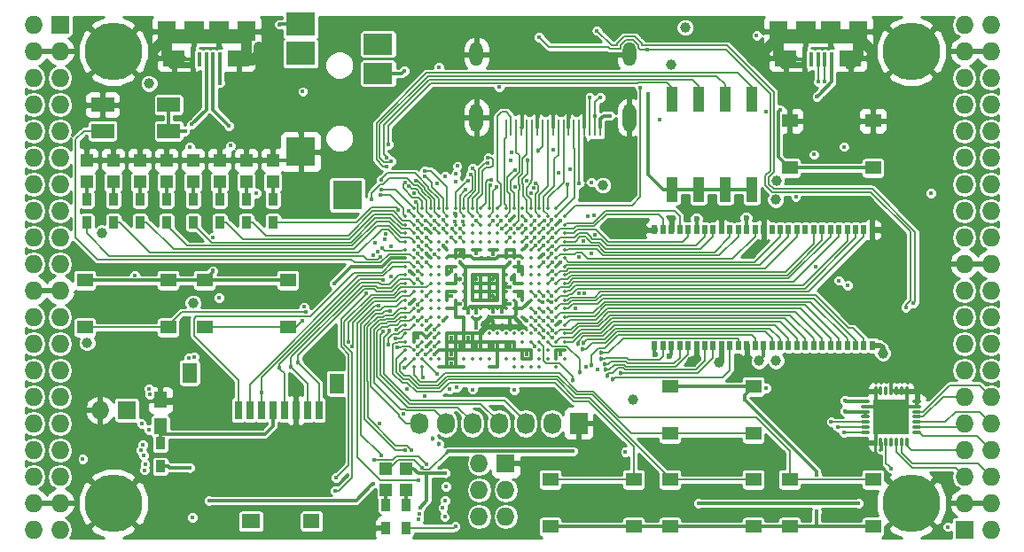
<source format=gtl>
G04 #@! TF.FileFunction,Copper,L1,Top,Signal*
%FSLAX46Y46*%
G04 Gerber Fmt 4.6, Leading zero omitted, Abs format (unit mm)*
G04 Created by KiCad (PCBNEW 4.0.7+dfsg1-1) date Wed Oct  4 18:53:58 2017*
%MOMM*%
%LPD*%
G01*
G04 APERTURE LIST*
%ADD10C,0.100000*%
%ADD11R,0.700000X1.800000*%
%ADD12R,1.600000X1.400000*%
%ADD13R,1.800000X1.400000*%
%ADD14R,1.400000X1.900000*%
%ADD15R,1.198880X1.198880*%
%ADD16R,0.560000X0.900000*%
%ADD17R,1.727200X1.727200*%
%ADD18O,1.727200X1.727200*%
%ADD19C,5.500000*%
%ADD20R,2.200000X1.400000*%
%ADD21R,0.900000X1.200000*%
%ADD22R,2.100000X1.600000*%
%ADD23R,1.900000X1.900000*%
%ADD24R,0.400000X1.350000*%
%ADD25R,1.800000X1.900000*%
%ADD26O,0.850000X0.300000*%
%ADD27O,0.300000X0.850000*%
%ADD28R,1.675000X1.675000*%
%ADD29R,1.727200X2.032000*%
%ADD30O,1.727200X2.032000*%
%ADD31R,2.800000X2.200000*%
%ADD32R,2.800000X2.800000*%
%ADD33R,2.800000X2.000000*%
%ADD34O,1.300000X2.700000*%
%ADD35O,1.300000X2.300000*%
%ADD36R,0.250000X1.600000*%
%ADD37R,1.550000X1.300000*%
%ADD38R,1.120000X2.440000*%
%ADD39R,1.250000X1.500000*%
%ADD40C,0.350000*%
%ADD41C,0.454000*%
%ADD42C,0.400000*%
%ADD43C,1.000000*%
%ADD44C,0.600000*%
%ADD45C,0.300000*%
%ADD46C,1.000000*%
%ADD47C,0.600000*%
%ADD48C,0.500000*%
%ADD49C,0.190000*%
%ADD50C,0.200000*%
%ADD51C,0.254000*%
G04 APERTURE END LIST*
D10*
D11*
X114930000Y-99520000D03*
X116030000Y-99520000D03*
X117130000Y-99520000D03*
X118230000Y-99520000D03*
X119330000Y-99520000D03*
X120430000Y-99520000D03*
X121530000Y-99520000D03*
X122630000Y-99520000D03*
D12*
X121920000Y-110120000D03*
D13*
X116120000Y-110120000D03*
D14*
X124320000Y-96970000D03*
X110270000Y-95970000D03*
D15*
X118230000Y-77709020D03*
X118230000Y-75610980D03*
X115690000Y-77709020D03*
X115690000Y-75610980D03*
X113150000Y-77709020D03*
X113150000Y-75610980D03*
X110610000Y-77709020D03*
X110610000Y-75610980D03*
X108070000Y-77709020D03*
X108070000Y-75610980D03*
X105530000Y-77709020D03*
X105530000Y-75610980D03*
X102990000Y-77709020D03*
X102990000Y-75610980D03*
X100450000Y-77709020D03*
X100450000Y-75610980D03*
D16*
X175480000Y-82270000D03*
X154680000Y-93330000D03*
X155480000Y-93330000D03*
X156280000Y-93330000D03*
X157080000Y-93330000D03*
X157880000Y-93330000D03*
X158680000Y-93330000D03*
X159480000Y-93330000D03*
X160280000Y-93330000D03*
X161080000Y-93330000D03*
X161880000Y-93330000D03*
X162680000Y-93330000D03*
X163480000Y-93330000D03*
X164280000Y-93330000D03*
X165080000Y-93330000D03*
X165880000Y-93330000D03*
X166680000Y-93330000D03*
X167480000Y-93330000D03*
X168280000Y-93330000D03*
X169080000Y-93330000D03*
X169880000Y-93330000D03*
X170680000Y-93330000D03*
X171480000Y-93330000D03*
X172280000Y-93330000D03*
X173080000Y-93330000D03*
X173880000Y-93330000D03*
X174680000Y-93330000D03*
X175480000Y-93330000D03*
X174680000Y-82270000D03*
X173880000Y-82270000D03*
X173080000Y-82270000D03*
X172280000Y-82270000D03*
X171480000Y-82270000D03*
X170680000Y-82270000D03*
X169880000Y-82270000D03*
X169080000Y-82270000D03*
X168280000Y-82270000D03*
X167480000Y-82270000D03*
X166680000Y-82270000D03*
X165880000Y-82270000D03*
X165080000Y-82270000D03*
X164280000Y-82270000D03*
X163480000Y-82270000D03*
X162680000Y-82270000D03*
X161880000Y-82270000D03*
X161080000Y-82270000D03*
X160280000Y-82270000D03*
X159480000Y-82270000D03*
X158680000Y-82270000D03*
X157880000Y-82270000D03*
X157080000Y-82270000D03*
X156280000Y-82270000D03*
X155480000Y-82270000D03*
X154680000Y-82270000D03*
D17*
X97910000Y-62690000D03*
D18*
X95370000Y-62690000D03*
X97910000Y-65230000D03*
X95370000Y-65230000D03*
X97910000Y-67770000D03*
X95370000Y-67770000D03*
X97910000Y-70310000D03*
X95370000Y-70310000D03*
X97910000Y-72850000D03*
X95370000Y-72850000D03*
X97910000Y-75390000D03*
X95370000Y-75390000D03*
X97910000Y-77930000D03*
X95370000Y-77930000D03*
X97910000Y-80470000D03*
X95370000Y-80470000D03*
X97910000Y-83010000D03*
X95370000Y-83010000D03*
X97910000Y-85550000D03*
X95370000Y-85550000D03*
X97910000Y-88090000D03*
X95370000Y-88090000D03*
X97910000Y-90630000D03*
X95370000Y-90630000D03*
X97910000Y-93170000D03*
X95370000Y-93170000D03*
X97910000Y-95710000D03*
X95370000Y-95710000D03*
X97910000Y-98250000D03*
X95370000Y-98250000D03*
X97910000Y-100790000D03*
X95370000Y-100790000D03*
X97910000Y-103330000D03*
X95370000Y-103330000D03*
X97910000Y-105870000D03*
X95370000Y-105870000D03*
X97910000Y-108410000D03*
X95370000Y-108410000D03*
X97910000Y-110950000D03*
X95370000Y-110950000D03*
D17*
X184270000Y-110950000D03*
D18*
X186810000Y-110950000D03*
X184270000Y-108410000D03*
X186810000Y-108410000D03*
X184270000Y-105870000D03*
X186810000Y-105870000D03*
X184270000Y-103330000D03*
X186810000Y-103330000D03*
X184270000Y-100790000D03*
X186810000Y-100790000D03*
X184270000Y-98250000D03*
X186810000Y-98250000D03*
X184270000Y-95710000D03*
X186810000Y-95710000D03*
X184270000Y-93170000D03*
X186810000Y-93170000D03*
X184270000Y-90630000D03*
X186810000Y-90630000D03*
X184270000Y-88090000D03*
X186810000Y-88090000D03*
X184270000Y-85550000D03*
X186810000Y-85550000D03*
X184270000Y-83010000D03*
X186810000Y-83010000D03*
X184270000Y-80470000D03*
X186810000Y-80470000D03*
X184270000Y-77930000D03*
X186810000Y-77930000D03*
X184270000Y-75390000D03*
X186810000Y-75390000D03*
X184270000Y-72850000D03*
X186810000Y-72850000D03*
X184270000Y-70310000D03*
X186810000Y-70310000D03*
X184270000Y-67770000D03*
X186810000Y-67770000D03*
X184270000Y-65230000D03*
X186810000Y-65230000D03*
X184270000Y-62690000D03*
X186810000Y-62690000D03*
D19*
X102990000Y-108410000D03*
X179190000Y-108410000D03*
X179190000Y-65230000D03*
X102990000Y-65230000D03*
D20*
X108274000Y-70330000D03*
X101974000Y-70330000D03*
X101974000Y-72830000D03*
X108274000Y-72830000D03*
D17*
X104260000Y-99520000D03*
D18*
X101720000Y-99520000D03*
D15*
X129025000Y-105074980D03*
X129025000Y-107173020D03*
X130930000Y-107173020D03*
X130930000Y-105074980D03*
D21*
X129025000Y-108580000D03*
X129025000Y-110780000D03*
X130930000Y-110780000D03*
X130930000Y-108580000D03*
X107480000Y-102700000D03*
X107480000Y-104900000D03*
D22*
X114980000Y-65875000D03*
X108780000Y-65875000D03*
D23*
X113080000Y-63325000D03*
X110680000Y-63325000D03*
D24*
X113180000Y-66000000D03*
X112530000Y-66000000D03*
X111880000Y-66000000D03*
X111230000Y-66000000D03*
X110580000Y-66000000D03*
D25*
X115680000Y-63325000D03*
X108080000Y-63325000D03*
D22*
X173400000Y-65875000D03*
X167200000Y-65875000D03*
D23*
X171500000Y-63325000D03*
X169100000Y-63325000D03*
D24*
X171600000Y-66000000D03*
X170950000Y-66000000D03*
X170300000Y-66000000D03*
X169650000Y-66000000D03*
X169000000Y-66000000D03*
D25*
X174100000Y-63325000D03*
X166500000Y-63325000D03*
D17*
X140455000Y-104600000D03*
D18*
X137915000Y-104600000D03*
X140455000Y-107140000D03*
X137915000Y-107140000D03*
X140455000Y-109680000D03*
X137915000Y-109680000D03*
D21*
X118230000Y-81570000D03*
X118230000Y-79370000D03*
X115690000Y-81570000D03*
X115690000Y-79370000D03*
X113150000Y-81570000D03*
X113150000Y-79370000D03*
X110610000Y-81570000D03*
X110610000Y-79370000D03*
X108070000Y-81570000D03*
X108070000Y-79370000D03*
X105530000Y-81570000D03*
X105530000Y-79370000D03*
X102990000Y-81570000D03*
X102990000Y-79370000D03*
X100450000Y-81570000D03*
X100450000Y-79370000D03*
D26*
X179735000Y-101655000D03*
X179735000Y-101155000D03*
X179735000Y-100655000D03*
X179735000Y-100155000D03*
X179735000Y-99655000D03*
X179735000Y-99155000D03*
X179735000Y-98655000D03*
D27*
X178785000Y-97705000D03*
X178285000Y-97705000D03*
X177785000Y-97705000D03*
X177285000Y-97705000D03*
X176785000Y-97705000D03*
X176285000Y-97705000D03*
X175785000Y-97705000D03*
D26*
X174835000Y-98655000D03*
X174835000Y-99155000D03*
X174835000Y-99655000D03*
X174835000Y-100155000D03*
X174835000Y-100655000D03*
X174835000Y-101155000D03*
X174835000Y-101655000D03*
D27*
X175785000Y-102605000D03*
X176285000Y-102605000D03*
X176785000Y-102605000D03*
X177285000Y-102605000D03*
X177785000Y-102605000D03*
X178285000Y-102605000D03*
X178785000Y-102605000D03*
D28*
X176447500Y-99317500D03*
X176447500Y-100992500D03*
X178122500Y-99317500D03*
X178122500Y-100992500D03*
D29*
X147440000Y-100790000D03*
D30*
X144900000Y-100790000D03*
X142360000Y-100790000D03*
X139820000Y-100790000D03*
X137280000Y-100790000D03*
X134740000Y-100790000D03*
X132200000Y-100790000D03*
D31*
X120880000Y-62640000D03*
X120880000Y-65440000D03*
D32*
X120880000Y-74840000D03*
X125330000Y-78940000D03*
D33*
X128280000Y-67340000D03*
X128280000Y-64540000D03*
D34*
X152280000Y-71550000D03*
X137680000Y-71550000D03*
D35*
X137680000Y-65500000D03*
D36*
X140480000Y-72500000D03*
X140980000Y-72500000D03*
X141480000Y-72500000D03*
X141980000Y-72500000D03*
X142480000Y-72500000D03*
X142980000Y-72500000D03*
X143480000Y-72500000D03*
X143980000Y-72500000D03*
X144480000Y-72500000D03*
X144980000Y-72500000D03*
X145480000Y-72500000D03*
X145980000Y-72500000D03*
X146480000Y-72500000D03*
X146980000Y-72500000D03*
X147480000Y-72500000D03*
X147980000Y-72500000D03*
X148480000Y-72500000D03*
X148980000Y-72500000D03*
X149480000Y-72500000D03*
D35*
X152280000Y-65500000D03*
D37*
X175550000Y-71870000D03*
X175550000Y-76370000D03*
X167590000Y-76370000D03*
X167590000Y-71870000D03*
X100280000Y-91610000D03*
X100280000Y-87110000D03*
X108240000Y-87110000D03*
X108240000Y-91610000D03*
X111710000Y-91610000D03*
X111710000Y-87110000D03*
X119670000Y-87110000D03*
X119670000Y-91610000D03*
X156160000Y-101770000D03*
X156160000Y-97270000D03*
X164120000Y-97270000D03*
X164120000Y-101770000D03*
X164120000Y-106160000D03*
X164120000Y-110660000D03*
X156160000Y-110660000D03*
X156160000Y-106160000D03*
X152690000Y-106160000D03*
X152690000Y-110660000D03*
X144730000Y-110660000D03*
X144730000Y-106160000D03*
X175550000Y-106160000D03*
X175550000Y-110660000D03*
X167590000Y-110660000D03*
X167590000Y-106160000D03*
D38*
X163950000Y-69815000D03*
X156330000Y-78425000D03*
X161410000Y-69815000D03*
X158870000Y-78425000D03*
X158870000Y-69815000D03*
X161410000Y-78425000D03*
X156330000Y-69815000D03*
X163950000Y-78425000D03*
D39*
X107480000Y-101050000D03*
X107480000Y-98550000D03*
D40*
X131680000Y-80200000D03*
X132480000Y-80200000D03*
X133280000Y-80200000D03*
X134080000Y-80200000D03*
X134880000Y-80200000D03*
X135680000Y-80200000D03*
X136480000Y-80200000D03*
X137280000Y-80200000D03*
X138080000Y-80200000D03*
X138880000Y-80200000D03*
X139680000Y-80200000D03*
X140480000Y-80200000D03*
X141280000Y-80200000D03*
X142080000Y-80200000D03*
X142880000Y-80200000D03*
X143680000Y-80200000D03*
X144480000Y-80200000D03*
X145280000Y-80200000D03*
X130880000Y-81000000D03*
X131680000Y-81000000D03*
X132480000Y-81000000D03*
X133280000Y-81000000D03*
X134080000Y-81000000D03*
X134880000Y-81000000D03*
X135680000Y-81000000D03*
X136480000Y-81000000D03*
X137280000Y-81000000D03*
X138080000Y-81000000D03*
X138880000Y-81000000D03*
X139680000Y-81000000D03*
X140480000Y-81000000D03*
X141280000Y-81000000D03*
X142080000Y-81000000D03*
X142880000Y-81000000D03*
X143680000Y-81000000D03*
X144480000Y-81000000D03*
X145280000Y-81000000D03*
X146080000Y-81000000D03*
X130880000Y-81800000D03*
X131680000Y-81800000D03*
X132480000Y-81800000D03*
X133280000Y-81800000D03*
X134080000Y-81800000D03*
X134880000Y-81800000D03*
X135680000Y-81800000D03*
X136480000Y-81800000D03*
X137280000Y-81800000D03*
X138080000Y-81800000D03*
X138880000Y-81800000D03*
X139680000Y-81800000D03*
X140480000Y-81800000D03*
X141280000Y-81800000D03*
X142080000Y-81800000D03*
X142880000Y-81800000D03*
X143680000Y-81800000D03*
X144480000Y-81800000D03*
X145280000Y-81800000D03*
X146080000Y-81800000D03*
X130880000Y-82600000D03*
X131680000Y-82600000D03*
X132480000Y-82600000D03*
X133280000Y-82600000D03*
X134080000Y-82600000D03*
X134880000Y-82600000D03*
X135680000Y-82600000D03*
X136480000Y-82600000D03*
X137280000Y-82600000D03*
X138080000Y-82600000D03*
X138880000Y-82600000D03*
X139680000Y-82600000D03*
X140480000Y-82600000D03*
X141280000Y-82600000D03*
X142080000Y-82600000D03*
X142880000Y-82600000D03*
X143680000Y-82600000D03*
X144480000Y-82600000D03*
X145280000Y-82600000D03*
X146080000Y-82600000D03*
X130880000Y-83400000D03*
X131680000Y-83400000D03*
X132480000Y-83400000D03*
X133280000Y-83400000D03*
X134080000Y-83400000D03*
X134880000Y-83400000D03*
X135680000Y-83400000D03*
X136480000Y-83400000D03*
X137280000Y-83400000D03*
X138080000Y-83400000D03*
X138880000Y-83400000D03*
X139680000Y-83400000D03*
X140480000Y-83400000D03*
X141280000Y-83400000D03*
X142080000Y-83400000D03*
X142880000Y-83400000D03*
X143680000Y-83400000D03*
X144480000Y-83400000D03*
X145280000Y-83400000D03*
X146080000Y-83400000D03*
X130880000Y-84200000D03*
X131680000Y-84200000D03*
X132480000Y-84200000D03*
X133280000Y-84200000D03*
X134080000Y-84200000D03*
X134880000Y-84200000D03*
X135680000Y-84200000D03*
X136480000Y-84200000D03*
X137280000Y-84200000D03*
X138080000Y-84200000D03*
X138880000Y-84200000D03*
X139680000Y-84200000D03*
X140480000Y-84200000D03*
X141280000Y-84200000D03*
X142080000Y-84200000D03*
X142880000Y-84200000D03*
X143680000Y-84200000D03*
X144480000Y-84200000D03*
X145280000Y-84200000D03*
X146080000Y-84200000D03*
X130880000Y-85000000D03*
X131680000Y-85000000D03*
X132480000Y-85000000D03*
X133280000Y-85000000D03*
X134080000Y-85000000D03*
X134880000Y-85000000D03*
X135680000Y-85000000D03*
X136480000Y-85000000D03*
X137280000Y-85000000D03*
X138080000Y-85000000D03*
X138880000Y-85000000D03*
X139680000Y-85000000D03*
X140480000Y-85000000D03*
X141280000Y-85000000D03*
X142080000Y-85000000D03*
X142880000Y-85000000D03*
X143680000Y-85000000D03*
X144480000Y-85000000D03*
X145280000Y-85000000D03*
X146080000Y-85000000D03*
X130880000Y-85800000D03*
X131680000Y-85800000D03*
X132480000Y-85800000D03*
X133280000Y-85800000D03*
X134080000Y-85800000D03*
X134880000Y-85800000D03*
X135680000Y-85800000D03*
X136480000Y-85800000D03*
X137280000Y-85800000D03*
X138080000Y-85800000D03*
X138880000Y-85800000D03*
X139680000Y-85800000D03*
X140480000Y-85800000D03*
X141280000Y-85800000D03*
X142080000Y-85800000D03*
X142880000Y-85800000D03*
X143680000Y-85800000D03*
X144480000Y-85800000D03*
X145280000Y-85800000D03*
X146080000Y-85800000D03*
X130880000Y-86600000D03*
X131680000Y-86600000D03*
X132480000Y-86600000D03*
X133280000Y-86600000D03*
X134080000Y-86600000D03*
X134880000Y-86600000D03*
X135680000Y-86600000D03*
X136480000Y-86600000D03*
X137280000Y-86600000D03*
X138080000Y-86600000D03*
X138880000Y-86600000D03*
X139680000Y-86600000D03*
X140480000Y-86600000D03*
X141280000Y-86600000D03*
X142080000Y-86600000D03*
X142880000Y-86600000D03*
X143680000Y-86600000D03*
X144480000Y-86600000D03*
X145280000Y-86600000D03*
X146080000Y-86600000D03*
X130880000Y-87400000D03*
X131680000Y-87400000D03*
X132480000Y-87400000D03*
X133280000Y-87400000D03*
X134080000Y-87400000D03*
X134880000Y-87400000D03*
X135680000Y-87400000D03*
X136480000Y-87400000D03*
X137280000Y-87400000D03*
X138080000Y-87400000D03*
X138880000Y-87400000D03*
X139680000Y-87400000D03*
X140480000Y-87400000D03*
X141280000Y-87400000D03*
X142080000Y-87400000D03*
X142880000Y-87400000D03*
X143680000Y-87400000D03*
X144480000Y-87400000D03*
X145280000Y-87400000D03*
X146080000Y-87400000D03*
X130880000Y-88200000D03*
X131680000Y-88200000D03*
X132480000Y-88200000D03*
X133280000Y-88200000D03*
X134080000Y-88200000D03*
X134880000Y-88200000D03*
X135680000Y-88200000D03*
X136480000Y-88200000D03*
X137280000Y-88200000D03*
X138080000Y-88200000D03*
X138880000Y-88200000D03*
X139680000Y-88200000D03*
X140480000Y-88200000D03*
X141280000Y-88200000D03*
X142080000Y-88200000D03*
X142880000Y-88200000D03*
X143680000Y-88200000D03*
X144480000Y-88200000D03*
X145280000Y-88200000D03*
X146080000Y-88200000D03*
X130880000Y-89000000D03*
X131680000Y-89000000D03*
X132480000Y-89000000D03*
X133280000Y-89000000D03*
X134080000Y-89000000D03*
X134880000Y-89000000D03*
X135680000Y-89000000D03*
X136480000Y-89000000D03*
X137280000Y-89000000D03*
X138080000Y-89000000D03*
X138880000Y-89000000D03*
X139680000Y-89000000D03*
X140480000Y-89000000D03*
X141280000Y-89000000D03*
X142080000Y-89000000D03*
X142880000Y-89000000D03*
X143680000Y-89000000D03*
X144480000Y-89000000D03*
X145280000Y-89000000D03*
X146080000Y-89000000D03*
X130880000Y-89800000D03*
X131680000Y-89800000D03*
X132480000Y-89800000D03*
X133280000Y-89800000D03*
X134080000Y-89800000D03*
X134880000Y-89800000D03*
X135680000Y-89800000D03*
X136480000Y-89800000D03*
X137280000Y-89800000D03*
X138080000Y-89800000D03*
X138880000Y-89800000D03*
X139680000Y-89800000D03*
X140480000Y-89800000D03*
X141280000Y-89800000D03*
X142080000Y-89800000D03*
X142880000Y-89800000D03*
X143680000Y-89800000D03*
X144480000Y-89800000D03*
X145280000Y-89800000D03*
X146080000Y-89800000D03*
X130880000Y-90600000D03*
X131680000Y-90600000D03*
X132480000Y-90600000D03*
X133280000Y-90600000D03*
X134080000Y-90600000D03*
X134880000Y-90600000D03*
X135680000Y-90600000D03*
X136480000Y-90600000D03*
X137280000Y-90600000D03*
X138080000Y-90600000D03*
X138880000Y-90600000D03*
X139680000Y-90600000D03*
X140480000Y-90600000D03*
X141280000Y-90600000D03*
X142080000Y-90600000D03*
X142880000Y-90600000D03*
X143680000Y-90600000D03*
X144480000Y-90600000D03*
X145280000Y-90600000D03*
X146080000Y-90600000D03*
X130880000Y-91400000D03*
X131680000Y-91400000D03*
X132480000Y-91400000D03*
X133280000Y-91400000D03*
X134080000Y-91400000D03*
X142880000Y-91400000D03*
X143680000Y-91400000D03*
X144480000Y-91400000D03*
X145280000Y-91400000D03*
X146080000Y-91400000D03*
X130880000Y-92200000D03*
X131680000Y-92200000D03*
X132480000Y-92200000D03*
X133280000Y-92200000D03*
X134080000Y-92200000D03*
X134880000Y-92200000D03*
X135680000Y-92200000D03*
X136480000Y-92200000D03*
X137280000Y-92200000D03*
X138080000Y-92200000D03*
X138880000Y-92200000D03*
X139680000Y-92200000D03*
X140480000Y-92200000D03*
X141280000Y-92200000D03*
X142080000Y-92200000D03*
X142880000Y-92200000D03*
X143680000Y-92200000D03*
X144480000Y-92200000D03*
X145280000Y-92200000D03*
X146080000Y-92200000D03*
X130880000Y-93000000D03*
X131680000Y-93000000D03*
X132480000Y-93000000D03*
X133280000Y-93000000D03*
X134080000Y-93000000D03*
X134880000Y-93000000D03*
X135680000Y-93000000D03*
X136480000Y-93000000D03*
X137280000Y-93000000D03*
X138080000Y-93000000D03*
X138880000Y-93000000D03*
X139680000Y-93000000D03*
X140480000Y-93000000D03*
X141280000Y-93000000D03*
X142080000Y-93000000D03*
X142880000Y-93000000D03*
X143680000Y-93000000D03*
X144480000Y-93000000D03*
X145280000Y-93000000D03*
X146080000Y-93000000D03*
X130880000Y-93800000D03*
X131680000Y-93800000D03*
X132480000Y-93800000D03*
X133280000Y-93800000D03*
X134080000Y-93800000D03*
X134880000Y-93800000D03*
X135680000Y-93800000D03*
X136480000Y-93800000D03*
X137280000Y-93800000D03*
X138080000Y-93800000D03*
X138880000Y-93800000D03*
X139680000Y-93800000D03*
X140480000Y-93800000D03*
X141280000Y-93800000D03*
X142080000Y-93800000D03*
X142880000Y-93800000D03*
X143680000Y-93800000D03*
X144480000Y-93800000D03*
X145280000Y-93800000D03*
X146080000Y-93800000D03*
X130880000Y-94600000D03*
X131680000Y-94600000D03*
X132480000Y-94600000D03*
X133280000Y-94600000D03*
X134080000Y-94600000D03*
X134880000Y-94600000D03*
X135680000Y-94600000D03*
X136480000Y-94600000D03*
X137280000Y-94600000D03*
X138080000Y-94600000D03*
X138880000Y-94600000D03*
X139680000Y-94600000D03*
X140480000Y-94600000D03*
X141280000Y-94600000D03*
X142080000Y-94600000D03*
X142880000Y-94600000D03*
X143680000Y-94600000D03*
X144480000Y-94600000D03*
X145280000Y-94600000D03*
X146080000Y-94600000D03*
X131680000Y-95400000D03*
X132480000Y-95400000D03*
X134080000Y-95400000D03*
X134880000Y-95400000D03*
X135680000Y-95400000D03*
X136480000Y-95400000D03*
X138880000Y-95400000D03*
X139680000Y-95400000D03*
X141280000Y-95400000D03*
X142080000Y-95400000D03*
X142880000Y-95400000D03*
X143680000Y-95400000D03*
X145280000Y-95400000D03*
D41*
X139264636Y-91615205D03*
D42*
X139575609Y-69792857D03*
D43*
X116880503Y-64802940D03*
X106974809Y-64953974D03*
X175210328Y-64948943D03*
X165417246Y-64954666D03*
D42*
X175495631Y-71457432D03*
X146468970Y-70993942D03*
X144978424Y-71024054D03*
X143480350Y-71016526D03*
X142000564Y-71008511D03*
X113273209Y-99681387D03*
X147987361Y-71377791D03*
X144102010Y-84600000D03*
X132880424Y-84561218D03*
X135567436Y-80702302D03*
X132810347Y-82177990D03*
X145713035Y-91022010D03*
X145680000Y-94177990D03*
X177285000Y-95710000D03*
D43*
X177229911Y-82281349D03*
D42*
X170046000Y-85804000D03*
D44*
X164741832Y-81130572D03*
D42*
X120770000Y-72215000D03*
D44*
X161067993Y-81216119D03*
D43*
X158233687Y-94852616D03*
X162992748Y-94820185D03*
D44*
X156280000Y-81210838D03*
D42*
X131254529Y-86251357D03*
X140880000Y-81400000D03*
X136085174Y-89394826D03*
X145680000Y-81400000D03*
X120430000Y-97050000D03*
X150080000Y-81600000D03*
X131280000Y-89400000D03*
X133690245Y-94180159D03*
X140874194Y-91433353D03*
X145680000Y-85422010D03*
X135280000Y-95000000D03*
X135280000Y-94200000D03*
X142480000Y-94200000D03*
X140880000Y-93400000D03*
X139280000Y-93400000D03*
X137680000Y-93400000D03*
X136080000Y-93400000D03*
X136880000Y-92600000D03*
X135280000Y-92600000D03*
X132880000Y-91800000D03*
X132880000Y-93400000D03*
D41*
X141042859Y-86994997D03*
X139280000Y-87000000D03*
X136110990Y-86995403D03*
X137680000Y-87000000D03*
X136080000Y-84600000D03*
X139280000Y-88600000D03*
D43*
X156235582Y-66548363D03*
D42*
X127801946Y-106537732D03*
D43*
X166321614Y-77572282D03*
X166248957Y-79408030D03*
X101932065Y-82585048D03*
X106417803Y-68312483D03*
X166280000Y-94800000D03*
D42*
X112134000Y-108156000D03*
X150457224Y-71377791D03*
X172289562Y-87124051D03*
D43*
X157600000Y-62944000D03*
D42*
X137659051Y-91638034D03*
X139820000Y-68665673D03*
X128441330Y-100758313D03*
X172834633Y-99599920D03*
X172879922Y-98618650D03*
X176305593Y-103279812D03*
X165349214Y-97422919D03*
D43*
X160875897Y-94988750D03*
D42*
X164433885Y-63737451D03*
X148639876Y-77729346D03*
D43*
X149751640Y-78029346D03*
D42*
X134079160Y-66786153D03*
X109828000Y-72830000D03*
X116654336Y-78777990D03*
D43*
X176474303Y-94069095D03*
D42*
X173094000Y-87582000D03*
D43*
X100479904Y-93063904D03*
D44*
X163422030Y-81120665D03*
X154726292Y-94171363D03*
X156077107Y-94380779D03*
X158680000Y-81210838D03*
D42*
X112515000Y-83010000D03*
X181065000Y-78785000D03*
X110529662Y-109760338D03*
X110280000Y-105000000D03*
X100080000Y-104200000D03*
X113080000Y-88800000D03*
D43*
X164653770Y-94825547D03*
D42*
X135273306Y-88618602D03*
X139272517Y-84611349D03*
X137680556Y-84534085D03*
X141680000Y-86200000D03*
X135280000Y-86200000D03*
X132880000Y-92600000D03*
X132080000Y-92600000D03*
X141680000Y-88600000D03*
X141680000Y-85400000D03*
D43*
X152621047Y-98519969D03*
D42*
X136885174Y-90194826D03*
X140094890Y-90122990D03*
X139280000Y-90122990D03*
X140880000Y-89400000D03*
X137680000Y-90172990D03*
X140880000Y-87800000D03*
X140880000Y-85400000D03*
D41*
X136080000Y-85400000D03*
D42*
X121369010Y-90164222D03*
X130022933Y-91834237D03*
X121036481Y-91008234D03*
X129902064Y-92678248D03*
D43*
X110617371Y-89287199D03*
D42*
X142480000Y-91000000D03*
X142480000Y-83800000D03*
X134480000Y-83800000D03*
X134480000Y-91000000D03*
X105037711Y-86632990D03*
X155149360Y-71764535D03*
X121086654Y-69078528D03*
X170182962Y-69571012D03*
X174110000Y-108410000D03*
X158870000Y-108410000D03*
X134750646Y-106810513D03*
X137288700Y-97538741D03*
X133680000Y-91800000D03*
D41*
X134074414Y-102752225D03*
D42*
X134675868Y-108131585D03*
X135085458Y-97531790D03*
D41*
X133449289Y-102232615D03*
D42*
X133680000Y-92600000D03*
X127935466Y-104261259D03*
X132936956Y-104698915D03*
X134463998Y-108841973D03*
X132752670Y-98178920D03*
X133685668Y-93402482D03*
X134636872Y-109719950D03*
X130714529Y-99901000D03*
X131039363Y-97487286D03*
X132846234Y-94197073D03*
X118858690Y-62658970D03*
X130761990Y-67119621D03*
X148477832Y-69619684D03*
X149475951Y-69619684D03*
X148991194Y-71377791D03*
X153984196Y-65077116D03*
X153322343Y-68673419D03*
X143650666Y-63862520D03*
X178665908Y-89713903D03*
X149183754Y-63257114D03*
X179375977Y-89317806D03*
X140035989Y-81400000D03*
X128776655Y-87110882D03*
X132077895Y-86272150D03*
X117121665Y-97817265D03*
X118843798Y-95498222D03*
D41*
X119978162Y-95412951D03*
X120634035Y-94977604D03*
D42*
X113212238Y-68244401D03*
X166678914Y-70803555D03*
X146387166Y-77939336D03*
X147480000Y-77822010D03*
X131453853Y-103296209D03*
X144891634Y-91008466D03*
D41*
X148653935Y-95249010D03*
X149565978Y-94054788D03*
D42*
X144867244Y-90164455D03*
D41*
X150720500Y-96575802D03*
D42*
X144890381Y-83866022D03*
D41*
X151448039Y-95951686D03*
D42*
X144894101Y-83022010D03*
D41*
X150149219Y-96229829D03*
D42*
X144901285Y-86268736D03*
D41*
X150033441Y-95660469D03*
D42*
X144888562Y-86993817D03*
D41*
X149952517Y-95085120D03*
D42*
X144877648Y-88622010D03*
D41*
X149584522Y-94635504D03*
D42*
X144810610Y-89177990D03*
X144895773Y-91874444D03*
D41*
X147777713Y-93691005D03*
X147356233Y-93219138D03*
D42*
X144102010Y-92600000D03*
D41*
X147915304Y-93060979D03*
D42*
X144882352Y-92577990D03*
X130807074Y-95454141D03*
X130141304Y-93529144D03*
X132080000Y-93400000D03*
X129254670Y-93244631D03*
X133919980Y-96038729D03*
X141280000Y-97600000D03*
X132572818Y-96383863D03*
X135770000Y-97338127D03*
X132080000Y-94200000D03*
X128669601Y-84020243D03*
X105906712Y-103816552D03*
X129459184Y-90039192D03*
X132080000Y-89444020D03*
X130839486Y-103354982D03*
X128602801Y-103831529D03*
X132162861Y-106185868D03*
X128321313Y-89539949D03*
X132880000Y-88600000D03*
X127145130Y-88379076D03*
X124253981Y-105982535D03*
X132080000Y-87000000D03*
X125827283Y-93452662D03*
X124202418Y-107207639D03*
D41*
X142530990Y-75662841D03*
X143525587Y-74749772D03*
D42*
X110313517Y-74380698D03*
X132146108Y-109940263D03*
X114166000Y-74247000D03*
X132189000Y-109415000D03*
X135694981Y-77648547D03*
X135567436Y-81489225D03*
X134702010Y-77200000D03*
X134471354Y-81347908D03*
X132761172Y-77202673D03*
X132737245Y-76676207D03*
X128545566Y-77476577D03*
X127643658Y-79355564D03*
X110718734Y-94451783D03*
X128515897Y-78994176D03*
X110193102Y-94489889D03*
X128569727Y-78469921D03*
X106412639Y-97453606D03*
X131230910Y-78113843D03*
X106479997Y-97976296D03*
X131709326Y-78745875D03*
X132783332Y-81399993D03*
X129016746Y-82660638D03*
X105679715Y-100783924D03*
X132084821Y-83022010D03*
X128948848Y-83183258D03*
X106401171Y-101377901D03*
X132886504Y-83777990D03*
X129513931Y-83860979D03*
X105803161Y-102850427D03*
X132117443Y-83866021D03*
X127966259Y-83527946D03*
X105651866Y-103355255D03*
X132079996Y-84503337D03*
X128256283Y-84387285D03*
X106023598Y-104697574D03*
X133671942Y-84595200D03*
X127824162Y-84688968D03*
X105973679Y-105248709D03*
X132875802Y-85428138D03*
D41*
X146862501Y-96617499D03*
X147534467Y-95913260D03*
D42*
X148102806Y-95339021D03*
X143280000Y-91000000D03*
X149207706Y-95605291D03*
X144082424Y-90132858D03*
X143989948Y-89177990D03*
X147125926Y-89802879D03*
X143281824Y-90201951D03*
X144102010Y-85397219D03*
X147422472Y-84858593D03*
X144886544Y-85385186D03*
X144102010Y-83000000D03*
X148975652Y-82755341D03*
X144885092Y-82177990D03*
X147470668Y-88324835D03*
X144082832Y-88584510D03*
X147997681Y-88324844D03*
X143278026Y-88595030D03*
X144102010Y-82185600D03*
X148935852Y-80899014D03*
X148337768Y-80975785D03*
X144866392Y-81333979D03*
X139280000Y-81400000D03*
X139585116Y-78205862D03*
X138968064Y-78040948D03*
X139049357Y-77520244D03*
X138775679Y-75942989D03*
X138779198Y-75400762D03*
X137680000Y-81400000D03*
X137308732Y-76415018D03*
X137106948Y-76979922D03*
X136856003Y-77562978D03*
X136634118Y-78451672D03*
X135830698Y-76200613D03*
X136411444Y-81497309D03*
X148668800Y-84550385D03*
X144877691Y-84532933D03*
X144102010Y-83800000D03*
X147894174Y-83335809D03*
X142852716Y-78759927D03*
X142473549Y-82998913D03*
X143105106Y-78295223D03*
X142396423Y-82191394D03*
X145494012Y-76834828D03*
X144146021Y-81374784D03*
X143331797Y-77819457D03*
X146627648Y-76461302D03*
X143257990Y-82207154D03*
X143257990Y-81379632D03*
X141380161Y-78226966D03*
X145017056Y-74655847D03*
X141657990Y-82130345D03*
X142413979Y-81382236D03*
X140080000Y-82200000D03*
X141342967Y-76554996D03*
X141046643Y-74873804D03*
X140864029Y-83041403D03*
X140980062Y-75681941D03*
X140924011Y-82179283D03*
X129542604Y-86703515D03*
X132880000Y-83022010D03*
X132080000Y-82177990D03*
X132080000Y-81400000D03*
X131847310Y-79589886D03*
X130856828Y-77742623D03*
X131923295Y-77584853D03*
X133654358Y-82177990D03*
X133627343Y-81396408D03*
X129336756Y-91938993D03*
X132880000Y-91000000D03*
X128770628Y-92009836D03*
X132077648Y-90977990D03*
X130196821Y-80377733D03*
X131180000Y-80500000D03*
X128489708Y-84867377D03*
X132079620Y-85428138D03*
X165326966Y-71026598D03*
X134501414Y-82177578D03*
X133922194Y-77854836D03*
X135656559Y-110610712D03*
X132448438Y-104994496D03*
X146844288Y-103452739D03*
X134707351Y-105508447D03*
X132280000Y-108800000D03*
X112515000Y-86185000D03*
X163277422Y-98501717D03*
X170126036Y-109212466D03*
X170157734Y-105666345D03*
X169895346Y-75092988D03*
X143257990Y-83000000D03*
X168166438Y-79108038D03*
X151896383Y-103510715D03*
X114039000Y-72342000D03*
X110483000Y-72215000D03*
X177274002Y-105079115D03*
X143258015Y-93423150D03*
X172761273Y-101651681D03*
X143280000Y-91800000D03*
X172193360Y-101105663D03*
X144064831Y-91877646D03*
X171540304Y-100645743D03*
X144080000Y-91000000D03*
X154044000Y-69294000D03*
X129061632Y-76229575D03*
X135280000Y-83022010D03*
X129493343Y-75737814D03*
X136080000Y-83000000D03*
X129122249Y-75363607D03*
X135345425Y-82176814D03*
X135725421Y-76909376D03*
X129252218Y-74142461D03*
X136080000Y-82200000D03*
X172746637Y-74347988D03*
X143280000Y-83800000D03*
X142480000Y-77600000D03*
X170300000Y-68151000D03*
X170950000Y-68125562D03*
X125480000Y-93000000D03*
X121206217Y-89662983D03*
X132156079Y-90030946D03*
X182654362Y-110665838D03*
X124080000Y-87400000D03*
X124080000Y-87400000D03*
D45*
X139264636Y-91294179D02*
X139264636Y-91615205D01*
X139264636Y-90984636D02*
X139264636Y-91294179D01*
X138880000Y-90600000D02*
X139264636Y-90984636D01*
X139858451Y-69792857D02*
X139575609Y-69792857D01*
X140192348Y-69792857D02*
X139858451Y-69792857D01*
X140785205Y-69200000D02*
X140192348Y-69792857D01*
X141880000Y-69200000D02*
X140785205Y-69200000D01*
D46*
X116880503Y-65510046D02*
X116880503Y-64802940D01*
X116265561Y-66124988D02*
X116880503Y-65510046D01*
X115680000Y-65910000D02*
X115894988Y-66124988D01*
X115680000Y-63960000D02*
X115680000Y-65910000D01*
X115894988Y-66124988D02*
X116265561Y-66124988D01*
X107474808Y-64453975D02*
X106974809Y-64953974D01*
X107968783Y-63960000D02*
X107474808Y-64453975D01*
X108080000Y-63960000D02*
X107968783Y-63960000D01*
X174710329Y-64448944D02*
X175210328Y-64948943D01*
X174100000Y-63960000D02*
X174221385Y-63960000D01*
X174221385Y-63960000D02*
X174710329Y-64448944D01*
X165917245Y-64454667D02*
X165417246Y-64954666D01*
X166411912Y-63960000D02*
X165917245Y-64454667D01*
X166500000Y-63960000D02*
X166411912Y-63960000D01*
D45*
X175495631Y-71740274D02*
X175495631Y-71457432D01*
X175495631Y-72230631D02*
X175495631Y-71740274D01*
X175535000Y-72270000D02*
X175495631Y-72230631D01*
X143480000Y-72500000D02*
X143480000Y-71016876D01*
X143480000Y-71016876D02*
X143480350Y-71016526D01*
X144980000Y-72500000D02*
X144980000Y-71025630D01*
X144980000Y-71025630D02*
X144978424Y-71024054D01*
X146480000Y-72500000D02*
X146480000Y-71004972D01*
X146480000Y-71004972D02*
X146468970Y-70993942D01*
X147980000Y-72500000D02*
X147980000Y-71385152D01*
X147980000Y-71385152D02*
X147987361Y-71377791D01*
X146468970Y-70711100D02*
X146468970Y-70993942D01*
X146468970Y-69211030D02*
X146468970Y-70711100D01*
X146480000Y-69200000D02*
X146468970Y-69211030D01*
X144978424Y-70741212D02*
X144978424Y-71024054D01*
X144978424Y-69201576D02*
X144978424Y-70741212D01*
X144980000Y-69200000D02*
X144978424Y-69201576D01*
X143480350Y-70733684D02*
X143480350Y-71016526D01*
X143480350Y-69200350D02*
X143480350Y-70733684D01*
X143480000Y-69200000D02*
X143480350Y-69200350D01*
X142000564Y-71008511D02*
X142000564Y-72479436D01*
X142000564Y-72479436D02*
X141980000Y-72500000D01*
X142000564Y-70725669D02*
X142000564Y-71008511D01*
X142000564Y-69320564D02*
X142000564Y-70725669D01*
X141880000Y-69200000D02*
X142000564Y-69320564D01*
X146480000Y-69200000D02*
X147780000Y-69200000D01*
X147780000Y-69200000D02*
X147940542Y-69360542D01*
X147987361Y-71094949D02*
X147987361Y-71377791D01*
X147940542Y-71048130D02*
X147987361Y-71094949D01*
X147940542Y-69360542D02*
X147940542Y-71048130D01*
X112441822Y-98850000D02*
X113073210Y-99481388D01*
X107480000Y-98850000D02*
X112441822Y-98850000D01*
X113073210Y-99481388D02*
X113273209Y-99681387D01*
D47*
X108780000Y-66510000D02*
X110455000Y-66510000D01*
D45*
X110455000Y-66510000D02*
X110580000Y-66635000D01*
D46*
X108080000Y-63960000D02*
X108080000Y-65810000D01*
X108080000Y-65810000D02*
X108780000Y-66510000D01*
X115680000Y-63960000D02*
X115680000Y-65810000D01*
D45*
X115680000Y-65810000D02*
X114980000Y-66510000D01*
D46*
X113080000Y-63960000D02*
X115680000Y-63960000D01*
X110680000Y-63960000D02*
X113080000Y-63960000D01*
X108080000Y-63960000D02*
X110680000Y-63960000D01*
D47*
X167200000Y-66510000D02*
X168875000Y-66510000D01*
D45*
X168875000Y-66510000D02*
X169000000Y-66635000D01*
D46*
X174100000Y-63960000D02*
X174100000Y-65810000D01*
X174100000Y-65810000D02*
X173400000Y-66510000D01*
X166500000Y-63960000D02*
X166500000Y-65810000D01*
X166500000Y-65810000D02*
X167200000Y-66510000D01*
X171500000Y-63960000D02*
X174100000Y-63960000D01*
X169100000Y-63960000D02*
X171500000Y-63960000D01*
X166500000Y-63960000D02*
X169100000Y-63960000D01*
D45*
X143680000Y-85000000D02*
X144080000Y-84600000D01*
X144080000Y-84600000D02*
X144102010Y-84600000D01*
X132880424Y-84600424D02*
X132880424Y-84561218D01*
X133280000Y-85000000D02*
X132880424Y-84600424D01*
X135680000Y-80752513D02*
X135629789Y-80702302D01*
X135629789Y-80702302D02*
X135567436Y-80702302D01*
X135680000Y-81000000D02*
X135680000Y-80752513D01*
X132857990Y-82177990D02*
X132810347Y-82177990D01*
X133280000Y-82600000D02*
X132857990Y-82177990D01*
X145657990Y-91022010D02*
X145713035Y-91022010D01*
X145280000Y-91400000D02*
X145657990Y-91022010D01*
X145680000Y-93800000D02*
X145680000Y-94177990D01*
X178785000Y-97705000D02*
X178785000Y-98655000D01*
X178785000Y-98655000D02*
X178122500Y-99317500D01*
X176285000Y-97705000D02*
X175785000Y-97705000D01*
X175785000Y-102605000D02*
X175785000Y-101655000D01*
X175785000Y-101655000D02*
X176447500Y-100992500D01*
X178122500Y-99317500D02*
X178122500Y-100992500D01*
X176447500Y-99317500D02*
X178122500Y-99317500D01*
X176447500Y-100992500D02*
X178122500Y-100992500D01*
X177285000Y-97705000D02*
X177285000Y-95710000D01*
X178122500Y-99317500D02*
X178285000Y-99155000D01*
X178285000Y-99155000D02*
X179735000Y-99155000D01*
X179735000Y-98655000D02*
X179735000Y-99155000D01*
X177785000Y-97705000D02*
X177920000Y-97705000D01*
X177920000Y-97705000D02*
X178285000Y-97705000D01*
X178285000Y-97705000D02*
X178785000Y-97705000D01*
X177285000Y-97705000D02*
X177785000Y-97705000D01*
X175785000Y-97705000D02*
X175785000Y-98655000D01*
X175785000Y-98655000D02*
X176447500Y-99317500D01*
X174835000Y-99155000D02*
X176285000Y-99155000D01*
X176285000Y-99155000D02*
X176447500Y-99317500D01*
X177241260Y-82270000D02*
X177229911Y-82281349D01*
X164941831Y-81330571D02*
X164741832Y-81130572D01*
X165080000Y-81468740D02*
X164941831Y-81330571D01*
X165080000Y-82270000D02*
X165080000Y-81468740D01*
X120770000Y-73030000D02*
X120770000Y-72215000D01*
X120880000Y-74840000D02*
X120880000Y-73140000D01*
X120880000Y-73140000D02*
X120770000Y-73030000D01*
X118230000Y-75610980D02*
X120109020Y-75610980D01*
X120109020Y-75610980D02*
X120880000Y-74840000D01*
X142280000Y-69200000D02*
X141880000Y-69200000D01*
X161080000Y-81228126D02*
X161067993Y-81216119D01*
X161080000Y-82270000D02*
X161080000Y-81228126D01*
D48*
X175480000Y-82270000D02*
X177241260Y-82270000D01*
D45*
X158680000Y-94406303D02*
X158433686Y-94652617D01*
X158433686Y-94652617D02*
X158233687Y-94852616D01*
X158680000Y-93330000D02*
X158680000Y-94406303D01*
X163192747Y-94620186D02*
X162992748Y-94820185D01*
X163480000Y-94332933D02*
X163192747Y-94620186D01*
X163480000Y-93330000D02*
X163480000Y-94332933D01*
X156280000Y-82270000D02*
X156280000Y-81210838D01*
X131331357Y-86251357D02*
X131254529Y-86251357D01*
X131680000Y-86600000D02*
X131331357Y-86251357D01*
X141280000Y-81000000D02*
X140880000Y-81400000D01*
X135685174Y-89394826D02*
X135802332Y-89394826D01*
X135680000Y-89400000D02*
X135685174Y-89394826D01*
X135802332Y-89394826D02*
X136085174Y-89394826D01*
X135054999Y-84825001D02*
X137080000Y-84825001D01*
X137280000Y-85000000D02*
X137105001Y-84825001D01*
X137105001Y-84825001D02*
X137080000Y-84825001D01*
X138280000Y-85088351D02*
X137368351Y-85088351D01*
X137368351Y-85088351D02*
X137280000Y-85000000D01*
X139680000Y-86600000D02*
X139280000Y-87000000D01*
X139680000Y-88200000D02*
X139680000Y-89000000D01*
X139680000Y-87400000D02*
X139680000Y-88200000D01*
X139680000Y-86600000D02*
X139680000Y-87400000D01*
X137280000Y-88200000D02*
X137280000Y-89000000D01*
X137280000Y-87400000D02*
X137280000Y-88200000D01*
X137280000Y-86600000D02*
X137280000Y-87400000D01*
X138880000Y-87400000D02*
X138880000Y-88200000D01*
X138880000Y-86600000D02*
X138880000Y-87400000D01*
X138080000Y-87400000D02*
X138080000Y-86600000D01*
X138080000Y-88200000D02*
X138080000Y-87400000D01*
X138080000Y-89000000D02*
X138080000Y-88200000D01*
X138080000Y-88200000D02*
X138880000Y-88200000D01*
X138080000Y-87400000D02*
X138880000Y-87400000D01*
X137280000Y-87400000D02*
X138080000Y-87400000D01*
X145454999Y-81625001D02*
X145680000Y-81400000D01*
X145280000Y-81800000D02*
X145454999Y-81625001D01*
X120430000Y-99520000D02*
X120430000Y-97050000D01*
X153430000Y-81600000D02*
X150080000Y-81600000D01*
X154680000Y-82270000D02*
X154100000Y-82270000D01*
X154100000Y-82270000D02*
X153430000Y-81600000D01*
X141480000Y-89800000D02*
X141480000Y-89200000D01*
X141480000Y-89200000D02*
X141280000Y-89000000D01*
X141280000Y-89800000D02*
X141480000Y-89800000D01*
X141480000Y-89800000D02*
X142080000Y-89800000D01*
X141454999Y-90425001D02*
X141454999Y-89825001D01*
X141454999Y-89825001D02*
X141480000Y-89800000D01*
X131680000Y-89000000D02*
X131280000Y-89400000D01*
X133699841Y-94180159D02*
X133690245Y-94180159D01*
X134080000Y-93800000D02*
X133699841Y-94180159D01*
X140874194Y-90605806D02*
X140874194Y-91150511D01*
X140880000Y-90600000D02*
X140874194Y-90605806D01*
X140874194Y-91150511D02*
X140874194Y-91433353D01*
X140480000Y-90600000D02*
X140880000Y-90600000D01*
X140880000Y-90600000D02*
X141280000Y-90600000D01*
X139680000Y-90600000D02*
X140480000Y-90600000D01*
X138880000Y-90600000D02*
X139680000Y-90600000D01*
X145280000Y-85800000D02*
X145657990Y-85422010D01*
X145657990Y-85422010D02*
X145680000Y-85422010D01*
X141280000Y-85000000D02*
X141280000Y-84800000D01*
X141280000Y-84200000D02*
X141280000Y-85000000D01*
X140480000Y-84200000D02*
X141280000Y-84200000D01*
X141280000Y-84800000D02*
X141280000Y-84200000D01*
X141905001Y-84825001D02*
X141305001Y-84825001D01*
X141305001Y-84825001D02*
X141280000Y-84800000D01*
X140480000Y-85000000D02*
X140480000Y-84200000D01*
X139680000Y-85000000D02*
X139680000Y-84898347D01*
X139680000Y-84898347D02*
X139753346Y-84825001D01*
X138280000Y-85088351D02*
X138680000Y-85088351D01*
X138280000Y-85088351D02*
X139489996Y-85088351D01*
X138080000Y-85000000D02*
X138191649Y-85000000D01*
X138191649Y-85000000D02*
X138280000Y-85088351D01*
X138880000Y-85000000D02*
X138768351Y-85000000D01*
X138768351Y-85000000D02*
X138680000Y-85088351D01*
X135680000Y-84200000D02*
X135680000Y-84800000D01*
X135680000Y-84800000D02*
X135680000Y-85000000D01*
X135054999Y-84825001D02*
X135654999Y-84825001D01*
X135654999Y-84825001D02*
X135680000Y-84800000D01*
X136480000Y-85000000D02*
X136480000Y-84200000D01*
X134880000Y-85000000D02*
X135054999Y-84825001D01*
X138880000Y-87400000D02*
X139680000Y-87400000D01*
X138880000Y-88200000D02*
X138880000Y-89000000D01*
X138880000Y-88200000D02*
X139680000Y-88200000D01*
X137280000Y-88200000D02*
X138080000Y-88200000D01*
X141280000Y-90600000D02*
X141454999Y-90425001D01*
X142280000Y-69200000D02*
X143480000Y-69200000D01*
X143480000Y-69200000D02*
X144980000Y-69200000D01*
X144980000Y-69200000D02*
X146480000Y-69200000D01*
D48*
X115690000Y-75610980D02*
X118230000Y-75610980D01*
X113150000Y-75610980D02*
X115690000Y-75610980D01*
X110610000Y-75610980D02*
X113150000Y-75610980D01*
X108070000Y-75610980D02*
X110610000Y-75610980D01*
X105530000Y-75610980D02*
X108070000Y-75610980D01*
X102990000Y-75610980D02*
X105530000Y-75610980D01*
X100450000Y-75610980D02*
X102990000Y-75610980D01*
D45*
X142080000Y-89800000D02*
X142880000Y-89000000D01*
X145680000Y-93800000D02*
X145280000Y-93800000D01*
X146080000Y-93800000D02*
X145680000Y-93800000D01*
X135680000Y-89400000D02*
X135680000Y-89800000D01*
X135680000Y-89000000D02*
X135680000Y-89400000D01*
X135280000Y-95400000D02*
X135680000Y-95400000D01*
X134880000Y-95400000D02*
X135280000Y-95400000D01*
X135280000Y-95400000D02*
X135280000Y-95000000D01*
X135280000Y-93800000D02*
X135680000Y-93800000D01*
X134880000Y-93800000D02*
X135280000Y-93800000D01*
X135280000Y-93800000D02*
X135280000Y-94200000D01*
X142480000Y-93800000D02*
X142080000Y-93800000D01*
X142880000Y-93800000D02*
X142480000Y-93800000D01*
X142480000Y-93800000D02*
X142480000Y-94200000D01*
X140880000Y-93000000D02*
X141280000Y-93000000D01*
X140480000Y-93000000D02*
X140880000Y-93000000D01*
X140880000Y-93000000D02*
X140880000Y-93400000D01*
X139280000Y-93000000D02*
X138880000Y-93000000D01*
X139680000Y-93000000D02*
X139280000Y-93000000D01*
X139280000Y-93000000D02*
X139280000Y-93400000D01*
X137680000Y-93000000D02*
X137280000Y-93000000D01*
X137680000Y-93000000D02*
X137680000Y-93400000D01*
X138080000Y-93000000D02*
X137680000Y-93000000D01*
X136080000Y-93000000D02*
X135680000Y-93000000D01*
X136480000Y-93000000D02*
X136080000Y-93000000D01*
X136080000Y-93000000D02*
X136080000Y-93400000D01*
X136880000Y-93000000D02*
X136480000Y-93000000D01*
X137280000Y-93000000D02*
X136880000Y-93000000D01*
X136880000Y-93000000D02*
X136880000Y-92600000D01*
X135280000Y-93000000D02*
X135680000Y-93000000D01*
X134880000Y-93000000D02*
X135280000Y-93000000D01*
X135280000Y-93000000D02*
X135280000Y-92600000D01*
X133280000Y-91400000D02*
X132880000Y-91800000D01*
X133280000Y-93000000D02*
X132880000Y-93400000D01*
X139753346Y-84825001D02*
X141905001Y-84825001D01*
X139489996Y-85088351D02*
X139753346Y-84825001D01*
X141905001Y-84825001D02*
X142080000Y-85000000D01*
X141042859Y-86837141D02*
X141042859Y-86994997D01*
X141280000Y-86600000D02*
X141042859Y-86837141D01*
X135684597Y-86995403D02*
X135789964Y-86995403D01*
X135680000Y-87000000D02*
X135684597Y-86995403D01*
X135789964Y-86995403D02*
X136110990Y-86995403D01*
X135680000Y-87000000D02*
X135680000Y-86600000D01*
X135680000Y-87400000D02*
X135680000Y-87000000D01*
X138880000Y-90600000D02*
X138880000Y-91091880D01*
X138880000Y-91091880D02*
X138080000Y-91891880D01*
X138080000Y-91891880D02*
X138080000Y-92200000D01*
X136480000Y-90600000D02*
X136480000Y-92200000D01*
X139680000Y-89000000D02*
X139280000Y-88600000D01*
X137280000Y-86600000D02*
X137680000Y-87000000D01*
X136480000Y-84200000D02*
X136080000Y-84600000D01*
X141280000Y-86600000D02*
X141280000Y-87400000D01*
X142080000Y-87400000D02*
X141280000Y-87400000D01*
X135680000Y-84200000D02*
X136480000Y-84200000D01*
X134880000Y-87400000D02*
X135680000Y-87400000D01*
X138880000Y-86600000D02*
X139680000Y-86600000D01*
X138080000Y-86600000D02*
X138880000Y-86600000D01*
X137280000Y-86600000D02*
X138080000Y-86600000D01*
X138880000Y-89000000D02*
X139680000Y-89000000D01*
X138080000Y-89000000D02*
X138880000Y-89000000D01*
X137280000Y-89000000D02*
X138080000Y-89000000D01*
X135680000Y-89800000D02*
X134880000Y-89800000D01*
X135680000Y-90600000D02*
X135680000Y-89800000D01*
X135680000Y-90600000D02*
X136480000Y-90600000D01*
X140480000Y-93000000D02*
X139680000Y-93000000D01*
X139680000Y-93800000D02*
X140480000Y-93800000D01*
X139680000Y-93800000D02*
X139680000Y-94600000D01*
X139680000Y-95400000D02*
X139680000Y-94600000D01*
X138880000Y-95400000D02*
X139680000Y-95400000D01*
X135680000Y-95400000D02*
X136480000Y-95400000D01*
X135680000Y-95400000D02*
X135680000Y-94600000D01*
X134880000Y-95400000D02*
X134080000Y-95400000D01*
X134880000Y-94600000D02*
X134880000Y-95400000D01*
X134080000Y-93800000D02*
X134880000Y-93800000D01*
X134880000Y-94600000D02*
X134880000Y-93800000D01*
X135680000Y-94600000D02*
X134880000Y-94600000D01*
X135680000Y-93800000D02*
X135680000Y-94600000D01*
X134880000Y-93000000D02*
X134880000Y-93800000D01*
X134880000Y-92200000D02*
X134880000Y-93000000D01*
X135680000Y-92200000D02*
X134880000Y-92200000D01*
X135680000Y-93800000D02*
X136480000Y-93800000D01*
X135680000Y-93000000D02*
X135680000Y-93800000D01*
X135680000Y-92200000D02*
X135680000Y-93000000D01*
X135680000Y-92200000D02*
X136480000Y-92200000D01*
X136480000Y-92200000D02*
X137280000Y-92200000D01*
X137280000Y-93800000D02*
X137280000Y-93000000D01*
X136480000Y-93800000D02*
X137280000Y-93800000D01*
X136480000Y-93000000D02*
X136480000Y-93800000D01*
X136480000Y-92200000D02*
X136480000Y-93000000D01*
X137280000Y-92200000D02*
X138080000Y-92200000D01*
X137280000Y-93800000D02*
X138080000Y-93800000D01*
X137280000Y-92200000D02*
X137280000Y-93000000D01*
X138080000Y-92200000D02*
X138080000Y-93000000D01*
X138080000Y-93000000D02*
X138880000Y-93000000D01*
X138080000Y-93800000D02*
X138080000Y-93000000D01*
X138880000Y-93800000D02*
X138080000Y-93800000D01*
X138880000Y-93000000D02*
X138880000Y-93800000D01*
X139680000Y-93800000D02*
X139680000Y-93000000D01*
X138880000Y-93800000D02*
X139680000Y-93800000D01*
X140480000Y-93000000D02*
X140480000Y-93800000D01*
X141280000Y-93000000D02*
X141280000Y-93800000D01*
X141280000Y-93800000D02*
X142080000Y-93800000D01*
X140480000Y-93800000D02*
X141280000Y-93800000D01*
X142080000Y-94600000D02*
X142880000Y-94600000D01*
X142080000Y-93800000D02*
X142080000Y-94600000D01*
X142880000Y-94600000D02*
X142880000Y-93800000D01*
X145280000Y-93800000D02*
X145280000Y-94600000D01*
X127601947Y-106737731D02*
X127801946Y-106537732D01*
X126183678Y-108156000D02*
X127601947Y-106737731D01*
X112134000Y-108156000D02*
X126183678Y-108156000D01*
X149480000Y-71700000D02*
X149802209Y-71377791D01*
X149802209Y-71377791D02*
X150457224Y-71377791D01*
X149480000Y-72500000D02*
X149480000Y-71700000D01*
X186810000Y-62877865D02*
X186810000Y-62690000D01*
X137659051Y-91355192D02*
X137659051Y-91638034D01*
X137659051Y-90820949D02*
X137659051Y-91355192D01*
X137680000Y-90800000D02*
X137659051Y-90820949D01*
X172889713Y-99655000D02*
X172834633Y-99599920D01*
X174835000Y-99655000D02*
X172889713Y-99655000D01*
X172916272Y-98655000D02*
X172879922Y-98618650D01*
X174835000Y-98655000D02*
X172916272Y-98655000D01*
X176305593Y-102996970D02*
X176305593Y-103279812D01*
X176285000Y-102605000D02*
X176305593Y-102625593D01*
X176285000Y-103300405D02*
X176305593Y-103279812D01*
X176285000Y-103330000D02*
X176285000Y-103300405D01*
X176305593Y-102625593D02*
X176305593Y-102996970D01*
X176280000Y-103335000D02*
X176285000Y-103330000D01*
D48*
X161080000Y-94784647D02*
X160875897Y-94988750D01*
X161080000Y-93330000D02*
X161080000Y-94784647D01*
D45*
X108274000Y-72830000D02*
X109828000Y-72830000D01*
X108274000Y-70330000D02*
X108274000Y-72830000D01*
X174835000Y-99655000D02*
X174835000Y-100155000D01*
D48*
X176260000Y-93330000D02*
X176474303Y-93544303D01*
X176474303Y-93544303D02*
X176474303Y-94069095D01*
X175480000Y-93330000D02*
X176260000Y-93330000D01*
D45*
X163480000Y-81178635D02*
X163422030Y-81120665D01*
X163480000Y-82270000D02*
X163480000Y-81178635D01*
X154680000Y-93330000D02*
X154680000Y-94125071D01*
X154680000Y-94125071D02*
X154726292Y-94171363D01*
X156280000Y-94177886D02*
X156077107Y-94380779D01*
X156280000Y-93330000D02*
X156280000Y-94177886D01*
X158680000Y-82270000D02*
X158680000Y-81210838D01*
X134880000Y-86600000D02*
X135280000Y-86200000D01*
X135280000Y-85800000D02*
X135280000Y-86200000D01*
X134880000Y-85800000D02*
X134880000Y-86600000D01*
X108330000Y-105000000D02*
X110280000Y-105000000D01*
X107480000Y-104900000D02*
X108230000Y-104900000D01*
X108230000Y-104900000D02*
X108330000Y-105000000D01*
X164853769Y-94625548D02*
X164653770Y-94825547D01*
X165080000Y-94399317D02*
X164853769Y-94625548D01*
X165080000Y-93330000D02*
X165080000Y-94399317D01*
X137680000Y-90800000D02*
X137880000Y-90800000D01*
X137480000Y-90800000D02*
X137680000Y-90800000D01*
X137880000Y-90800000D02*
X138080000Y-90600000D01*
X137280000Y-90600000D02*
X137480000Y-90800000D01*
X132880000Y-92600000D02*
X133280000Y-92200000D01*
X132480000Y-92200000D02*
X132880000Y-92600000D01*
X134990464Y-88618602D02*
X135273306Y-88618602D01*
X134898602Y-88618602D02*
X134990464Y-88618602D01*
X134880000Y-88600000D02*
X134898602Y-88618602D01*
X139272517Y-84328507D02*
X139272517Y-84611349D01*
X139272517Y-84207483D02*
X139272517Y-84328507D01*
X139280000Y-84200000D02*
X139272517Y-84207483D01*
X137680556Y-84200556D02*
X137680556Y-84251243D01*
X137680000Y-84200000D02*
X137680556Y-84200556D01*
X137680556Y-84251243D02*
X137680556Y-84534085D01*
X142080000Y-88600000D02*
X142080000Y-89000000D01*
X142080000Y-88200000D02*
X142080000Y-88600000D01*
X141680000Y-85800000D02*
X141680000Y-86200000D01*
X135280000Y-85800000D02*
X135680000Y-85800000D01*
X134880000Y-85800000D02*
X135280000Y-85800000D01*
X132080000Y-92200000D02*
X132480000Y-92200000D01*
X131680000Y-92200000D02*
X132080000Y-92200000D01*
X132080000Y-92200000D02*
X132080000Y-92600000D01*
X131680000Y-93000000D02*
X131680000Y-92200000D01*
X134880000Y-88600000D02*
X134880000Y-89000000D01*
X134880000Y-88200000D02*
X134880000Y-88600000D01*
X141680000Y-88200000D02*
X142080000Y-88200000D01*
X141280000Y-88200000D02*
X141680000Y-88200000D01*
X141680000Y-88200000D02*
X141680000Y-88600000D01*
X141680000Y-85800000D02*
X142080000Y-85800000D01*
X141280000Y-85800000D02*
X141680000Y-85800000D01*
X141680000Y-85800000D02*
X141680000Y-85400000D01*
X139280000Y-84200000D02*
X139680000Y-84200000D01*
X138880000Y-84200000D02*
X139280000Y-84200000D01*
X137680000Y-84200000D02*
X138080000Y-84200000D01*
X137280000Y-84200000D02*
X137680000Y-84200000D01*
X142080000Y-85800000D02*
X142080000Y-86600000D01*
X134880000Y-88200000D02*
X135680000Y-88200000D01*
X136654999Y-86800000D02*
X136654999Y-87200000D01*
X136654999Y-86600000D02*
X136654999Y-86800000D01*
X136654999Y-86800000D02*
X136654999Y-86774999D01*
X136654999Y-86774999D02*
X136480000Y-86600000D01*
X136654999Y-87200000D02*
X136654999Y-88200000D01*
X136480000Y-87400000D02*
X136654999Y-87225001D01*
X136654999Y-87225001D02*
X136654999Y-87200000D01*
X136885174Y-89911984D02*
X136885174Y-90194826D01*
X136880000Y-89800000D02*
X136885174Y-89805174D01*
X136885174Y-89805174D02*
X136885174Y-89911984D01*
X138080000Y-89625001D02*
X138880000Y-89625001D01*
X138880000Y-89625001D02*
X139280000Y-89625001D01*
X138880000Y-89800000D02*
X138880000Y-89625001D01*
X138080000Y-89800000D02*
X138080000Y-89625001D01*
X137054999Y-89625001D02*
X137280000Y-89625001D01*
X137280000Y-89625001D02*
X137680000Y-89625001D01*
X137280000Y-89800000D02*
X137280000Y-89625001D01*
X137680000Y-89625001D02*
X138080000Y-89625001D01*
X136480000Y-89000000D02*
X136654999Y-89000000D01*
X136654999Y-88200000D02*
X136654999Y-89000000D01*
X136480000Y-88200000D02*
X136654999Y-88200000D01*
X140094890Y-89840148D02*
X140094890Y-90122990D01*
X140094890Y-89639891D02*
X140094890Y-89840148D01*
X140080000Y-89625001D02*
X140094890Y-89639891D01*
X139280000Y-89625001D02*
X139280000Y-90122990D01*
X139280000Y-89625001D02*
X139680000Y-89625001D01*
X139680000Y-89625001D02*
X140080000Y-89625001D01*
X140080000Y-89625001D02*
X140305001Y-89625001D01*
X139680000Y-89800000D02*
X139680000Y-89625001D01*
X140305001Y-89400000D02*
X140305001Y-89000000D01*
X140305001Y-89000000D02*
X140305001Y-88200000D01*
X140480000Y-89000000D02*
X140305001Y-89000000D01*
X140305001Y-88200000D02*
X140305001Y-87800000D01*
X140480000Y-88200000D02*
X140305001Y-88200000D01*
X140305001Y-87800000D02*
X140305001Y-87400000D01*
X140305001Y-87400000D02*
X140305001Y-86600000D01*
X140480000Y-87400000D02*
X140305001Y-87400000D01*
X140305001Y-86600000D02*
X140305001Y-85974999D01*
X140480000Y-86600000D02*
X140305001Y-86600000D01*
X140480000Y-85800000D02*
X139480000Y-85800000D01*
X139480000Y-85800000D02*
X138680000Y-85800000D01*
X139680000Y-85800000D02*
X139480000Y-85800000D01*
X138680000Y-85800000D02*
X137880000Y-85800000D01*
X138880000Y-85800000D02*
X138680000Y-85800000D01*
X137880000Y-85800000D02*
X137080000Y-85800000D01*
X138080000Y-85800000D02*
X137880000Y-85800000D01*
X137080000Y-85800000D02*
X136480000Y-85800000D01*
X137280000Y-85800000D02*
X137080000Y-85800000D01*
X136654999Y-85974999D02*
X136654999Y-86600000D01*
X136654999Y-89000000D02*
X136654999Y-89625001D01*
X140305001Y-89400000D02*
X140880000Y-89400000D01*
X137680000Y-89625001D02*
X137680000Y-90172990D01*
X136880000Y-89800000D02*
X137054999Y-89625001D01*
X140305001Y-89625001D02*
X140480000Y-89800000D01*
X140305001Y-87800000D02*
X140880000Y-87800000D01*
X140305001Y-89625001D02*
X140305001Y-89400000D01*
X140480000Y-85800000D02*
X140880000Y-85400000D01*
X136480000Y-89800000D02*
X136880000Y-89800000D01*
X136480000Y-85800000D02*
X136080000Y-85400000D01*
X140305001Y-85974999D02*
X140480000Y-85800000D01*
X136480000Y-85800000D02*
X136654999Y-85974999D01*
X136654999Y-89625001D02*
X136480000Y-89800000D01*
D49*
X156160000Y-106160000D02*
X164120000Y-106160000D01*
X148488968Y-98358968D02*
X147062304Y-98358968D01*
X134101837Y-97439899D02*
X132070901Y-97439899D01*
X147062304Y-98358968D02*
X145302445Y-96599106D01*
X156690000Y-106560000D02*
X148488968Y-98358968D01*
X145302445Y-96599106D02*
X134942630Y-96599106D01*
X134942630Y-96599106D02*
X134101837Y-97439899D01*
X131207825Y-96576823D02*
X130706357Y-96576823D01*
X132070901Y-97439899D02*
X131207825Y-96576823D01*
X130706357Y-96576823D02*
X130041550Y-95912016D01*
X130041550Y-95912016D02*
X130041550Y-94638450D01*
X130041550Y-94638450D02*
X130880000Y-93800000D01*
X108450000Y-91210000D02*
X109495778Y-90164222D01*
X121086168Y-90164222D02*
X121369010Y-90164222D01*
X109495778Y-90164222D02*
X121086168Y-90164222D01*
X108240000Y-91610000D02*
X100280000Y-91610000D01*
X130525433Y-91400000D02*
X130091196Y-91834237D01*
X130091196Y-91834237D02*
X130022933Y-91834237D01*
X130880000Y-91400000D02*
X130525433Y-91400000D01*
X119670000Y-91610000D02*
X120434715Y-91610000D01*
X120434715Y-91610000D02*
X121036481Y-91008234D01*
X119670000Y-91610000D02*
X111710000Y-91610000D01*
X119425148Y-91210000D02*
X119484873Y-91269725D01*
X130401752Y-92678248D02*
X130184906Y-92678248D01*
X130880000Y-92200000D02*
X130401752Y-92678248D01*
X130184906Y-92678248D02*
X129902064Y-92678248D01*
X130880000Y-93000000D02*
X130193100Y-93000000D01*
X130081742Y-93111358D02*
X129816881Y-93111358D01*
X130193100Y-93000000D02*
X130081742Y-93111358D01*
X130575047Y-96893834D02*
X131076515Y-96893834D01*
X129816881Y-93111358D02*
X129702002Y-93226237D01*
X134233147Y-97756910D02*
X135073940Y-96916117D01*
X129702002Y-93226237D02*
X129702002Y-96020789D01*
X129702002Y-96020789D02*
X130575047Y-96893834D01*
X131076515Y-96893834D02*
X131939591Y-97756910D01*
X131939591Y-97756910D02*
X134233147Y-97756910D01*
X135073940Y-96916117D02*
X145171135Y-96916117D01*
X148357659Y-98675979D02*
X152690000Y-103008320D01*
X152690000Y-103008320D02*
X152690000Y-106160000D01*
X145171135Y-96916117D02*
X145453236Y-97198218D01*
X145453236Y-97198218D02*
X146930994Y-98675979D01*
X146930994Y-98675979D02*
X148357659Y-98675979D01*
X144730000Y-106160000D02*
X152690000Y-106160000D01*
X167590000Y-106160000D02*
X175550000Y-106160000D01*
X167590000Y-106160000D02*
X167590000Y-103406071D01*
X167590000Y-103406071D02*
X164359767Y-100175838D01*
X133839217Y-96805877D02*
X132343079Y-96805877D01*
X164359767Y-100175838D02*
X151274968Y-100175838D01*
X151274968Y-100175838D02*
X148824076Y-97724946D01*
X131680000Y-96142798D02*
X131680000Y-95400000D01*
X148824076Y-97724946D02*
X147324924Y-97724946D01*
X147324924Y-97724946D02*
X145565065Y-95965084D01*
X145565065Y-95965084D02*
X134680010Y-95965084D01*
X134680010Y-95965084D02*
X133839217Y-96805877D01*
X132343079Y-96805877D02*
X131680000Y-96142798D01*
X156160000Y-101770000D02*
X152420809Y-101770000D01*
X152420809Y-101770000D02*
X148692766Y-98041957D01*
X148692766Y-98041957D02*
X147193614Y-98041957D01*
X132202211Y-97122888D02*
X131301595Y-96222272D01*
X147193614Y-98041957D02*
X147007913Y-97856256D01*
X147007913Y-97856256D02*
X145433755Y-96282095D01*
X134811320Y-96282095D02*
X133970527Y-97122888D01*
X130358561Y-95780706D02*
X130358561Y-95121439D01*
X145433755Y-96282095D02*
X134811320Y-96282095D01*
X130358561Y-95121439D02*
X130705001Y-94774999D01*
X133970527Y-97122888D02*
X132202211Y-97122888D01*
X130705001Y-94774999D02*
X130880000Y-94600000D01*
X131301595Y-96222272D02*
X130800127Y-96222272D01*
X130800127Y-96222272D02*
X130358561Y-95780706D01*
X164120000Y-101770000D02*
X156160000Y-101770000D01*
D45*
X142080000Y-90600000D02*
X142480000Y-91000000D01*
X142254999Y-84025001D02*
X142480000Y-83800000D01*
X142080000Y-84200000D02*
X142254999Y-84025001D01*
X134880000Y-84200000D02*
X134480000Y-83800000D01*
X134880000Y-90600000D02*
X134480000Y-91000000D01*
X171600000Y-66635000D02*
X171600000Y-68153974D01*
X170382961Y-69371013D02*
X170182962Y-69571012D01*
X171600000Y-68153974D02*
X170382961Y-69371013D01*
X158870000Y-108410000D02*
X174110000Y-108410000D01*
D49*
X134080000Y-91400000D02*
X133680000Y-91800000D01*
X134080000Y-92200000D02*
X133680000Y-92600000D01*
X128218308Y-104261259D02*
X127935466Y-104261259D01*
X128226028Y-104253539D02*
X128218308Y-104261259D01*
X129704638Y-104253539D02*
X128226028Y-104253539D01*
X130021649Y-103936528D02*
X129704638Y-104253539D01*
X132174569Y-103936528D02*
X130021649Y-103936528D01*
X132936956Y-104698915D02*
X132174569Y-103936528D01*
X133685668Y-93394332D02*
X133685668Y-93402482D01*
X134080000Y-93000000D02*
X133685668Y-93394332D01*
X133280000Y-93800000D02*
X132882927Y-94197073D01*
X132882927Y-94197073D02*
X132846234Y-94197073D01*
D45*
X120880000Y-62640000D02*
X118877660Y-62640000D01*
X118877660Y-62640000D02*
X118858690Y-62658970D01*
X130561991Y-67319620D02*
X130761990Y-67119621D01*
X130541611Y-67340000D02*
X130561991Y-67319620D01*
X128280000Y-67340000D02*
X130541611Y-67340000D01*
D49*
X148480000Y-72500000D02*
X148480000Y-69621852D01*
X148480000Y-69621852D02*
X148477832Y-69619684D01*
X149275952Y-69819683D02*
X149475951Y-69619684D01*
X148991194Y-71377791D02*
X148991194Y-70104441D01*
X148991194Y-70104441D02*
X149275952Y-69819683D01*
X148980000Y-72500000D02*
X148980000Y-71388985D01*
X148980000Y-71388985D02*
X148991194Y-71377791D01*
X165282602Y-78050153D02*
X165282602Y-77094411D01*
X153325968Y-65077116D02*
X153984196Y-65077116D01*
X153152010Y-64638802D02*
X153152010Y-64903158D01*
X179110133Y-88986836D02*
X179110133Y-82466041D01*
X179110133Y-82466041D02*
X175330120Y-78686028D01*
X165748975Y-69285251D02*
X161540840Y-65077116D01*
X153152010Y-64903158D02*
X153325968Y-65077116D01*
X150450436Y-64972117D02*
X151407990Y-64972117D01*
X150289532Y-64811213D02*
X150450436Y-64972117D01*
X165748975Y-76628038D02*
X165748975Y-69285251D01*
X161540840Y-65077116D02*
X154267038Y-65077116D01*
X175330120Y-78686028D02*
X165918477Y-78686028D01*
X152641198Y-64127990D02*
X153152010Y-64638802D01*
X154267038Y-65077116D02*
X153984196Y-65077116D01*
X151407990Y-64638802D02*
X151918802Y-64127990D01*
X143650666Y-63862520D02*
X144599359Y-64811213D01*
X151407990Y-64972117D02*
X151407990Y-64638802D01*
X165282602Y-77094411D02*
X165748975Y-76628038D01*
X144599359Y-64811213D02*
X150289532Y-64811213D01*
X178665908Y-89713903D02*
X178665908Y-89431061D01*
X151918802Y-64127990D02*
X152641198Y-64127990D01*
X165918477Y-78686028D02*
X165282602Y-78050153D01*
X178665908Y-89431061D02*
X179110133Y-88986836D01*
X147118000Y-79962000D02*
X152520000Y-79962000D01*
X146080000Y-81000000D02*
X147118000Y-79962000D01*
X152520000Y-79962000D02*
X153322343Y-79159657D01*
X153322343Y-68956261D02*
X153322343Y-68673419D01*
X153322343Y-79159657D02*
X153322343Y-68956261D01*
X153469021Y-64507492D02*
X153469021Y-64655106D01*
X151090979Y-64507492D02*
X151787492Y-63810979D01*
X151090979Y-64655106D02*
X151090979Y-64507492D01*
X150581746Y-64655106D02*
X151090979Y-64655106D01*
X165599613Y-77918843D02*
X166049787Y-78369017D01*
X179575976Y-89117807D02*
X179375977Y-89317806D01*
X153469021Y-64655106D02*
X161567151Y-64655106D01*
X149183754Y-63257114D02*
X150581746Y-64655106D01*
X151787492Y-63810979D02*
X152772508Y-63810979D01*
X166065986Y-69153941D02*
X166065986Y-76759348D01*
X152772508Y-63810979D02*
X153469021Y-64507492D01*
X161567151Y-64655106D02*
X166065986Y-69153941D01*
X166065986Y-76759348D02*
X165599613Y-77225721D01*
X165599613Y-77225721D02*
X165599613Y-77918843D01*
X166049787Y-78369017D02*
X175461430Y-78369017D01*
X175461430Y-78369017D02*
X179575976Y-82483563D01*
X179575976Y-82483563D02*
X179575976Y-89117807D01*
X139680000Y-81800000D02*
X140035989Y-81444011D01*
X140035989Y-81444011D02*
X140035989Y-81400000D01*
X117121665Y-96423804D02*
X126539436Y-87006033D01*
X126539436Y-87006033D02*
X128671806Y-87006033D01*
X117121665Y-97817265D02*
X117121665Y-96423804D01*
X128671806Y-87006033D02*
X128776655Y-87110882D01*
X132152150Y-86272150D02*
X132077895Y-86272150D01*
X132480000Y-86600000D02*
X132152150Y-86272150D01*
X117130000Y-99520000D02*
X117130000Y-97825600D01*
X117130000Y-97825600D02*
X117121665Y-97817265D01*
X126670745Y-87323044D02*
X118843798Y-95149991D01*
X118843798Y-95215380D02*
X118843798Y-95498222D01*
X118843798Y-95149991D02*
X118843798Y-95215380D01*
X128345953Y-87323044D02*
X126670745Y-87323044D01*
X130880000Y-86600000D02*
X130258328Y-86600000D01*
X128555793Y-87532884D02*
X128345953Y-87323044D01*
X130258328Y-86600000D02*
X129325444Y-87532884D01*
X129325444Y-87532884D02*
X128555793Y-87532884D01*
X119330000Y-95984424D02*
X119043797Y-95698221D01*
X119330000Y-99520000D02*
X119330000Y-95984424D01*
X119043797Y-95698221D02*
X118843798Y-95498222D01*
X131680000Y-87400000D02*
X131280000Y-87000000D01*
X131280000Y-87000000D02*
X130338304Y-87000000D01*
X119978162Y-95091925D02*
X119978162Y-95412951D01*
X119978162Y-94463947D02*
X119978162Y-95091925D01*
X130338304Y-87000000D02*
X129488409Y-87849895D01*
X126802054Y-87640055D02*
X119978162Y-94463947D01*
X128272516Y-87849895D02*
X128062676Y-87640055D01*
X129488409Y-87849895D02*
X128272516Y-87849895D01*
X128062676Y-87640055D02*
X126802054Y-87640055D01*
X120205161Y-95639950D02*
X119978162Y-95412951D01*
X121530000Y-96964789D02*
X120205161Y-95639950D01*
X121530000Y-99520000D02*
X121530000Y-96964789D01*
X126933363Y-87957066D02*
X120634035Y-94256394D01*
X120634035Y-94256394D02*
X120634035Y-94656578D01*
X120634035Y-94656578D02*
X120634035Y-94977604D01*
X128141206Y-88166906D02*
X127931366Y-87957066D01*
X129619719Y-88166906D02*
X128141206Y-88166906D01*
X130880000Y-87400000D02*
X130434324Y-87400000D01*
X130315084Y-87471540D02*
X129619719Y-88166906D01*
X127931366Y-87957066D02*
X126933363Y-87957066D01*
X130434324Y-87400000D02*
X130315084Y-87471540D01*
X122630000Y-99520000D02*
X122630000Y-96973569D01*
X122630000Y-96973569D02*
X120861034Y-95204603D01*
X120861034Y-95204603D02*
X120634035Y-94977604D01*
D45*
X113180000Y-68212163D02*
X113212238Y-68244401D01*
X113180000Y-66635000D02*
X113180000Y-68212163D01*
X167590000Y-76370000D02*
X167524219Y-76370000D01*
X167524219Y-76370000D02*
X166478915Y-75324696D01*
X166478915Y-75324696D02*
X166478915Y-71003554D01*
X166478915Y-71003554D02*
X166678914Y-70803555D01*
X167590000Y-76370000D02*
X167715000Y-76370000D01*
X167715000Y-76370000D02*
X175550000Y-76370000D01*
D49*
X147480000Y-72500000D02*
X147480000Y-77822010D01*
X146387166Y-78222178D02*
X146387166Y-77939336D01*
X146387166Y-79092834D02*
X146387166Y-78222178D01*
X145280000Y-80200000D02*
X146387166Y-79092834D01*
X147480000Y-77539168D02*
X147480000Y-77822010D01*
X131453853Y-103296209D02*
X131070118Y-102912474D01*
X128786495Y-90595973D02*
X128921274Y-90461194D01*
X127272943Y-96731494D02*
X127247614Y-96706165D01*
X130632513Y-89800000D02*
X130880000Y-89800000D01*
X130322940Y-89800000D02*
X130632513Y-89800000D01*
X128921274Y-90461194D02*
X129661746Y-90461194D01*
X127247614Y-91591075D02*
X128242716Y-90595973D01*
X127247614Y-96706165D02*
X127247614Y-91591075D01*
X127272943Y-100233059D02*
X127272943Y-96731494D01*
X129952358Y-102912474D02*
X127272943Y-100233059D01*
X129661746Y-90461194D02*
X130322940Y-89800000D01*
X131070118Y-102912474D02*
X129952358Y-102912474D01*
X128242716Y-90595973D02*
X128786495Y-90595973D01*
X146441738Y-86000768D02*
X165221281Y-86000768D01*
X168280000Y-82942049D02*
X168280000Y-82910000D01*
X168280000Y-82910000D02*
X168280000Y-82270000D01*
X165221281Y-86000768D02*
X168280000Y-82942049D01*
X146245505Y-86197001D02*
X146441738Y-86000768D01*
X145280000Y-86600000D02*
X145682999Y-86197001D01*
X145682999Y-86197001D02*
X146245505Y-86197001D01*
X172280000Y-82910000D02*
X172280000Y-82270000D01*
X145680000Y-87800000D02*
X146225446Y-87800000D01*
X167921188Y-87268812D02*
X172280000Y-82910000D01*
X146992034Y-87268812D02*
X167921188Y-87268812D01*
X146500286Y-87760560D02*
X146992034Y-87268812D01*
X146264886Y-87760560D02*
X146500286Y-87760560D01*
X146225446Y-87800000D02*
X146264886Y-87760560D01*
X145280000Y-88200000D02*
X145680000Y-87800000D01*
X155480000Y-82270000D02*
X155480000Y-81200000D01*
X155080000Y-80800000D02*
X150080000Y-80800000D01*
X147186067Y-81955651D02*
X146938720Y-82202999D01*
X155480000Y-81200000D02*
X155080000Y-80800000D01*
X150080000Y-80800000D02*
X148924349Y-81955651D01*
X148924349Y-81955651D02*
X147186067Y-81955651D01*
X146938720Y-82202999D02*
X145677001Y-82202999D01*
X145677001Y-82202999D02*
X145280000Y-82600000D01*
X170680000Y-92690000D02*
X170680000Y-93330000D01*
X147348179Y-91188397D02*
X149223760Y-91188397D01*
X145680000Y-91800000D02*
X146736576Y-91800000D01*
X145280000Y-92200000D02*
X145680000Y-91800000D01*
X146736576Y-91800000D02*
X147348179Y-91188397D01*
X168111911Y-90121911D02*
X170680000Y-92690000D01*
X150290246Y-90121911D02*
X168111911Y-90121911D01*
X149223760Y-91188397D02*
X150290246Y-90121911D01*
X164280000Y-92690000D02*
X163930988Y-92340988D01*
X149350456Y-93605786D02*
X148653935Y-94302307D01*
X163930988Y-92340988D02*
X151209416Y-92340988D01*
X148653935Y-94302307D02*
X148653935Y-94927984D01*
X149944618Y-93605786D02*
X149350456Y-93605786D01*
X164280000Y-93330000D02*
X164280000Y-92690000D01*
X148653935Y-94927984D02*
X148653935Y-95249010D01*
X151209416Y-92340988D02*
X149944618Y-93605786D01*
X144888466Y-91008466D02*
X144891634Y-91008466D01*
X144480000Y-90600000D02*
X144888466Y-91008466D01*
X147123344Y-87585823D02*
X168888739Y-87585823D01*
X146631596Y-88077571D02*
X147123344Y-87585823D01*
X146396196Y-88077571D02*
X146631596Y-88077571D01*
X173080000Y-82910000D02*
X173080000Y-82270000D01*
X146273767Y-88200000D02*
X146396196Y-88077571D01*
X146080000Y-88200000D02*
X146273767Y-88200000D01*
X173080000Y-83394562D02*
X173080000Y-82910000D01*
X168888739Y-87585823D02*
X173080000Y-83394562D01*
X146196243Y-85683757D02*
X164752418Y-85683757D01*
X167480000Y-82956175D02*
X167480000Y-82910000D01*
X164752418Y-85683757D02*
X167480000Y-82956175D01*
X167480000Y-82910000D02*
X167480000Y-82270000D01*
X146080000Y-85800000D02*
X146196243Y-85683757D01*
X149089786Y-82272662D02*
X150281803Y-83464680D01*
X157325320Y-83464680D02*
X157880000Y-82910000D01*
X157880000Y-82910000D02*
X157880000Y-82270000D01*
X150281803Y-83464680D02*
X157325320Y-83464680D01*
X146990039Y-82600000D02*
X147317378Y-82272662D01*
X146080000Y-82600000D02*
X146990039Y-82600000D01*
X147317378Y-82272662D02*
X149089786Y-82272662D01*
X169880000Y-92690000D02*
X169880000Y-93330000D01*
X150421556Y-90438922D02*
X167628922Y-90438922D01*
X167628922Y-90438922D02*
X169880000Y-92690000D01*
X146080000Y-92200000D02*
X146784897Y-92200000D01*
X149355070Y-91505408D02*
X150421556Y-90438922D01*
X146784897Y-92200000D02*
X147479489Y-91505408D01*
X147479489Y-91505408D02*
X149355070Y-91505408D01*
X162680000Y-93330000D02*
X162680000Y-92690000D01*
X149887004Y-94054788D02*
X149565978Y-94054788D01*
X150262536Y-94054788D02*
X149887004Y-94054788D01*
X151659325Y-92657999D02*
X150262536Y-94054788D01*
X162680000Y-92690000D02*
X162647999Y-92657999D01*
X162647999Y-92657999D02*
X151659325Y-92657999D01*
X144480000Y-89800000D02*
X144844455Y-90164455D01*
X144844455Y-90164455D02*
X144867244Y-90164455D01*
X173880000Y-83042883D02*
X173880000Y-82910000D01*
X169020049Y-87902834D02*
X173880000Y-83042883D01*
X145280000Y-89000000D02*
X145680000Y-88600000D01*
X147254654Y-87902834D02*
X169020049Y-87902834D01*
X173880000Y-82910000D02*
X173880000Y-82270000D01*
X146527506Y-88394582D02*
X146762906Y-88394582D01*
X146762906Y-88394582D02*
X147254654Y-87902834D01*
X146322088Y-88600000D02*
X146527506Y-88394582D01*
X145680000Y-88600000D02*
X146322088Y-88600000D01*
X146080000Y-81800000D02*
X146254999Y-81625001D01*
X146254999Y-81625001D02*
X148806678Y-81625001D01*
X148806678Y-81625001D02*
X149961679Y-80470000D01*
X149961679Y-80470000D02*
X156591710Y-80470000D01*
X156591710Y-80470000D02*
X157080000Y-80958290D01*
X157080000Y-80958290D02*
X157080000Y-81630000D01*
X157080000Y-81630000D02*
X157080000Y-82270000D01*
X157080000Y-82270000D02*
X157080000Y-82599602D01*
X169880000Y-82910000D02*
X169880000Y-82270000D01*
X146598104Y-86317779D02*
X167201352Y-86317779D01*
X169880000Y-83639131D02*
X169880000Y-82910000D01*
X167201352Y-86317779D02*
X169880000Y-83639131D01*
X146080000Y-86600000D02*
X146315883Y-86600000D01*
X146315883Y-86600000D02*
X146598104Y-86317779D01*
X148773091Y-83177342D02*
X149546144Y-83177342D01*
X150150493Y-83781691D02*
X158608309Y-83781691D01*
X158608309Y-83781691D02*
X159480000Y-82910000D01*
X149546144Y-83177342D02*
X150150493Y-83781691D01*
X148553651Y-82923035D02*
X148553651Y-82957902D01*
X159480000Y-82910000D02*
X159480000Y-82270000D01*
X148220289Y-82589673D02*
X148553651Y-82923035D01*
X145280000Y-83400000D02*
X145682999Y-82997001D01*
X147448687Y-82589673D02*
X148220289Y-82589673D01*
X147041359Y-82997001D02*
X147448687Y-82589673D01*
X145682999Y-82997001D02*
X147041359Y-82997001D01*
X148553651Y-82957902D02*
X148773091Y-83177342D01*
X161155905Y-96400696D02*
X161880000Y-95676601D01*
X157115298Y-96400696D02*
X161155905Y-96400696D01*
X155204702Y-96400696D02*
X155207399Y-96397999D01*
X161880000Y-95676601D02*
X161880000Y-93330000D01*
X150720500Y-96575802D02*
X150895606Y-96400696D01*
X150895606Y-96400696D02*
X155204702Y-96400696D01*
X155207399Y-96397999D02*
X157112601Y-96397999D01*
X157112601Y-96397999D02*
X157115298Y-96400696D01*
D50*
X144480000Y-84200000D02*
X144813978Y-83866022D01*
X144813978Y-83866022D02*
X144890381Y-83866022D01*
D49*
X169417298Y-88219845D02*
X174680000Y-82957143D01*
X174680000Y-82910000D02*
X174680000Y-82270000D01*
X148975386Y-88746846D02*
X149502386Y-88219845D01*
X174680000Y-82957143D02*
X174680000Y-82910000D01*
X146370410Y-89000000D02*
X146623564Y-88746845D01*
X146623564Y-88746845D02*
X148975386Y-88746846D01*
X146080000Y-89000000D02*
X146370410Y-89000000D01*
X149502386Y-88219845D02*
X169417298Y-88219845D01*
X149092450Y-90871386D02*
X150158936Y-89804900D01*
X171480000Y-92690000D02*
X171480000Y-93330000D01*
X146080000Y-91400000D02*
X146608614Y-90871386D01*
X168594900Y-89804900D02*
X171480000Y-92690000D01*
X150158936Y-89804900D02*
X168594900Y-89804900D01*
X146608614Y-90871386D02*
X149092450Y-90871386D01*
X150019183Y-84098702D02*
X159091298Y-84098702D01*
X148088979Y-82906684D02*
X148236640Y-83054345D01*
X147579997Y-82906684D02*
X148088979Y-82906684D01*
X160280000Y-82910000D02*
X160280000Y-82270000D01*
X148236640Y-83054345D02*
X148236640Y-83089212D01*
X146080000Y-83400000D02*
X147086681Y-83400000D01*
X149414834Y-83494353D02*
X150019183Y-84098702D01*
X148236640Y-83089212D02*
X148641781Y-83494353D01*
X159091298Y-84098702D02*
X160280000Y-82910000D01*
X147086681Y-83400000D02*
X147579997Y-82906684D01*
X148641781Y-83494353D02*
X149414834Y-83494353D01*
X149633696Y-88536856D02*
X170035667Y-88536856D01*
X174680000Y-92690000D02*
X174680000Y-93330000D01*
X173664011Y-91674011D02*
X174680000Y-92690000D01*
X146754874Y-89063856D02*
X149106697Y-89063856D01*
X146418730Y-89400000D02*
X146754874Y-89063856D01*
X173172822Y-91674011D02*
X173664011Y-91674011D01*
X145280000Y-89800000D02*
X145680000Y-89400000D01*
X145680000Y-89400000D02*
X146418730Y-89400000D01*
X170035667Y-88536856D02*
X173172822Y-91674011D01*
X149106697Y-89063856D02*
X149633696Y-88536856D01*
X158781610Y-95993382D02*
X151489735Y-95993382D01*
X160280000Y-93330000D02*
X160280000Y-94494992D01*
X160280000Y-94494992D02*
X158781610Y-95993382D01*
X151489735Y-95993382D02*
X151448039Y-95951686D01*
D50*
X144480000Y-83400000D02*
X144857990Y-83022010D01*
X144857990Y-83022010D02*
X144894101Y-83022010D01*
D49*
X148501668Y-83802561D02*
X145677439Y-83802561D01*
X148510471Y-83811364D02*
X148501668Y-83802561D01*
X160374287Y-84415713D02*
X149887873Y-84415713D01*
X145454999Y-84025001D02*
X145280000Y-84200000D01*
X149283527Y-83811364D02*
X148510471Y-83811364D01*
X149702172Y-84230012D02*
X149283527Y-83811364D01*
X149887873Y-84415713D02*
X149702172Y-84230012D01*
X145677439Y-83802561D02*
X145454999Y-84025001D01*
X161880000Y-82910000D02*
X160374287Y-84415713D01*
X161880000Y-82270000D02*
X161880000Y-82910000D01*
X162680000Y-82910000D02*
X162680000Y-82270000D01*
X148379161Y-84128375D02*
X149152218Y-84128375D01*
X148370358Y-84119572D02*
X148379161Y-84128375D01*
X149756563Y-84732724D02*
X160857276Y-84732724D01*
X146407915Y-84119572D02*
X148370358Y-84119572D01*
X146327487Y-84200000D02*
X146407915Y-84119572D01*
X160857276Y-84732724D02*
X162680000Y-82910000D01*
X146080000Y-84200000D02*
X146327487Y-84200000D01*
X149152218Y-84128375D02*
X149756563Y-84732724D01*
X170680000Y-83287452D02*
X170680000Y-82910000D01*
X167332662Y-86634790D02*
X170680000Y-83287452D01*
X145680000Y-87000000D02*
X146364204Y-87000000D01*
X146729414Y-86634790D02*
X167332662Y-86634790D01*
X146364204Y-87000000D02*
X146729414Y-86634790D01*
X145280000Y-87400000D02*
X145680000Y-87000000D01*
X170680000Y-82910000D02*
X170680000Y-82270000D01*
X151828192Y-95667315D02*
X151663561Y-95502684D01*
X158639317Y-95667315D02*
X151828192Y-95667315D01*
X151160375Y-95502684D02*
X150660229Y-96002830D01*
X151663561Y-95502684D02*
X151160375Y-95502684D01*
X159480000Y-94826632D02*
X158639317Y-95667315D01*
X159480000Y-93330000D02*
X159480000Y-94826632D01*
X150660229Y-96002830D02*
X150376218Y-96002830D01*
X150376218Y-96002830D02*
X150149219Y-96229829D01*
X144811264Y-86268736D02*
X144901285Y-86268736D01*
X144480000Y-86600000D02*
X144811264Y-86268736D01*
X147727616Y-84436583D02*
X148340768Y-85049735D01*
X164280000Y-82910000D02*
X164280000Y-82270000D01*
X148340768Y-85049735D02*
X162140265Y-85049735D01*
X147070550Y-84597001D02*
X147230968Y-84436583D01*
X145682999Y-84597001D02*
X147070550Y-84597001D01*
X145280000Y-85000000D02*
X145682999Y-84597001D01*
X162140265Y-85049735D02*
X164280000Y-82910000D01*
X147230968Y-84436583D02*
X147727616Y-84436583D01*
X171480000Y-82910000D02*
X171480000Y-82270000D01*
X171480000Y-82940475D02*
X171480000Y-82910000D01*
X146860724Y-86951801D02*
X167468674Y-86951801D01*
X146080000Y-87400000D02*
X146412525Y-87400000D01*
X146412525Y-87400000D02*
X146860724Y-86951801D01*
X167468674Y-86951801D02*
X171480000Y-82940475D01*
X173880000Y-92829510D02*
X173880000Y-93330000D01*
X169904357Y-88853867D02*
X173880000Y-92829510D01*
X149765006Y-88853867D02*
X169904357Y-88853867D01*
X146467051Y-89800000D02*
X146886184Y-89380867D01*
X146886184Y-89380867D02*
X149238007Y-89380867D01*
X146080000Y-89800000D02*
X146467051Y-89800000D01*
X149238007Y-89380867D02*
X149765006Y-88853867D01*
X145280000Y-90600000D02*
X145678604Y-90201396D01*
X149896316Y-89170878D02*
X169596075Y-89170878D01*
X145678604Y-90201396D02*
X146899881Y-90201396D01*
X169596075Y-89170878D02*
X173080000Y-92654803D01*
X146923365Y-90224880D02*
X148842314Y-90224880D01*
X148842314Y-90224880D02*
X149896316Y-89170878D01*
X146899881Y-90201396D02*
X146923365Y-90224880D01*
X173080000Y-92654803D02*
X173080000Y-92690000D01*
X173080000Y-92690000D02*
X173080000Y-93330000D01*
X172280000Y-92690000D02*
X172280000Y-93330000D01*
X150027626Y-89487889D02*
X169077889Y-89487889D01*
X148961140Y-90554375D02*
X150027626Y-89487889D01*
X146327487Y-90600000D02*
X146373112Y-90554375D01*
X169077889Y-89487889D02*
X172280000Y-92690000D01*
X146080000Y-90600000D02*
X146327487Y-90600000D01*
X146373112Y-90554375D02*
X148961140Y-90554375D01*
X151794871Y-95185673D02*
X150829263Y-95185673D01*
X150354467Y-95660469D02*
X150033441Y-95660469D01*
X157880000Y-93330000D02*
X157880000Y-94162570D01*
X150829263Y-95185673D02*
X150354467Y-95660469D01*
X156692266Y-95350304D02*
X151959502Y-95350304D01*
X157880000Y-94162570D02*
X156692266Y-95350304D01*
X151959502Y-95350304D02*
X151794871Y-95185673D01*
X144886183Y-86993817D02*
X144888562Y-86993817D01*
X144480000Y-87400000D02*
X144886183Y-86993817D01*
X157080000Y-94514249D02*
X156560956Y-95033293D01*
X150490001Y-94868662D02*
X150273543Y-95085120D01*
X151926181Y-94868662D02*
X150490001Y-94868662D01*
X150273543Y-95085120D02*
X149952517Y-95085120D01*
X156560956Y-95033293D02*
X152090812Y-95033293D01*
X157080000Y-93330000D02*
X157080000Y-94514249D01*
X152090812Y-95033293D02*
X151926181Y-94868662D01*
X144877648Y-88597648D02*
X144877648Y-88622010D01*
X144480000Y-88200000D02*
X144877648Y-88597648D01*
X149905548Y-94635504D02*
X149584522Y-94635504D01*
X149989401Y-94551651D02*
X149905548Y-94635504D01*
X152215594Y-94709754D02*
X152057491Y-94551651D01*
X155147284Y-94709754D02*
X152215594Y-94709754D01*
X155480000Y-94377038D02*
X155147284Y-94709754D01*
X152057491Y-94551651D02*
X149989401Y-94551651D01*
X155480000Y-93330000D02*
X155480000Y-94377038D01*
X144480000Y-89000000D02*
X144657990Y-89177990D01*
X144657990Y-89177990D02*
X144810610Y-89177990D01*
X144480000Y-91400000D02*
X144895773Y-91815773D01*
X144895773Y-91815773D02*
X144895773Y-91874444D01*
X165880000Y-93330000D02*
X165880000Y-92690000D01*
X165213977Y-92023977D02*
X151078106Y-92023977D01*
X151078106Y-92023977D02*
X150011620Y-93090463D01*
X148754539Y-93090463D02*
X148153997Y-93691005D01*
X150011620Y-93090463D02*
X148754539Y-93090463D01*
X165880000Y-92690000D02*
X165213977Y-92023977D01*
X148098739Y-93691005D02*
X147777713Y-93691005D01*
X148153997Y-93691005D02*
X148098739Y-93691005D01*
X169080000Y-92690000D02*
X169080000Y-93330000D01*
X149486380Y-91822419D02*
X150552866Y-90755933D01*
X167145933Y-90755933D02*
X169080000Y-92690000D01*
X147610798Y-91822419D02*
X149486380Y-91822419D01*
X150552866Y-90755933D02*
X167145933Y-90755933D01*
X145680000Y-92600000D02*
X146833217Y-92600000D01*
X146833217Y-92600000D02*
X147610798Y-91822419D01*
X145280000Y-93000000D02*
X145680000Y-92600000D01*
X150684176Y-91072944D02*
X166662944Y-91072944D01*
X168280000Y-92690000D02*
X168280000Y-93330000D01*
X146881538Y-93000000D02*
X147742108Y-92139430D01*
X147742108Y-92139430D02*
X149617690Y-92139430D01*
X166662944Y-91072944D02*
X168280000Y-92690000D01*
X149617690Y-92139430D02*
X150684176Y-91072944D01*
X146080000Y-93000000D02*
X146881538Y-93000000D01*
X146080000Y-85000000D02*
X146446746Y-85366746D01*
X166680000Y-82910000D02*
X166680000Y-82270000D01*
X164223254Y-85366746D02*
X166680000Y-82910000D01*
X146446746Y-85366746D02*
X164223254Y-85366746D01*
X167480000Y-93330000D02*
X167480000Y-92690000D01*
X147356233Y-92973626D02*
X147356233Y-93219138D01*
X150815486Y-91389955D02*
X149749000Y-92456441D01*
X166179955Y-91389955D02*
X150815486Y-91389955D01*
X147873418Y-92456441D02*
X147356233Y-92973626D01*
X149749000Y-92456441D02*
X147873418Y-92456441D01*
X167480000Y-92690000D02*
X166179955Y-91389955D01*
X143680000Y-92200000D02*
X144080000Y-92600000D01*
X144080000Y-92600000D02*
X144102010Y-92600000D01*
X148202831Y-92773452D02*
X148142303Y-92833980D01*
X150946796Y-91706966D02*
X149880310Y-92773452D01*
X148142303Y-92833980D02*
X147915304Y-93060979D01*
X149880310Y-92773452D02*
X148202831Y-92773452D01*
X166680000Y-92690000D02*
X165696966Y-91706966D01*
X166680000Y-93330000D02*
X166680000Y-92690000D01*
X165696966Y-91706966D02*
X150946796Y-91706966D01*
X144857990Y-92577990D02*
X144882352Y-92577990D01*
X144480000Y-92200000D02*
X144857990Y-92577990D01*
X131680000Y-94600000D02*
X130825859Y-95454141D01*
X130825859Y-95454141D02*
X130807074Y-95454141D01*
X130553290Y-93400000D02*
X130424146Y-93529144D01*
X130424146Y-93529144D02*
X130141304Y-93529144D01*
X131680000Y-93800000D02*
X131280000Y-93400000D01*
X131280000Y-93400000D02*
X130553290Y-93400000D01*
X132080000Y-93400000D02*
X132480000Y-93000000D01*
X129254670Y-92961789D02*
X129254670Y-93244631D01*
X131280000Y-91800000D02*
X130681734Y-91800000D01*
X129254670Y-92645643D02*
X129254670Y-92961789D01*
X129644074Y-92256239D02*
X129254670Y-92645643D01*
X131680000Y-91400000D02*
X131280000Y-91800000D01*
X130681734Y-91800000D02*
X130225495Y-92256239D01*
X130225495Y-92256239D02*
X129644074Y-92256239D01*
X133918729Y-96038729D02*
X133919980Y-96038729D01*
X132480000Y-94600000D02*
X133918729Y-96038729D01*
X132480000Y-96291045D02*
X132572818Y-96383863D01*
X132480000Y-95400000D02*
X132480000Y-96291045D01*
X132480000Y-93800000D02*
X132080000Y-94200000D01*
X131505001Y-90774999D02*
X131680000Y-90600000D01*
X128198647Y-96312235D02*
X128198647Y-91985012D01*
X137280000Y-100790000D02*
X137280000Y-100637600D01*
X131282913Y-90997087D02*
X131505001Y-90774999D01*
X129180425Y-91547006D02*
X129315204Y-91412227D01*
X128636653Y-91547006D02*
X129180425Y-91547006D01*
X128198647Y-91985012D02*
X128636653Y-91547006D01*
X135877379Y-99234979D02*
X131121391Y-99234979D01*
X131121391Y-99234979D02*
X128198647Y-96312235D01*
X137280000Y-100637600D02*
X135877379Y-99234979D01*
X129315204Y-91412227D02*
X130064886Y-91412227D01*
X130480025Y-90997087D02*
X131282913Y-90997087D01*
X130064886Y-91412227D02*
X130480025Y-90997087D01*
X128505343Y-91229995D02*
X129049115Y-91229995D01*
X129049115Y-91229995D02*
X129183894Y-91095216D01*
X130632513Y-90600000D02*
X130880000Y-90600000D01*
X127906965Y-96468874D02*
X127881636Y-96443545D01*
X127881636Y-91853702D02*
X128505343Y-91229995D01*
X133654390Y-99551990D02*
X130990081Y-99551990D01*
X127906965Y-96933601D02*
X127906965Y-96468874D01*
X130452363Y-99478999D02*
X127906965Y-96933601D01*
X130990081Y-99551990D02*
X130917090Y-99478999D01*
X134740000Y-100637600D02*
X133654390Y-99551990D01*
X134740000Y-100790000D02*
X134740000Y-100637600D01*
X129933576Y-91095216D02*
X130428792Y-90600000D01*
X130917090Y-99478999D02*
X130452363Y-99478999D01*
X129183894Y-91095216D02*
X129933576Y-91095216D01*
X127881636Y-96443545D02*
X127881636Y-91853702D01*
X130428792Y-90600000D02*
X130632513Y-90600000D01*
X127589954Y-96600184D02*
X127589954Y-97233554D01*
X130978967Y-100790000D02*
X131146400Y-100790000D01*
X130292528Y-100103561D02*
X130978967Y-100790000D01*
X127589954Y-97233554D02*
X130292528Y-99936128D01*
X127564625Y-96574855D02*
X127589954Y-96600184D01*
X129802266Y-90778205D02*
X129052584Y-90778205D01*
X131277001Y-90202999D02*
X130377472Y-90202999D01*
X131680000Y-89800000D02*
X131277001Y-90202999D01*
X127564625Y-91722385D02*
X127564625Y-96574855D01*
X130377472Y-90202999D02*
X129802266Y-90778205D01*
X131146400Y-100790000D02*
X132200000Y-100790000D01*
X128374026Y-90912984D02*
X127564625Y-91722385D01*
X128917805Y-90912984D02*
X128374026Y-90912984D01*
X130292528Y-99936128D02*
X130292528Y-100103561D01*
X129052584Y-90778205D02*
X128917805Y-90912984D01*
X130632513Y-84200000D02*
X130549524Y-84282989D01*
X128932347Y-84282989D02*
X128869600Y-84220242D01*
X128869600Y-84220242D02*
X128669601Y-84020243D01*
X130880000Y-84200000D02*
X130632513Y-84200000D01*
X130549524Y-84282989D02*
X128932347Y-84282989D01*
X126930603Y-96837475D02*
X126930603Y-91459765D01*
X129176342Y-90039192D02*
X129459184Y-90039192D01*
X128111406Y-90278962D02*
X128655185Y-90278962D01*
X126930603Y-91459765D02*
X128111406Y-90278962D01*
X129946545Y-103354982D02*
X126955932Y-100364369D01*
X128894955Y-90039192D02*
X129176342Y-90039192D01*
X130839486Y-103354982D02*
X129946545Y-103354982D01*
X126955932Y-100364369D02*
X126955932Y-96862804D01*
X126955932Y-96862804D02*
X126930603Y-96837475D01*
X128655185Y-90278962D02*
X128894955Y-90039192D01*
X132080000Y-89400000D02*
X132080000Y-89444020D01*
X132480000Y-89000000D02*
X132080000Y-89400000D01*
X128402802Y-103631530D02*
X128602801Y-103831529D01*
X128523875Y-89961951D02*
X127980096Y-89961951D01*
X128868644Y-89617182D02*
X128523875Y-89961951D01*
X130632513Y-89000000D02*
X130015331Y-89617182D01*
X130880000Y-89000000D02*
X130632513Y-89000000D01*
X126613592Y-96968785D02*
X126638921Y-96994114D01*
X126613592Y-91328455D02*
X126613592Y-96968785D01*
X126638921Y-96994114D02*
X126638921Y-101867649D01*
X130015331Y-89617182D02*
X128868644Y-89617182D01*
X127980096Y-89961951D02*
X126613592Y-91328455D01*
X126638921Y-101867649D02*
X128402802Y-103631530D01*
X128485997Y-106185868D02*
X131880019Y-106185868D01*
X128321313Y-89539949D02*
X127953784Y-89539949D01*
X131880019Y-106185868D02*
X132162861Y-106185868D01*
X126296581Y-103996452D02*
X128485997Y-106185868D01*
X126296581Y-91197149D02*
X126296581Y-103996452D01*
X127741620Y-89752111D02*
X126296581Y-91197149D01*
X127953784Y-89539949D02*
X127741620Y-89752111D01*
X133280000Y-88200000D02*
X132880000Y-88600000D01*
X125486323Y-94184585D02*
X124740987Y-93439249D01*
X124740987Y-93439249D02*
X124740987Y-90783219D01*
X124253981Y-105982535D02*
X125486323Y-104750193D01*
X126945131Y-88579075D02*
X127145130Y-88379076D01*
X124740987Y-90783219D02*
X126945131Y-88579075D01*
X125486323Y-104750193D02*
X125486323Y-94184585D01*
X132480000Y-87400000D02*
X132080000Y-87000000D01*
X125902002Y-93377943D02*
X125827283Y-93452662D01*
X130531793Y-88599796D02*
X130013648Y-89117939D01*
X131680000Y-88200000D02*
X131280204Y-88599796D01*
X131280204Y-88599796D02*
X130531793Y-88599796D01*
X130013648Y-89117939D02*
X127927472Y-89117939D01*
X127927472Y-89117939D02*
X125902002Y-91143408D01*
X125902002Y-91143408D02*
X125902002Y-93377943D01*
X127664853Y-88483917D02*
X125057998Y-91090772D01*
X125057998Y-91090772D02*
X125057998Y-93288040D01*
X125057998Y-93288040D02*
X125803334Y-94033376D01*
X124550876Y-107207639D02*
X124485260Y-107207639D01*
X129751028Y-88483917D02*
X127664853Y-88483917D01*
X124485260Y-107207639D02*
X124202418Y-107207639D01*
X130434945Y-87800000D02*
X129751028Y-88483917D01*
X133280000Y-87400000D02*
X132880000Y-87800000D01*
X132880000Y-87800000D02*
X130434945Y-87800000D01*
X125803334Y-94033376D02*
X125803334Y-105955181D01*
X125803334Y-105955181D02*
X124550876Y-107207639D01*
X140480000Y-79952513D02*
X140480000Y-80200000D01*
X140324129Y-73645871D02*
X140324129Y-79796642D01*
X140324129Y-79796642D02*
X140480000Y-79952513D01*
X140480000Y-73490000D02*
X140324129Y-73645871D01*
X140480000Y-72500000D02*
X140480000Y-73490000D01*
X140482921Y-71012921D02*
X140980000Y-71510000D01*
X140007118Y-77959473D02*
X139680000Y-77632355D01*
X140007118Y-79872882D02*
X140007118Y-77959473D01*
X139680000Y-80200000D02*
X140007118Y-79872882D01*
X139680000Y-71404608D02*
X140071687Y-71012921D01*
X140071687Y-71012921D02*
X140482921Y-71012921D01*
X140980000Y-71510000D02*
X140980000Y-72500000D01*
X139680000Y-77632355D02*
X139680000Y-71404608D01*
X141480000Y-74864363D02*
X141764977Y-75149340D01*
X141764977Y-76793819D02*
X140958151Y-77600645D01*
X141280000Y-79952513D02*
X141280000Y-80200000D01*
X141280000Y-78784847D02*
X141280000Y-79952513D01*
X141480000Y-72500000D02*
X141480000Y-74864363D01*
X140958151Y-78462998D02*
X141280000Y-78784847D01*
X141764977Y-75149340D02*
X141764977Y-76793819D01*
X140958151Y-77600645D02*
X140958151Y-78462998D01*
X142480000Y-75049307D02*
X142081988Y-75447319D01*
X141678144Y-81401856D02*
X141454999Y-81625001D01*
X141802162Y-78024405D02*
X141802162Y-78429527D01*
X141802162Y-78429527D02*
X141678144Y-78553545D01*
X142480000Y-72500000D02*
X142480000Y-75049307D01*
X141678144Y-78553545D02*
X141678144Y-81401856D01*
X142081988Y-76925129D02*
X141740988Y-77266129D01*
X142081988Y-75447319D02*
X142081988Y-76925129D01*
X141740988Y-77266129D02*
X141740988Y-77963231D01*
X141740988Y-77963231D02*
X141802162Y-78024405D01*
X141454999Y-81625001D02*
X141280000Y-81800000D01*
X142429622Y-78962311D02*
X142880000Y-79412689D01*
X142902001Y-77583836D02*
X142902001Y-77802561D01*
X142880000Y-79952513D02*
X142880000Y-80200000D01*
X142436184Y-78692147D02*
X142429622Y-78698709D01*
X142429622Y-78698709D02*
X142429622Y-78962311D01*
X142980000Y-77505837D02*
X142902001Y-77583836D01*
X142902001Y-77802561D02*
X142436184Y-78268378D01*
X142880000Y-79412689D02*
X142880000Y-79952513D01*
X142980000Y-72500000D02*
X142980000Y-77505837D01*
X142436184Y-78268378D02*
X142436184Y-78692147D01*
X142481747Y-79462757D02*
X142085693Y-79066703D01*
X142085693Y-79066703D02*
X142085693Y-78594317D01*
X142119173Y-78560837D02*
X142119173Y-77893095D01*
X142057999Y-77831921D02*
X142057999Y-77397439D01*
X142530990Y-75983867D02*
X142530990Y-75662841D01*
X142119173Y-77893095D02*
X142057999Y-77831921D01*
X142530990Y-76924448D02*
X142530990Y-75983867D01*
X142481747Y-80601747D02*
X142481747Y-79462757D01*
X142085693Y-78594317D02*
X142119173Y-78560837D01*
X142880000Y-81000000D02*
X142481747Y-80601747D01*
X142057999Y-77397439D02*
X142530990Y-76924448D01*
X143980000Y-72500000D02*
X143980000Y-74295359D01*
X143980000Y-74295359D02*
X143752586Y-74522773D01*
X143752586Y-74522773D02*
X143525587Y-74749772D01*
X143680000Y-78946664D02*
X143680000Y-79952513D01*
X144480000Y-72500000D02*
X144480000Y-78146664D01*
X143680000Y-79952513D02*
X143680000Y-80200000D01*
X144480000Y-78146664D02*
X143680000Y-78946664D01*
X145480000Y-72500000D02*
X145480000Y-75108013D01*
X145480000Y-75108013D02*
X145066567Y-75521446D01*
X145066567Y-75521446D02*
X145066567Y-78115651D01*
X145066567Y-78115651D02*
X144076359Y-79105859D01*
X144080000Y-80449943D02*
X144480000Y-80849943D01*
X144480000Y-80849943D02*
X144480000Y-81000000D01*
X144080000Y-79109500D02*
X144080000Y-80449943D01*
X144076359Y-79105859D02*
X144080000Y-79109500D01*
X144076359Y-79105859D02*
X144077001Y-79106501D01*
X145980000Y-72500000D02*
X145980000Y-77727460D01*
X145980000Y-77727460D02*
X144480000Y-79227460D01*
X144480000Y-80200000D02*
X144480000Y-79227460D01*
X146025720Y-72782904D02*
X145980000Y-72737184D01*
X145280000Y-81000000D02*
X147049658Y-79230342D01*
X147049658Y-74519658D02*
X146980000Y-74450000D01*
X147049658Y-79230342D02*
X147049658Y-74519658D01*
X146980000Y-74450000D02*
X146980000Y-72500000D01*
X135680000Y-81552513D02*
X135616712Y-81489225D01*
X135616712Y-81489225D02*
X135567436Y-81489225D01*
X135680000Y-81800000D02*
X135680000Y-81552513D01*
X134880000Y-81800000D02*
X134471354Y-81391354D01*
X134471354Y-81391354D02*
X134471354Y-81347908D01*
X132762490Y-77201355D02*
X132761172Y-77202673D01*
X134880000Y-81000000D02*
X134480099Y-80600099D01*
X132798256Y-77201355D02*
X132762490Y-77201355D01*
X133403202Y-77806301D02*
X132798256Y-77201355D01*
X134480099Y-79265604D02*
X133403202Y-78188707D01*
X133403202Y-78188707D02*
X133403202Y-77806301D01*
X134480099Y-80600099D02*
X134480099Y-79265604D01*
X134880000Y-78195200D02*
X133361007Y-76676207D01*
X134880000Y-80200000D02*
X134880000Y-78195200D01*
X133361007Y-76676207D02*
X133020087Y-76676207D01*
X133020087Y-76676207D02*
X132737245Y-76676207D01*
X131788503Y-76852273D02*
X129169870Y-76852273D01*
X131960745Y-77025490D02*
X131960745Y-77024515D01*
X134080000Y-80200000D02*
X134080000Y-79313826D01*
X134080000Y-79313826D02*
X133086191Y-78320017D01*
X133086191Y-78320017D02*
X133086191Y-78150936D01*
X133086191Y-78150936D02*
X131960745Y-77025490D01*
X131960745Y-77024515D02*
X131788503Y-76852273D01*
X129169870Y-76852273D02*
X128745565Y-77276578D01*
X128745565Y-77276578D02*
X128545566Y-77476577D01*
X131729266Y-78006854D02*
X131043025Y-77320613D01*
X128748128Y-77898579D02*
X128509436Y-77898579D01*
X128509436Y-77898579D02*
X127643658Y-78764357D01*
X129326094Y-77320613D02*
X128748128Y-77898579D01*
X132045468Y-78006854D02*
X131729266Y-78006854D01*
X132452169Y-78413555D02*
X132045468Y-78006854D01*
X132452169Y-78582637D02*
X132452169Y-78413555D01*
X133280000Y-79410468D02*
X132452169Y-78582637D01*
X127643658Y-78764357D02*
X127643658Y-79072722D01*
X127643658Y-79072722D02*
X127643658Y-79355564D01*
X133280000Y-80200000D02*
X133280000Y-79410468D01*
X131043025Y-77320613D02*
X129326094Y-77320613D01*
X130705001Y-80265096D02*
X129434081Y-78994176D01*
X130705001Y-80825001D02*
X130705001Y-80265096D01*
X130880000Y-81000000D02*
X130705001Y-80825001D01*
X128798739Y-78994176D02*
X128515897Y-78994176D01*
X129434081Y-78994176D02*
X128798739Y-78994176D01*
X128852569Y-78469921D02*
X128569727Y-78469921D01*
X129949921Y-78469921D02*
X128852569Y-78469921D01*
X131680000Y-80200000D02*
X129949921Y-78469921D01*
X131440932Y-78323865D02*
X131430909Y-78313842D01*
X133280000Y-81000000D02*
X132877001Y-80597001D01*
X132877001Y-80597001D02*
X132877001Y-79455789D01*
X132877001Y-79455789D02*
X132135158Y-78713947D01*
X132135158Y-78713947D02*
X132135158Y-78544866D01*
X132135158Y-78544866D02*
X131914158Y-78323865D01*
X131914158Y-78323865D02*
X131440932Y-78323865D01*
X131430909Y-78313842D02*
X131230910Y-78113843D01*
D50*
X132879993Y-81399993D02*
X132783332Y-81399993D01*
X133280000Y-81800000D02*
X132879993Y-81399993D01*
D49*
X132102010Y-83022010D02*
X132084821Y-83022010D01*
X132480000Y-83400000D02*
X132102010Y-83022010D01*
X133280000Y-84200000D02*
X132886504Y-83806504D01*
X132886504Y-83806504D02*
X132886504Y-83777990D01*
D50*
X132146021Y-83866021D02*
X132117443Y-83866021D01*
X132480000Y-84200000D02*
X132146021Y-83866021D01*
X132079996Y-84599996D02*
X132079996Y-84503337D01*
X132480000Y-85000000D02*
X132079996Y-84599996D01*
X133675200Y-84595200D02*
X133671942Y-84595200D01*
X134080000Y-85000000D02*
X133675200Y-84595200D01*
X132908138Y-85428138D02*
X132875802Y-85428138D01*
X133280000Y-85800000D02*
X132908138Y-85428138D01*
D49*
X144082999Y-94790561D02*
X144295437Y-95002999D01*
X143680000Y-93000000D02*
X144082999Y-93402999D01*
X144295437Y-95002999D02*
X145569027Y-95002999D01*
X145569027Y-95002999D02*
X146862501Y-96296473D01*
X146862501Y-96296473D02*
X146862501Y-96617499D01*
X144082999Y-93402999D02*
X144082999Y-94790561D01*
X183406401Y-105006401D02*
X184270000Y-105870000D01*
X179287017Y-105006401D02*
X183406401Y-105006401D01*
X177785000Y-103504384D02*
X179287017Y-105006401D01*
X177785000Y-102605000D02*
X177785000Y-103504384D01*
X178285000Y-102605000D02*
X178285000Y-103556063D01*
X178285000Y-103556063D02*
X179328937Y-104600000D01*
X179328937Y-104600000D02*
X185540000Y-104600000D01*
X185540000Y-104600000D02*
X186810000Y-105870000D01*
X147534467Y-95592234D02*
X147534467Y-95913260D01*
X144480000Y-93000000D02*
X144880000Y-93400000D01*
X144880000Y-93400000D02*
X146280000Y-93400000D01*
X147534467Y-94654467D02*
X147534467Y-95592234D01*
X146280000Y-93400000D02*
X147534467Y-94654467D01*
X178785000Y-102605000D02*
X178785000Y-102880000D01*
X178785000Y-102880000D02*
X179235000Y-103330000D01*
X179235000Y-103330000D02*
X183048686Y-103330000D01*
X183048686Y-103330000D02*
X184270000Y-103330000D01*
X143280000Y-91000000D02*
X142880000Y-90600000D01*
X179735000Y-101655000D02*
X180010000Y-101655000D01*
X180010000Y-101655000D02*
X180350000Y-101995000D01*
X185475000Y-101995000D02*
X185946401Y-102466401D01*
X180350000Y-101995000D02*
X185475000Y-101995000D01*
X185946401Y-102466401D02*
X186810000Y-103330000D01*
X144012858Y-90132858D02*
X144082424Y-90132858D01*
X143680000Y-89800000D02*
X144012858Y-90132858D01*
X143857990Y-89177990D02*
X143989948Y-89177990D01*
X143680000Y-89000000D02*
X143857990Y-89177990D01*
X179735000Y-101155000D02*
X183905000Y-101155000D01*
X183905000Y-101155000D02*
X184270000Y-100790000D01*
X179735000Y-100655000D02*
X182460641Y-100655000D01*
X182460641Y-100655000D02*
X183411242Y-99704399D01*
X183411242Y-99704399D02*
X185724399Y-99704399D01*
X185724399Y-99704399D02*
X185946401Y-99926401D01*
X185946401Y-99926401D02*
X186810000Y-100790000D01*
X143281824Y-90201824D02*
X143281824Y-90201951D01*
X142880000Y-89800000D02*
X143281824Y-90201824D01*
X143680000Y-85800000D02*
X144082781Y-85397219D01*
X144082781Y-85397219D02*
X144102010Y-85397219D01*
X144480000Y-85800000D02*
X144886544Y-85393456D01*
X144886544Y-85393456D02*
X144886544Y-85385186D01*
X143680000Y-83400000D02*
X144080000Y-83000000D01*
X144080000Y-83000000D02*
X144102010Y-83000000D01*
X144480000Y-82600000D02*
X144885092Y-82194908D01*
X144885092Y-82194908D02*
X144885092Y-82177990D01*
X179735000Y-100155000D02*
X180350000Y-100155000D01*
X180350000Y-100155000D02*
X182255000Y-98250000D01*
X182255000Y-98250000D02*
X183048686Y-98250000D01*
X183048686Y-98250000D02*
X184270000Y-98250000D01*
X144064510Y-88584510D02*
X144082832Y-88584510D01*
X143680000Y-88200000D02*
X144064510Y-88584510D01*
X179735000Y-99655000D02*
X180350000Y-99655000D01*
X180350000Y-99655000D02*
X182840601Y-97164399D01*
X182840601Y-97164399D02*
X185724399Y-97164399D01*
X185724399Y-97164399D02*
X185946401Y-97386401D01*
X185946401Y-97386401D02*
X186810000Y-98250000D01*
X143275030Y-88595030D02*
X143278026Y-88595030D01*
X142880000Y-88200000D02*
X143275030Y-88595030D01*
X144094400Y-82185600D02*
X144102010Y-82185600D01*
X143680000Y-82600000D02*
X144094400Y-82185600D01*
X144866392Y-81413608D02*
X144866392Y-81333979D01*
X144480000Y-81800000D02*
X144866392Y-81413608D01*
X139280000Y-81400000D02*
X138880000Y-81800000D01*
X139280000Y-78510978D02*
X139385117Y-78405861D01*
X139280000Y-80600000D02*
X139280000Y-78510978D01*
X138880000Y-81000000D02*
X139280000Y-80600000D01*
X139385117Y-78405861D02*
X139585116Y-78205862D01*
X138880000Y-78129012D02*
X138968064Y-78040948D01*
X138880000Y-80200000D02*
X138880000Y-78129012D01*
X138546057Y-77740702D02*
X138766515Y-77520244D01*
X138080000Y-80200000D02*
X138546057Y-79733943D01*
X138546057Y-79733943D02*
X138546057Y-77740702D01*
X138766515Y-77520244D02*
X139049357Y-77520244D01*
X137280000Y-79326994D02*
X137912035Y-78694959D01*
X137280000Y-80200000D02*
X137280000Y-79326994D01*
X138492837Y-75943073D02*
X138775679Y-75943073D01*
X137912035Y-78694959D02*
X137912035Y-76523875D01*
X138775679Y-75943073D02*
X138775679Y-75942989D01*
X137912035Y-76523875D02*
X138492837Y-75943073D01*
X139002888Y-76364999D02*
X139243247Y-76124640D01*
X139062040Y-75400762D02*
X138779198Y-75400762D01*
X139243247Y-75581969D02*
X139062040Y-75400762D01*
X138229046Y-78826268D02*
X138229046Y-76676432D01*
X137682630Y-80602630D02*
X137682630Y-79372684D01*
X138080000Y-81000000D02*
X137682630Y-80602630D01*
X138540479Y-76364999D02*
X139002888Y-76364999D01*
X139243247Y-76124640D02*
X139243247Y-75581969D01*
X137682630Y-79372684D02*
X138229046Y-78826268D01*
X138229046Y-76676432D02*
X138540479Y-76364999D01*
X137680000Y-81400000D02*
X138080000Y-81800000D01*
X136880000Y-80600000D02*
X136880000Y-79278673D01*
X137595024Y-76701310D02*
X137508731Y-76615017D01*
X137280000Y-81000000D02*
X136880000Y-80600000D01*
X136880000Y-79278673D02*
X137595024Y-78563649D01*
X137595024Y-78563649D02*
X137595024Y-76701310D01*
X137508731Y-76615017D02*
X137308732Y-76415018D01*
X136480000Y-80200000D02*
X136480000Y-79230352D01*
X137278013Y-77150987D02*
X137106948Y-76979922D01*
X136480000Y-79230352D02*
X137278013Y-78432339D01*
X137278013Y-78432339D02*
X137278013Y-77150987D01*
X135680000Y-78738981D02*
X136656004Y-77762977D01*
X135680000Y-80200000D02*
X135680000Y-78738981D01*
X136656004Y-77762977D02*
X136856003Y-77562978D01*
X136077561Y-80597561D02*
X136077561Y-79008229D01*
X136077561Y-79008229D02*
X136434119Y-78651671D01*
X136434119Y-78651671D02*
X136634118Y-78451672D01*
X136480000Y-81000000D02*
X136077561Y-80597561D01*
X136424796Y-81497309D02*
X136411444Y-81497309D01*
X136480000Y-81800000D02*
X136480000Y-81552513D01*
X136480000Y-81552513D02*
X136424796Y-81497309D01*
X144480000Y-85000000D02*
X144877691Y-84602309D01*
X144877691Y-84602309D02*
X144877691Y-84532933D01*
X144080000Y-83800000D02*
X144102010Y-83800000D01*
X143680000Y-84200000D02*
X144080000Y-83800000D01*
X142473549Y-83006451D02*
X142473549Y-82998913D01*
X142080000Y-83400000D02*
X142473549Y-83006451D01*
X142080000Y-82600000D02*
X142396423Y-82283577D01*
X142396423Y-82283577D02*
X142396423Y-82191394D01*
X144105216Y-81374784D02*
X144146021Y-81374784D01*
X143680000Y-81800000D02*
X144105216Y-81374784D01*
X143271122Y-80582320D02*
X143282999Y-80570443D01*
X143282999Y-80570443D02*
X143282999Y-78863039D01*
X143282999Y-78863039D02*
X143531796Y-78614242D01*
X143531796Y-78614242D02*
X143531796Y-78019456D01*
X143531796Y-78019456D02*
X143331797Y-77819457D01*
X143271122Y-80582320D02*
X143271122Y-80591122D01*
X143271122Y-80591122D02*
X143680000Y-81000000D01*
X143285964Y-80597162D02*
X143271122Y-80582320D01*
X143257990Y-82222010D02*
X143257990Y-82207154D01*
X142880000Y-82600000D02*
X143257990Y-82222010D01*
X142880000Y-81800000D02*
X143257990Y-81422010D01*
X143257990Y-81422010D02*
X143257990Y-81379632D01*
X142080000Y-81800000D02*
X141749655Y-82130345D01*
X141749655Y-82130345D02*
X141657990Y-82130345D01*
X142413979Y-81333979D02*
X142413979Y-81382236D01*
X142080000Y-81000000D02*
X142413979Y-81333979D01*
X140480000Y-81800000D02*
X140080000Y-82200000D01*
X140641140Y-78594308D02*
X140641140Y-77256823D01*
X140480000Y-81000000D02*
X140878407Y-80601593D01*
X140641140Y-77256823D02*
X141142968Y-76754995D01*
X140878407Y-78831575D02*
X140641140Y-78594308D01*
X141142968Y-76754995D02*
X141342967Y-76554996D01*
X140878407Y-80601593D02*
X140878407Y-78831575D01*
X140838597Y-83041403D02*
X140864029Y-83041403D01*
X140480000Y-83400000D02*
X140838597Y-83041403D01*
X140900717Y-82179283D02*
X140924011Y-82179283D01*
X140480000Y-82600000D02*
X140900717Y-82179283D01*
X116030000Y-98430000D02*
X116030000Y-99520000D01*
X130880000Y-85800000D02*
X129654424Y-85800000D01*
X129654424Y-85800000D02*
X128765402Y-86689022D01*
X116030000Y-97067149D02*
X116030000Y-98430000D01*
X128765402Y-86689022D02*
X126408127Y-86689022D01*
X126408127Y-86689022D02*
X116030000Y-97067149D01*
X133280000Y-83400000D02*
X132902010Y-83022010D01*
X132902010Y-83022010D02*
X132880000Y-83022010D01*
X132080000Y-82200000D02*
X132080000Y-82177990D01*
X132480000Y-82600000D02*
X132080000Y-82200000D01*
X132480000Y-81800000D02*
X132080000Y-81400000D01*
X132047309Y-79789885D02*
X131847310Y-79589886D01*
X132082999Y-79825575D02*
X132047309Y-79789885D01*
X132082999Y-80602999D02*
X132082999Y-79825575D01*
X132480000Y-81000000D02*
X132082999Y-80602999D01*
X132140767Y-79167876D02*
X131511031Y-79167876D01*
X131511031Y-79167876D02*
X130656829Y-78313674D01*
X130656829Y-78313674D02*
X130656829Y-77942622D01*
X130656829Y-77942622D02*
X130856828Y-77742623D01*
X132480000Y-80200000D02*
X132480000Y-79507109D01*
X132480000Y-79507109D02*
X132140767Y-79167876D01*
X132769180Y-78451327D02*
X132769180Y-78282246D01*
X132769180Y-78282246D02*
X132071787Y-77584853D01*
X134080000Y-81000000D02*
X133677001Y-80597001D01*
X132071787Y-77584853D02*
X131923295Y-77584853D01*
X133677001Y-79359148D02*
X132769180Y-78451327D01*
X133677001Y-80597001D02*
X133677001Y-79359148D01*
X133657990Y-82177990D02*
X133654358Y-82177990D01*
X134080000Y-82600000D02*
X133657990Y-82177990D01*
X134080000Y-81800000D02*
X133676408Y-81396408D01*
X133676408Y-81396408D02*
X133627343Y-81396408D01*
X128832669Y-92561277D02*
X129336756Y-92057190D01*
X128832669Y-96049615D02*
X128832669Y-92561277D01*
X142360000Y-100790000D02*
X142360000Y-100637600D01*
X142360000Y-100637600D02*
X140323357Y-98600957D01*
X140323357Y-98600957D02*
X131384011Y-98600957D01*
X131384011Y-98600957D02*
X128832669Y-96049615D01*
X129336756Y-92057190D02*
X129336756Y-91938993D01*
X133280000Y-90600000D02*
X132880000Y-91000000D01*
X139820000Y-100637600D02*
X138100368Y-98917968D01*
X128570629Y-92209835D02*
X128770628Y-92009836D01*
X128515658Y-92264806D02*
X128570629Y-92209835D01*
X128515658Y-96180925D02*
X128515658Y-92264806D01*
X131252701Y-98917968D02*
X128515658Y-96180925D01*
X139820000Y-100790000D02*
X139820000Y-100637600D01*
X138100368Y-98917968D02*
X131252701Y-98917968D01*
X132102010Y-90977990D02*
X132077648Y-90977990D01*
X132480000Y-90600000D02*
X132102010Y-90977990D01*
X139820000Y-100790000D02*
X139820000Y-100942400D01*
X118230000Y-81570000D02*
X126243837Y-81570000D01*
X126243837Y-81570000D02*
X127636103Y-80177734D01*
X127636103Y-80177734D02*
X129996822Y-80177734D01*
X129996822Y-80177734D02*
X130196821Y-80377733D01*
X131680000Y-81000000D02*
X131180000Y-80500000D01*
X129732229Y-80509955D02*
X130622274Y-81400000D01*
X131505001Y-81625001D02*
X131680000Y-81800000D01*
X131280000Y-81400000D02*
X131505001Y-81625001D01*
X130622274Y-81400000D02*
X131280000Y-81400000D01*
X125423238Y-82838917D02*
X127752199Y-80509955D01*
X127752199Y-80509955D02*
X129732229Y-80509955D01*
X117598917Y-82838917D02*
X125423238Y-82838917D01*
X115690000Y-81570000D02*
X116330000Y-81570000D01*
X116330000Y-81570000D02*
X117598917Y-82838917D01*
X130632513Y-81800000D02*
X130880000Y-81800000D01*
X129600920Y-80826966D02*
X130573954Y-81800000D01*
X127883509Y-80826966D02*
X129600920Y-80826966D01*
X115387596Y-83167596D02*
X125542879Y-83167596D01*
X113150000Y-81570000D02*
X113790000Y-81570000D01*
X130573954Y-81800000D02*
X130632513Y-81800000D01*
X113790000Y-81570000D02*
X115387596Y-83167596D01*
X125542879Y-83167596D02*
X127883509Y-80826966D01*
X130527680Y-82202047D02*
X131282047Y-82202047D01*
X110610000Y-81570000D02*
X110610000Y-81720000D01*
X110610000Y-81720000D02*
X112375472Y-83485472D01*
X131282047Y-82202047D02*
X131505001Y-82425001D01*
X128014819Y-81143977D02*
X129469610Y-81143977D01*
X131505001Y-82425001D02*
X131680000Y-82600000D01*
X112375472Y-83485472D02*
X125673324Y-83485472D01*
X129469610Y-81143977D02*
X130527680Y-82202047D01*
X125673324Y-83485472D02*
X128014819Y-81143977D01*
X125790106Y-83817011D02*
X112515000Y-83817011D01*
X129338300Y-81460988D02*
X128146129Y-81460988D01*
X128146129Y-81460988D02*
X125790106Y-83817011D01*
X130880000Y-82600000D02*
X130477312Y-82600000D01*
X130477312Y-82600000D02*
X129338300Y-81460988D01*
X108070000Y-81570000D02*
X108070000Y-81808518D01*
X108070000Y-81808518D02*
X110078493Y-83817011D01*
X110078493Y-83817011D02*
X112515000Y-83817011D01*
X112515000Y-83817011D02*
X112427431Y-83817011D01*
X129350617Y-81921626D02*
X130425992Y-82997001D01*
X131277001Y-82997001D02*
X131505001Y-83225001D01*
X128133812Y-81921626D02*
X129350617Y-81921626D01*
X125921416Y-84134022D02*
X128133812Y-81921626D01*
X108734022Y-84134022D02*
X125921416Y-84134022D01*
X131505001Y-83225001D02*
X131680000Y-83400000D01*
X105530000Y-81570000D02*
X106170000Y-81570000D01*
X130425992Y-82997001D02*
X131277001Y-82997001D01*
X106170000Y-81570000D02*
X108734022Y-84134022D01*
X106511033Y-84451033D02*
X126418610Y-84451033D01*
X102990000Y-81570000D02*
X103630000Y-81570000D01*
X129219307Y-82238637D02*
X130380670Y-83400000D01*
X103630000Y-81570000D02*
X106511033Y-84451033D01*
X126418610Y-84451033D02*
X128631006Y-82238637D01*
X128631006Y-82238637D02*
X129219307Y-82238637D01*
X130380670Y-83400000D02*
X130632513Y-83400000D01*
X130632513Y-83400000D02*
X130880000Y-83400000D01*
X100450000Y-82610254D02*
X102612731Y-84772985D01*
X128289709Y-85067376D02*
X128489708Y-84867377D01*
X128246107Y-85110978D02*
X128289709Y-85067376D01*
X100450000Y-81570000D02*
X100450000Y-82610254D01*
X127203251Y-85110978D02*
X128246107Y-85110978D01*
X126865258Y-84772985D02*
X127203251Y-85110978D01*
X102612731Y-84772985D02*
X126865258Y-84772985D01*
X132480000Y-85800000D02*
X132108138Y-85428138D01*
X132108138Y-85428138D02*
X132079620Y-85428138D01*
X134501414Y-82221414D02*
X134501414Y-82177578D01*
X134880000Y-82600000D02*
X134501414Y-82221414D01*
X134232000Y-110780000D02*
X130930000Y-110780000D01*
X135487271Y-110780000D02*
X135656559Y-110610712D01*
X134232000Y-110780000D02*
X135487271Y-110780000D01*
X132634249Y-105180307D02*
X132448438Y-104994496D01*
X133193574Y-105180307D02*
X132634249Y-105180307D01*
X134805677Y-103568204D02*
X133193574Y-105180307D01*
X130152959Y-104253539D02*
X131707481Y-104253539D01*
X129331518Y-105074980D02*
X130152959Y-104253539D01*
X129025000Y-105074980D02*
X129331518Y-105074980D01*
X132248439Y-104794497D02*
X132448438Y-104994496D01*
X131707481Y-104253539D02*
X132248439Y-104794497D01*
D45*
X134921142Y-103452739D02*
X134805677Y-103568204D01*
X146844288Y-103452739D02*
X134921142Y-103452739D01*
X129025000Y-108580000D02*
X129025000Y-107173020D01*
X130930000Y-108580000D02*
X130930000Y-107173020D01*
X132115703Y-105552318D02*
X132835000Y-105552318D01*
X132835000Y-105552318D02*
X134380638Y-105552318D01*
X132280000Y-108800000D02*
X132927443Y-108152557D01*
X132927443Y-108152557D02*
X132927443Y-105644761D01*
X132927443Y-105644761D02*
X132835000Y-105552318D01*
X134380638Y-105552318D02*
X134424509Y-105508447D01*
X130930000Y-105074980D02*
X131638365Y-105074980D01*
X131638365Y-105074980D02*
X132115703Y-105552318D01*
X134424509Y-105508447D02*
X134707351Y-105508447D01*
X107480000Y-101800000D02*
X117480000Y-101800000D01*
X117480000Y-101800000D02*
X118230000Y-101050000D01*
X118230000Y-101050000D02*
X118230000Y-99520000D01*
X107480000Y-101800000D02*
X107480000Y-102700000D01*
X107480000Y-100750000D02*
X107480000Y-101800000D01*
D49*
X110712999Y-92437601D02*
X110712999Y-90782399D01*
X110909166Y-90586232D02*
X121770881Y-90586232D01*
X128634092Y-86372011D02*
X129606102Y-85400000D01*
X114930000Y-96654602D02*
X110712999Y-92437601D01*
X121770881Y-90586232D02*
X125985101Y-86372011D01*
X114930000Y-99520000D02*
X114930000Y-96654602D01*
X125985101Y-86372011D02*
X128634092Y-86372011D01*
X110712999Y-90782399D02*
X110909166Y-90586232D01*
X131505001Y-85625001D02*
X131680000Y-85800000D01*
X131280000Y-85400000D02*
X131505001Y-85625001D01*
X129606102Y-85400000D02*
X131280000Y-85400000D01*
X131680000Y-85000000D02*
X131280000Y-84600000D01*
X131280000Y-84600000D02*
X129353897Y-84600000D01*
X129353897Y-84600000D02*
X128525908Y-85427989D01*
X128525908Y-85427989D02*
X126037641Y-85427989D01*
X101452173Y-85102334D02*
X99391404Y-83041565D01*
X126037641Y-85427989D02*
X125711986Y-85102334D01*
X125711986Y-85102334D02*
X101452173Y-85102334D01*
X99391404Y-83041565D02*
X99391404Y-73654596D01*
X99391404Y-73654596D02*
X100216000Y-72830000D01*
X100216000Y-72830000D02*
X101974000Y-72830000D01*
D45*
X112515000Y-86185000D02*
X112515000Y-86305000D01*
X112515000Y-86305000D02*
X111710000Y-87110000D01*
X108240000Y-87110000D02*
X100280000Y-87110000D01*
X111710000Y-87110000D02*
X110635000Y-87110000D01*
X110635000Y-87110000D02*
X108240000Y-87110000D01*
X119670000Y-87110000D02*
X111710000Y-87110000D01*
X163277422Y-98501717D02*
X163277422Y-98112578D01*
X163277422Y-98112578D02*
X164120000Y-97270000D01*
X164120000Y-97270000D02*
X156160000Y-97270000D01*
X175550000Y-110660000D02*
X170046000Y-110660000D01*
X170046000Y-110660000D02*
X167590000Y-110660000D01*
X170126036Y-109212466D02*
X170126036Y-110579964D01*
X170126036Y-110579964D02*
X170046000Y-110660000D01*
X152690000Y-110660000D02*
X144730000Y-110660000D01*
X156160000Y-110660000D02*
X155085000Y-110660000D01*
X155085000Y-110660000D02*
X152690000Y-110660000D01*
X164120000Y-110660000D02*
X156160000Y-110660000D01*
X167590000Y-110660000D02*
X166515000Y-110660000D01*
X166515000Y-110660000D02*
X164120000Y-110660000D01*
X163477421Y-98701716D02*
X163277422Y-98501717D01*
X170157734Y-105666345D02*
X170157734Y-105382029D01*
X170157734Y-105382029D02*
X163477421Y-98701716D01*
D49*
X143257990Y-83022010D02*
X143257990Y-83000000D01*
X142880000Y-83400000D02*
X143257990Y-83022010D01*
D45*
X118230000Y-77709020D02*
X118230000Y-79370000D01*
X115690000Y-77709020D02*
X115690000Y-79370000D01*
X113150000Y-77709020D02*
X113150000Y-79370000D01*
X110610000Y-77709020D02*
X110610000Y-79370000D01*
X108070000Y-77709020D02*
X108070000Y-79370000D01*
X105530000Y-77709020D02*
X105530000Y-79370000D01*
X102990000Y-77709020D02*
X102990000Y-79370000D01*
X100450000Y-77709020D02*
X100450000Y-79370000D01*
X112515000Y-70818000D02*
X114039000Y-72342000D01*
X112515000Y-67625000D02*
X112515000Y-70818000D01*
X112530000Y-66635000D02*
X112530000Y-67610000D01*
X112530000Y-67610000D02*
X112515000Y-67625000D01*
X111880000Y-70818000D02*
X110483000Y-72215000D01*
X111880000Y-67610000D02*
X111880000Y-70818000D01*
X111880000Y-66635000D02*
X111880000Y-67610000D01*
D49*
X176785000Y-104590113D02*
X177074003Y-104879116D01*
X177074003Y-104879116D02*
X177274002Y-105079115D01*
X176785000Y-102605000D02*
X176785000Y-104590113D01*
X143258015Y-93378015D02*
X143258015Y-93423150D01*
X142880000Y-93000000D02*
X143258015Y-93378015D01*
X172764592Y-101655000D02*
X172761273Y-101651681D01*
X174835000Y-101655000D02*
X172764592Y-101655000D01*
X142880000Y-91400000D02*
X143280000Y-91800000D01*
X172242697Y-101155000D02*
X172193360Y-101105663D01*
X174835000Y-101155000D02*
X172242697Y-101155000D01*
X144064831Y-91784831D02*
X144064831Y-91877646D01*
X143680000Y-91400000D02*
X144064831Y-91784831D01*
X171549561Y-100655000D02*
X171540304Y-100645743D01*
X174835000Y-100655000D02*
X171549561Y-100655000D01*
X143680000Y-90600000D02*
X144080000Y-91000000D01*
D45*
X156330000Y-78425000D02*
X155470000Y-78425000D01*
X155470000Y-78425000D02*
X154044000Y-76999000D01*
X154044000Y-76999000D02*
X154044000Y-76579000D01*
X161410000Y-78425000D02*
X163950000Y-78425000D01*
X158870000Y-78425000D02*
X161410000Y-78425000D01*
X156330000Y-78425000D02*
X158870000Y-78425000D01*
X154044000Y-69294000D02*
X154044000Y-76579000D01*
D49*
X128778790Y-76229575D02*
X129061632Y-76229575D01*
X132915231Y-67292630D02*
X128126736Y-72081125D01*
X128126736Y-72081125D02*
X128126736Y-75577521D01*
X152613558Y-67292630D02*
X132915231Y-67292630D01*
X152635815Y-67270373D02*
X152613558Y-67292630D01*
X162598931Y-67270373D02*
X152635815Y-67270373D01*
X164014181Y-68685623D02*
X162598931Y-67270373D01*
X128126736Y-75577521D02*
X128778790Y-76229575D01*
X163950000Y-69815000D02*
X163950000Y-68621442D01*
X135302010Y-83022010D02*
X135280000Y-83022010D01*
X135680000Y-83400000D02*
X135302010Y-83022010D01*
X129423592Y-75807565D02*
X129493343Y-75737814D01*
X152744868Y-67609641D02*
X133046541Y-67609641D01*
X152767125Y-67587384D02*
X152744868Y-67609641D01*
X160619467Y-67587384D02*
X152767125Y-67587384D01*
X133046541Y-67609641D02*
X128443747Y-72212435D01*
X161382213Y-69808178D02*
X161410000Y-69780391D01*
X128443747Y-75375568D02*
X128875744Y-75807565D01*
X128875744Y-75807565D02*
X129423592Y-75807565D01*
X161410000Y-69780391D02*
X161410000Y-68377917D01*
X161410000Y-68377917D02*
X160619467Y-67587384D01*
X128443747Y-72212435D02*
X128443747Y-75375568D01*
X136480000Y-83400000D02*
X136080000Y-83000000D01*
X128810253Y-72294250D02*
X128810253Y-75051611D01*
X133177851Y-67926652D02*
X128810253Y-72294250D01*
X158265315Y-67904395D02*
X152898435Y-67904395D01*
X158870000Y-68509080D02*
X158265315Y-67904395D01*
X158870000Y-69702255D02*
X158870000Y-68509080D01*
X158880218Y-69712473D02*
X158870000Y-69702255D01*
X152898435Y-67904395D02*
X152876178Y-67926652D01*
X152876178Y-67926652D02*
X133177851Y-67926652D01*
X128922250Y-75163608D02*
X129122249Y-75363607D01*
X128810253Y-75051611D02*
X128922250Y-75163608D01*
X135680000Y-82600000D02*
X135345425Y-82265425D01*
X135345425Y-82265425D02*
X135345425Y-82176814D01*
X153029745Y-68221406D02*
X153007488Y-68243663D01*
X156309863Y-69685129D02*
X156309863Y-68668453D01*
X133360390Y-68243663D02*
X129239970Y-72364083D01*
X129239970Y-74130213D02*
X129252218Y-74142461D01*
X155862816Y-68221406D02*
X153029745Y-68221406D01*
X129239970Y-72364083D02*
X129239970Y-74130213D01*
X153007488Y-68243663D02*
X133360390Y-68243663D01*
X156309863Y-68668453D02*
X155862816Y-68221406D01*
X136480000Y-82600000D02*
X136080000Y-82200000D01*
X142880000Y-84200000D02*
X143280000Y-83800000D01*
X170300000Y-66635000D02*
X170300000Y-68151000D01*
X170950000Y-66635000D02*
X170950000Y-68125562D01*
X125480000Y-92717158D02*
X125480000Y-93000000D01*
X129882338Y-88800928D02*
X127796163Y-88800928D01*
X125480000Y-91117090D02*
X125480000Y-92717158D01*
X127796163Y-88800928D02*
X125480000Y-91117090D01*
X130483268Y-88200000D02*
X129882338Y-88800928D01*
X130880000Y-88200000D02*
X130483268Y-88200000D01*
X132249054Y-90030946D02*
X132156079Y-90030946D01*
X132480000Y-89800000D02*
X132249054Y-90030946D01*
D45*
X128679999Y-85799999D02*
X125680001Y-85799999D01*
X125680001Y-85799999D02*
X124080000Y-87400000D01*
X129480000Y-85000000D02*
X129479997Y-85000000D01*
X129479997Y-85000000D02*
X128679999Y-85799999D01*
X130880000Y-85000000D02*
X129480000Y-85000000D01*
D51*
G36*
X136707802Y-97422666D02*
X136707600Y-97653802D01*
X136795865Y-97867421D01*
X136959160Y-98031001D01*
X137172625Y-98119639D01*
X137403761Y-98119841D01*
X137617380Y-98031576D01*
X137780960Y-97868281D01*
X137869598Y-97654816D01*
X137869800Y-97423680D01*
X137856759Y-97392117D01*
X140737224Y-97392117D01*
X140699102Y-97483925D01*
X140698900Y-97715061D01*
X140787165Y-97928680D01*
X140950460Y-98092260D01*
X141163925Y-98180898D01*
X141395061Y-98181100D01*
X141608680Y-98092835D01*
X141772260Y-97929540D01*
X141860898Y-97716075D01*
X141861100Y-97484939D01*
X141822747Y-97392117D01*
X144973969Y-97392117D01*
X145116653Y-97534801D01*
X145116656Y-97534803D01*
X146594411Y-99012562D01*
X146748836Y-99115746D01*
X146865740Y-99139000D01*
X146450091Y-99139000D01*
X146216702Y-99235673D01*
X146038073Y-99414301D01*
X145941400Y-99647690D01*
X145941400Y-99971621D01*
X145780065Y-99730166D01*
X145376288Y-99460371D01*
X144900000Y-99365631D01*
X144423712Y-99460371D01*
X144019935Y-99730166D01*
X143750140Y-100133943D01*
X143655400Y-100610231D01*
X143655400Y-100969769D01*
X143750140Y-101446057D01*
X144019935Y-101849834D01*
X144423712Y-102119629D01*
X144900000Y-102214369D01*
X145376288Y-102119629D01*
X145780065Y-101849834D01*
X145941400Y-101608379D01*
X145941400Y-101932310D01*
X146038073Y-102165699D01*
X146216702Y-102344327D01*
X146450091Y-102441000D01*
X147154250Y-102441000D01*
X147313000Y-102282250D01*
X147313000Y-100917000D01*
X147567000Y-100917000D01*
X147567000Y-102282250D01*
X147725750Y-102441000D01*
X148429909Y-102441000D01*
X148663298Y-102344327D01*
X148841927Y-102165699D01*
X148938600Y-101932310D01*
X148938600Y-101075750D01*
X148779850Y-100917000D01*
X147567000Y-100917000D01*
X147313000Y-100917000D01*
X147293000Y-100917000D01*
X147293000Y-100663000D01*
X147313000Y-100663000D01*
X147313000Y-100643000D01*
X147567000Y-100643000D01*
X147567000Y-100663000D01*
X148779850Y-100663000D01*
X148938600Y-100504250D01*
X148938600Y-99930086D01*
X151938266Y-102929752D01*
X151781322Y-102929615D01*
X151567703Y-103017880D01*
X151404123Y-103181175D01*
X151315485Y-103394640D01*
X151315283Y-103625776D01*
X151403548Y-103839395D01*
X151566843Y-104002975D01*
X151780308Y-104091613D01*
X152011444Y-104091815D01*
X152214000Y-104008121D01*
X152214000Y-105121536D01*
X151915000Y-105121536D01*
X151773810Y-105148103D01*
X151644135Y-105231546D01*
X151557141Y-105358866D01*
X151526536Y-105510000D01*
X151526536Y-105684000D01*
X145893464Y-105684000D01*
X145893464Y-105510000D01*
X145866897Y-105368810D01*
X145783454Y-105239135D01*
X145656134Y-105152141D01*
X145505000Y-105121536D01*
X143955000Y-105121536D01*
X143813810Y-105148103D01*
X143684135Y-105231546D01*
X143597141Y-105358866D01*
X143566536Y-105510000D01*
X143566536Y-106810000D01*
X143593103Y-106951190D01*
X143676546Y-107080865D01*
X143803866Y-107167859D01*
X143955000Y-107198464D01*
X145505000Y-107198464D01*
X145646190Y-107171897D01*
X145775865Y-107088454D01*
X145862859Y-106961134D01*
X145893464Y-106810000D01*
X145893464Y-106636000D01*
X151526536Y-106636000D01*
X151526536Y-106810000D01*
X151553103Y-106951190D01*
X151636546Y-107080865D01*
X151763866Y-107167859D01*
X151915000Y-107198464D01*
X153465000Y-107198464D01*
X153606190Y-107171897D01*
X153735865Y-107088454D01*
X153822859Y-106961134D01*
X153853464Y-106810000D01*
X153853464Y-105510000D01*
X153826897Y-105368810D01*
X153743454Y-105239135D01*
X153616134Y-105152141D01*
X153465000Y-105121536D01*
X153166000Y-105121536D01*
X153166000Y-103709166D01*
X154996536Y-105539702D01*
X154996536Y-106810000D01*
X155023103Y-106951190D01*
X155106546Y-107080865D01*
X155233866Y-107167859D01*
X155385000Y-107198464D01*
X156935000Y-107198464D01*
X157076190Y-107171897D01*
X157205865Y-107088454D01*
X157292859Y-106961134D01*
X157323464Y-106810000D01*
X157323464Y-106636000D01*
X162956536Y-106636000D01*
X162956536Y-106810000D01*
X162983103Y-106951190D01*
X163066546Y-107080865D01*
X163193866Y-107167859D01*
X163345000Y-107198464D01*
X164895000Y-107198464D01*
X165036190Y-107171897D01*
X165165865Y-107088454D01*
X165252859Y-106961134D01*
X165283464Y-106810000D01*
X165283464Y-105510000D01*
X165256897Y-105368810D01*
X165173454Y-105239135D01*
X165046134Y-105152141D01*
X164895000Y-105121536D01*
X163345000Y-105121536D01*
X163203810Y-105148103D01*
X163074135Y-105231546D01*
X162987141Y-105358866D01*
X162956536Y-105510000D01*
X162956536Y-105684000D01*
X157323464Y-105684000D01*
X157323464Y-105510000D01*
X157296897Y-105368810D01*
X157213454Y-105239135D01*
X157086134Y-105152141D01*
X156935000Y-105121536D01*
X155924702Y-105121536D01*
X153049166Y-102246000D01*
X154996536Y-102246000D01*
X154996536Y-102420000D01*
X155023103Y-102561190D01*
X155106546Y-102690865D01*
X155233866Y-102777859D01*
X155385000Y-102808464D01*
X156935000Y-102808464D01*
X157076190Y-102781897D01*
X157205865Y-102698454D01*
X157292859Y-102571134D01*
X157323464Y-102420000D01*
X157323464Y-102246000D01*
X162956536Y-102246000D01*
X162956536Y-102420000D01*
X162983103Y-102561190D01*
X163066546Y-102690865D01*
X163193866Y-102777859D01*
X163345000Y-102808464D01*
X164895000Y-102808464D01*
X165036190Y-102781897D01*
X165165865Y-102698454D01*
X165252859Y-102571134D01*
X165283464Y-102420000D01*
X165283464Y-101772701D01*
X167114000Y-103603237D01*
X167114000Y-105121536D01*
X166815000Y-105121536D01*
X166673810Y-105148103D01*
X166544135Y-105231546D01*
X166457141Y-105358866D01*
X166426536Y-105510000D01*
X166426536Y-106810000D01*
X166453103Y-106951190D01*
X166536546Y-107080865D01*
X166663866Y-107167859D01*
X166815000Y-107198464D01*
X168365000Y-107198464D01*
X168506190Y-107171897D01*
X168635865Y-107088454D01*
X168722859Y-106961134D01*
X168753464Y-106810000D01*
X168753464Y-106636000D01*
X174386536Y-106636000D01*
X174386536Y-106810000D01*
X174413103Y-106951190D01*
X174496546Y-107080865D01*
X174623866Y-107167859D01*
X174775000Y-107198464D01*
X176027683Y-107198464D01*
X175806669Y-107728343D01*
X175803352Y-109074976D01*
X176028168Y-109621536D01*
X174775000Y-109621536D01*
X174633810Y-109648103D01*
X174504135Y-109731546D01*
X174417141Y-109858866D01*
X174386536Y-110010000D01*
X174386536Y-110129000D01*
X170657036Y-110129000D01*
X170657036Y-109448709D01*
X170706934Y-109328541D01*
X170707136Y-109097405D01*
X170642511Y-108941000D01*
X173873757Y-108941000D01*
X173993925Y-108990898D01*
X174225061Y-108991100D01*
X174438680Y-108902835D01*
X174602260Y-108739540D01*
X174690898Y-108526075D01*
X174691100Y-108294939D01*
X174602835Y-108081320D01*
X174439540Y-107917740D01*
X174226075Y-107829102D01*
X173994939Y-107828900D01*
X173873687Y-107879000D01*
X159106243Y-107879000D01*
X158986075Y-107829102D01*
X158754939Y-107828900D01*
X158541320Y-107917165D01*
X158377740Y-108080460D01*
X158289102Y-108293925D01*
X158288900Y-108525061D01*
X158377165Y-108738680D01*
X158540460Y-108902260D01*
X158753925Y-108990898D01*
X158985061Y-108991100D01*
X159106313Y-108941000D01*
X169609662Y-108941000D01*
X169545138Y-109096391D01*
X169544936Y-109327527D01*
X169595036Y-109448779D01*
X169595036Y-110129000D01*
X168753464Y-110129000D01*
X168753464Y-110010000D01*
X168726897Y-109868810D01*
X168643454Y-109739135D01*
X168516134Y-109652141D01*
X168365000Y-109621536D01*
X166815000Y-109621536D01*
X166673810Y-109648103D01*
X166544135Y-109731546D01*
X166457141Y-109858866D01*
X166426536Y-110010000D01*
X166426536Y-110129000D01*
X165283464Y-110129000D01*
X165283464Y-110010000D01*
X165256897Y-109868810D01*
X165173454Y-109739135D01*
X165046134Y-109652141D01*
X164895000Y-109621536D01*
X163345000Y-109621536D01*
X163203810Y-109648103D01*
X163074135Y-109731546D01*
X162987141Y-109858866D01*
X162956536Y-110010000D01*
X162956536Y-110129000D01*
X157323464Y-110129000D01*
X157323464Y-110010000D01*
X157296897Y-109868810D01*
X157213454Y-109739135D01*
X157086134Y-109652141D01*
X156935000Y-109621536D01*
X155385000Y-109621536D01*
X155243810Y-109648103D01*
X155114135Y-109731546D01*
X155027141Y-109858866D01*
X154996536Y-110010000D01*
X154996536Y-110129000D01*
X153853464Y-110129000D01*
X153853464Y-110010000D01*
X153826897Y-109868810D01*
X153743454Y-109739135D01*
X153616134Y-109652141D01*
X153465000Y-109621536D01*
X151915000Y-109621536D01*
X151773810Y-109648103D01*
X151644135Y-109731546D01*
X151557141Y-109858866D01*
X151526536Y-110010000D01*
X151526536Y-110129000D01*
X145893464Y-110129000D01*
X145893464Y-110010000D01*
X145866897Y-109868810D01*
X145783454Y-109739135D01*
X145656134Y-109652141D01*
X145505000Y-109621536D01*
X143955000Y-109621536D01*
X143813810Y-109648103D01*
X143684135Y-109731546D01*
X143597141Y-109858866D01*
X143566536Y-110010000D01*
X143566536Y-111310000D01*
X143593103Y-111451190D01*
X143676546Y-111580865D01*
X143803866Y-111667859D01*
X143908265Y-111689000D01*
X131603395Y-111689000D01*
X131650865Y-111658454D01*
X131737859Y-111531134D01*
X131768464Y-111380000D01*
X131768464Y-111256000D01*
X135487271Y-111256000D01*
X135669429Y-111219767D01*
X135711345Y-111191759D01*
X135771620Y-111191812D01*
X135985239Y-111103547D01*
X136148819Y-110940252D01*
X136237457Y-110726787D01*
X136237659Y-110495651D01*
X136149394Y-110282032D01*
X135986099Y-110118452D01*
X135772634Y-110029814D01*
X135541498Y-110029612D01*
X135327879Y-110117877D01*
X135164299Y-110281172D01*
X135154820Y-110304000D01*
X132604111Y-110304000D01*
X132638368Y-110269803D01*
X132727006Y-110056338D01*
X132727208Y-109825202D01*
X132687585Y-109729307D01*
X132769898Y-109531075D01*
X132770100Y-109299939D01*
X132720884Y-109180826D01*
X132772260Y-109129540D01*
X132822571Y-109008376D01*
X132873913Y-108957034D01*
X133882898Y-108957034D01*
X133971163Y-109170653D01*
X134134458Y-109334233D01*
X134181373Y-109353714D01*
X134144612Y-109390410D01*
X134055974Y-109603875D01*
X134055772Y-109835011D01*
X134144037Y-110048630D01*
X134307332Y-110212210D01*
X134520797Y-110300848D01*
X134751933Y-110301050D01*
X134965552Y-110212785D01*
X135129132Y-110049490D01*
X135217770Y-109836025D01*
X135217927Y-109655617D01*
X136670400Y-109655617D01*
X136670400Y-109704383D01*
X136765140Y-110180671D01*
X137034935Y-110584448D01*
X137438712Y-110854243D01*
X137915000Y-110948983D01*
X138391288Y-110854243D01*
X138795065Y-110584448D01*
X139064860Y-110180671D01*
X139159600Y-109704383D01*
X139159600Y-109655617D01*
X139210400Y-109655617D01*
X139210400Y-109704383D01*
X139305140Y-110180671D01*
X139574935Y-110584448D01*
X139978712Y-110854243D01*
X140455000Y-110948983D01*
X140931288Y-110854243D01*
X141335065Y-110584448D01*
X141604860Y-110180671D01*
X141699600Y-109704383D01*
X141699600Y-109655617D01*
X141604860Y-109179329D01*
X141335065Y-108775552D01*
X140931288Y-108505757D01*
X140455000Y-108411017D01*
X139978712Y-108505757D01*
X139574935Y-108775552D01*
X139305140Y-109179329D01*
X139210400Y-109655617D01*
X139159600Y-109655617D01*
X139064860Y-109179329D01*
X138795065Y-108775552D01*
X138391288Y-108505757D01*
X137915000Y-108411017D01*
X137438712Y-108505757D01*
X137034935Y-108775552D01*
X136765140Y-109179329D01*
X136670400Y-109655617D01*
X135217927Y-109655617D01*
X135217972Y-109604889D01*
X135129707Y-109391270D01*
X134966412Y-109227690D01*
X134919497Y-109208209D01*
X134956258Y-109171513D01*
X135044896Y-108958048D01*
X135045098Y-108726912D01*
X135003012Y-108625055D01*
X135004548Y-108624420D01*
X135168128Y-108461125D01*
X135256766Y-108247660D01*
X135256968Y-108016524D01*
X135168703Y-107802905D01*
X135005408Y-107639325D01*
X134791943Y-107550687D01*
X134560807Y-107550485D01*
X134347188Y-107638750D01*
X134183608Y-107802045D01*
X134094970Y-108015510D01*
X134094768Y-108246646D01*
X134136854Y-108348503D01*
X134135318Y-108349138D01*
X133971738Y-108512433D01*
X133883100Y-108725898D01*
X133882898Y-108957034D01*
X132873913Y-108957034D01*
X133302914Y-108528033D01*
X133302917Y-108528031D01*
X133418023Y-108355762D01*
X133427690Y-108307165D01*
X133458444Y-108152557D01*
X133458443Y-108152552D01*
X133458443Y-106925574D01*
X134169546Y-106925574D01*
X134257811Y-107139193D01*
X134421106Y-107302773D01*
X134634571Y-107391411D01*
X134865707Y-107391613D01*
X135079326Y-107303348D01*
X135242906Y-107140053D01*
X135253052Y-107115617D01*
X136670400Y-107115617D01*
X136670400Y-107164383D01*
X136765140Y-107640671D01*
X137034935Y-108044448D01*
X137438712Y-108314243D01*
X137915000Y-108408983D01*
X138391288Y-108314243D01*
X138795065Y-108044448D01*
X139064860Y-107640671D01*
X139159600Y-107164383D01*
X139159600Y-107115617D01*
X139064860Y-106639329D01*
X138795065Y-106235552D01*
X138391288Y-105965757D01*
X137915000Y-105871017D01*
X137438712Y-105965757D01*
X137034935Y-106235552D01*
X136765140Y-106639329D01*
X136670400Y-107115617D01*
X135253052Y-107115617D01*
X135331544Y-106926588D01*
X135331746Y-106695452D01*
X135243481Y-106481833D01*
X135080186Y-106318253D01*
X134866721Y-106229615D01*
X134635585Y-106229413D01*
X134421966Y-106317678D01*
X134258386Y-106480973D01*
X134169748Y-106694438D01*
X134169546Y-106925574D01*
X133458443Y-106925574D01*
X133458443Y-106083318D01*
X134380638Y-106083318D01*
X134513240Y-106056942D01*
X134591276Y-106089345D01*
X134822412Y-106089547D01*
X135036031Y-106001282D01*
X135199611Y-105837987D01*
X135288249Y-105624522D01*
X135288451Y-105393386D01*
X135200186Y-105179767D01*
X135036891Y-105016187D01*
X134823426Y-104927549D01*
X134592290Y-104927347D01*
X134471038Y-104977447D01*
X134424509Y-104977447D01*
X134221304Y-105017867D01*
X134216139Y-105021318D01*
X134025729Y-105021318D01*
X134983143Y-104063904D01*
X135008882Y-104058784D01*
X135121195Y-103983739D01*
X136842375Y-103983739D01*
X136765140Y-104099329D01*
X136670400Y-104575617D01*
X136670400Y-104624383D01*
X136765140Y-105100671D01*
X137034935Y-105504448D01*
X137438712Y-105774243D01*
X137915000Y-105868983D01*
X138391288Y-105774243D01*
X138795065Y-105504448D01*
X138956400Y-105262993D01*
X138956400Y-105589909D01*
X139053073Y-105823298D01*
X139231701Y-106001927D01*
X139465090Y-106098600D01*
X139779898Y-106098600D01*
X139574935Y-106235552D01*
X139305140Y-106639329D01*
X139210400Y-107115617D01*
X139210400Y-107164383D01*
X139305140Y-107640671D01*
X139574935Y-108044448D01*
X139978712Y-108314243D01*
X140455000Y-108408983D01*
X140931288Y-108314243D01*
X141335065Y-108044448D01*
X141604860Y-107640671D01*
X141699600Y-107164383D01*
X141699600Y-107115617D01*
X141604860Y-106639329D01*
X141335065Y-106235552D01*
X141130102Y-106098600D01*
X141444910Y-106098600D01*
X141678299Y-106001927D01*
X141856927Y-105823298D01*
X141953600Y-105589909D01*
X141953600Y-104885750D01*
X141794850Y-104727000D01*
X140582000Y-104727000D01*
X140582000Y-104747000D01*
X140328000Y-104747000D01*
X140328000Y-104727000D01*
X140308000Y-104727000D01*
X140308000Y-104473000D01*
X140328000Y-104473000D01*
X140328000Y-104453000D01*
X140582000Y-104453000D01*
X140582000Y-104473000D01*
X141794850Y-104473000D01*
X141953600Y-104314250D01*
X141953600Y-103983739D01*
X146608045Y-103983739D01*
X146728213Y-104033637D01*
X146959349Y-104033839D01*
X147172968Y-103945574D01*
X147336548Y-103782279D01*
X147425186Y-103568814D01*
X147425388Y-103337678D01*
X147337123Y-103124059D01*
X147173828Y-102960479D01*
X146960363Y-102871841D01*
X146729227Y-102871639D01*
X146607975Y-102921739D01*
X134921142Y-102921739D01*
X134717937Y-102962159D01*
X134617787Y-103029077D01*
X134682308Y-102873694D01*
X134682519Y-102631817D01*
X134590152Y-102408271D01*
X134419268Y-102237089D01*
X134195883Y-102144331D01*
X134057366Y-102144210D01*
X134057394Y-102112207D01*
X133982945Y-101932027D01*
X134263712Y-102119629D01*
X134740000Y-102214369D01*
X135216288Y-102119629D01*
X135620065Y-101849834D01*
X135889860Y-101446057D01*
X135984600Y-100969769D01*
X135984600Y-100610231D01*
X135889860Y-100133943D01*
X135620065Y-99730166D01*
X135591350Y-99710979D01*
X135680213Y-99710979D01*
X136125667Y-100156433D01*
X136035400Y-100610231D01*
X136035400Y-100969769D01*
X136130140Y-101446057D01*
X136399935Y-101849834D01*
X136803712Y-102119629D01*
X137280000Y-102214369D01*
X137756288Y-102119629D01*
X138160065Y-101849834D01*
X138429860Y-101446057D01*
X138524600Y-100969769D01*
X138524600Y-100610231D01*
X138429860Y-100133943D01*
X138160065Y-99730166D01*
X137756288Y-99460371D01*
X137422459Y-99393968D01*
X137903202Y-99393968D01*
X138665667Y-100156433D01*
X138575400Y-100610231D01*
X138575400Y-100969769D01*
X138670140Y-101446057D01*
X138939935Y-101849834D01*
X139343712Y-102119629D01*
X139820000Y-102214369D01*
X140296288Y-102119629D01*
X140700065Y-101849834D01*
X140969860Y-101446057D01*
X141064600Y-100969769D01*
X141064600Y-100610231D01*
X140969860Y-100133943D01*
X140700065Y-99730166D01*
X140296288Y-99460371D01*
X139820000Y-99365631D01*
X139343712Y-99460371D01*
X139327062Y-99471496D01*
X138932523Y-99076957D01*
X140126191Y-99076957D01*
X141205667Y-100156433D01*
X141115400Y-100610231D01*
X141115400Y-100969769D01*
X141210140Y-101446057D01*
X141479935Y-101849834D01*
X141883712Y-102119629D01*
X142360000Y-102214369D01*
X142836288Y-102119629D01*
X143240065Y-101849834D01*
X143509860Y-101446057D01*
X143604600Y-100969769D01*
X143604600Y-100610231D01*
X143509860Y-100133943D01*
X143240065Y-99730166D01*
X142836288Y-99460371D01*
X142360000Y-99365631D01*
X141883712Y-99460371D01*
X141867062Y-99471496D01*
X140659940Y-98264374D01*
X140505515Y-98161190D01*
X140323357Y-98124957D01*
X134522641Y-98124957D01*
X134569730Y-98093493D01*
X134697596Y-97965627D01*
X134755918Y-98024050D01*
X134969383Y-98112688D01*
X135200519Y-98112890D01*
X135414138Y-98024625D01*
X135559288Y-97879728D01*
X135653925Y-97919025D01*
X135885061Y-97919227D01*
X136098680Y-97830962D01*
X136262260Y-97667667D01*
X136350898Y-97454202D01*
X136350952Y-97392117D01*
X136720487Y-97392117D01*
X136707802Y-97422666D01*
X136707802Y-97422666D01*
G37*
X136707802Y-97422666D02*
X136707600Y-97653802D01*
X136795865Y-97867421D01*
X136959160Y-98031001D01*
X137172625Y-98119639D01*
X137403761Y-98119841D01*
X137617380Y-98031576D01*
X137780960Y-97868281D01*
X137869598Y-97654816D01*
X137869800Y-97423680D01*
X137856759Y-97392117D01*
X140737224Y-97392117D01*
X140699102Y-97483925D01*
X140698900Y-97715061D01*
X140787165Y-97928680D01*
X140950460Y-98092260D01*
X141163925Y-98180898D01*
X141395061Y-98181100D01*
X141608680Y-98092835D01*
X141772260Y-97929540D01*
X141860898Y-97716075D01*
X141861100Y-97484939D01*
X141822747Y-97392117D01*
X144973969Y-97392117D01*
X145116653Y-97534801D01*
X145116656Y-97534803D01*
X146594411Y-99012562D01*
X146748836Y-99115746D01*
X146865740Y-99139000D01*
X146450091Y-99139000D01*
X146216702Y-99235673D01*
X146038073Y-99414301D01*
X145941400Y-99647690D01*
X145941400Y-99971621D01*
X145780065Y-99730166D01*
X145376288Y-99460371D01*
X144900000Y-99365631D01*
X144423712Y-99460371D01*
X144019935Y-99730166D01*
X143750140Y-100133943D01*
X143655400Y-100610231D01*
X143655400Y-100969769D01*
X143750140Y-101446057D01*
X144019935Y-101849834D01*
X144423712Y-102119629D01*
X144900000Y-102214369D01*
X145376288Y-102119629D01*
X145780065Y-101849834D01*
X145941400Y-101608379D01*
X145941400Y-101932310D01*
X146038073Y-102165699D01*
X146216702Y-102344327D01*
X146450091Y-102441000D01*
X147154250Y-102441000D01*
X147313000Y-102282250D01*
X147313000Y-100917000D01*
X147567000Y-100917000D01*
X147567000Y-102282250D01*
X147725750Y-102441000D01*
X148429909Y-102441000D01*
X148663298Y-102344327D01*
X148841927Y-102165699D01*
X148938600Y-101932310D01*
X148938600Y-101075750D01*
X148779850Y-100917000D01*
X147567000Y-100917000D01*
X147313000Y-100917000D01*
X147293000Y-100917000D01*
X147293000Y-100663000D01*
X147313000Y-100663000D01*
X147313000Y-100643000D01*
X147567000Y-100643000D01*
X147567000Y-100663000D01*
X148779850Y-100663000D01*
X148938600Y-100504250D01*
X148938600Y-99930086D01*
X151938266Y-102929752D01*
X151781322Y-102929615D01*
X151567703Y-103017880D01*
X151404123Y-103181175D01*
X151315485Y-103394640D01*
X151315283Y-103625776D01*
X151403548Y-103839395D01*
X151566843Y-104002975D01*
X151780308Y-104091613D01*
X152011444Y-104091815D01*
X152214000Y-104008121D01*
X152214000Y-105121536D01*
X151915000Y-105121536D01*
X151773810Y-105148103D01*
X151644135Y-105231546D01*
X151557141Y-105358866D01*
X151526536Y-105510000D01*
X151526536Y-105684000D01*
X145893464Y-105684000D01*
X145893464Y-105510000D01*
X145866897Y-105368810D01*
X145783454Y-105239135D01*
X145656134Y-105152141D01*
X145505000Y-105121536D01*
X143955000Y-105121536D01*
X143813810Y-105148103D01*
X143684135Y-105231546D01*
X143597141Y-105358866D01*
X143566536Y-105510000D01*
X143566536Y-106810000D01*
X143593103Y-106951190D01*
X143676546Y-107080865D01*
X143803866Y-107167859D01*
X143955000Y-107198464D01*
X145505000Y-107198464D01*
X145646190Y-107171897D01*
X145775865Y-107088454D01*
X145862859Y-106961134D01*
X145893464Y-106810000D01*
X145893464Y-106636000D01*
X151526536Y-106636000D01*
X151526536Y-106810000D01*
X151553103Y-106951190D01*
X151636546Y-107080865D01*
X151763866Y-107167859D01*
X151915000Y-107198464D01*
X153465000Y-107198464D01*
X153606190Y-107171897D01*
X153735865Y-107088454D01*
X153822859Y-106961134D01*
X153853464Y-106810000D01*
X153853464Y-105510000D01*
X153826897Y-105368810D01*
X153743454Y-105239135D01*
X153616134Y-105152141D01*
X153465000Y-105121536D01*
X153166000Y-105121536D01*
X153166000Y-103709166D01*
X154996536Y-105539702D01*
X154996536Y-106810000D01*
X155023103Y-106951190D01*
X155106546Y-107080865D01*
X155233866Y-107167859D01*
X155385000Y-107198464D01*
X156935000Y-107198464D01*
X157076190Y-107171897D01*
X157205865Y-107088454D01*
X157292859Y-106961134D01*
X157323464Y-106810000D01*
X157323464Y-106636000D01*
X162956536Y-106636000D01*
X162956536Y-106810000D01*
X162983103Y-106951190D01*
X163066546Y-107080865D01*
X163193866Y-107167859D01*
X163345000Y-107198464D01*
X164895000Y-107198464D01*
X165036190Y-107171897D01*
X165165865Y-107088454D01*
X165252859Y-106961134D01*
X165283464Y-106810000D01*
X165283464Y-105510000D01*
X165256897Y-105368810D01*
X165173454Y-105239135D01*
X165046134Y-105152141D01*
X164895000Y-105121536D01*
X163345000Y-105121536D01*
X163203810Y-105148103D01*
X163074135Y-105231546D01*
X162987141Y-105358866D01*
X162956536Y-105510000D01*
X162956536Y-105684000D01*
X157323464Y-105684000D01*
X157323464Y-105510000D01*
X157296897Y-105368810D01*
X157213454Y-105239135D01*
X157086134Y-105152141D01*
X156935000Y-105121536D01*
X155924702Y-105121536D01*
X153049166Y-102246000D01*
X154996536Y-102246000D01*
X154996536Y-102420000D01*
X155023103Y-102561190D01*
X155106546Y-102690865D01*
X155233866Y-102777859D01*
X155385000Y-102808464D01*
X156935000Y-102808464D01*
X157076190Y-102781897D01*
X157205865Y-102698454D01*
X157292859Y-102571134D01*
X157323464Y-102420000D01*
X157323464Y-102246000D01*
X162956536Y-102246000D01*
X162956536Y-102420000D01*
X162983103Y-102561190D01*
X163066546Y-102690865D01*
X163193866Y-102777859D01*
X163345000Y-102808464D01*
X164895000Y-102808464D01*
X165036190Y-102781897D01*
X165165865Y-102698454D01*
X165252859Y-102571134D01*
X165283464Y-102420000D01*
X165283464Y-101772701D01*
X167114000Y-103603237D01*
X167114000Y-105121536D01*
X166815000Y-105121536D01*
X166673810Y-105148103D01*
X166544135Y-105231546D01*
X166457141Y-105358866D01*
X166426536Y-105510000D01*
X166426536Y-106810000D01*
X166453103Y-106951190D01*
X166536546Y-107080865D01*
X166663866Y-107167859D01*
X166815000Y-107198464D01*
X168365000Y-107198464D01*
X168506190Y-107171897D01*
X168635865Y-107088454D01*
X168722859Y-106961134D01*
X168753464Y-106810000D01*
X168753464Y-106636000D01*
X174386536Y-106636000D01*
X174386536Y-106810000D01*
X174413103Y-106951190D01*
X174496546Y-107080865D01*
X174623866Y-107167859D01*
X174775000Y-107198464D01*
X176027683Y-107198464D01*
X175806669Y-107728343D01*
X175803352Y-109074976D01*
X176028168Y-109621536D01*
X174775000Y-109621536D01*
X174633810Y-109648103D01*
X174504135Y-109731546D01*
X174417141Y-109858866D01*
X174386536Y-110010000D01*
X174386536Y-110129000D01*
X170657036Y-110129000D01*
X170657036Y-109448709D01*
X170706934Y-109328541D01*
X170707136Y-109097405D01*
X170642511Y-108941000D01*
X173873757Y-108941000D01*
X173993925Y-108990898D01*
X174225061Y-108991100D01*
X174438680Y-108902835D01*
X174602260Y-108739540D01*
X174690898Y-108526075D01*
X174691100Y-108294939D01*
X174602835Y-108081320D01*
X174439540Y-107917740D01*
X174226075Y-107829102D01*
X173994939Y-107828900D01*
X173873687Y-107879000D01*
X159106243Y-107879000D01*
X158986075Y-107829102D01*
X158754939Y-107828900D01*
X158541320Y-107917165D01*
X158377740Y-108080460D01*
X158289102Y-108293925D01*
X158288900Y-108525061D01*
X158377165Y-108738680D01*
X158540460Y-108902260D01*
X158753925Y-108990898D01*
X158985061Y-108991100D01*
X159106313Y-108941000D01*
X169609662Y-108941000D01*
X169545138Y-109096391D01*
X169544936Y-109327527D01*
X169595036Y-109448779D01*
X169595036Y-110129000D01*
X168753464Y-110129000D01*
X168753464Y-110010000D01*
X168726897Y-109868810D01*
X168643454Y-109739135D01*
X168516134Y-109652141D01*
X168365000Y-109621536D01*
X166815000Y-109621536D01*
X166673810Y-109648103D01*
X166544135Y-109731546D01*
X166457141Y-109858866D01*
X166426536Y-110010000D01*
X166426536Y-110129000D01*
X165283464Y-110129000D01*
X165283464Y-110010000D01*
X165256897Y-109868810D01*
X165173454Y-109739135D01*
X165046134Y-109652141D01*
X164895000Y-109621536D01*
X163345000Y-109621536D01*
X163203810Y-109648103D01*
X163074135Y-109731546D01*
X162987141Y-109858866D01*
X162956536Y-110010000D01*
X162956536Y-110129000D01*
X157323464Y-110129000D01*
X157323464Y-110010000D01*
X157296897Y-109868810D01*
X157213454Y-109739135D01*
X157086134Y-109652141D01*
X156935000Y-109621536D01*
X155385000Y-109621536D01*
X155243810Y-109648103D01*
X155114135Y-109731546D01*
X155027141Y-109858866D01*
X154996536Y-110010000D01*
X154996536Y-110129000D01*
X153853464Y-110129000D01*
X153853464Y-110010000D01*
X153826897Y-109868810D01*
X153743454Y-109739135D01*
X153616134Y-109652141D01*
X153465000Y-109621536D01*
X151915000Y-109621536D01*
X151773810Y-109648103D01*
X151644135Y-109731546D01*
X151557141Y-109858866D01*
X151526536Y-110010000D01*
X151526536Y-110129000D01*
X145893464Y-110129000D01*
X145893464Y-110010000D01*
X145866897Y-109868810D01*
X145783454Y-109739135D01*
X145656134Y-109652141D01*
X145505000Y-109621536D01*
X143955000Y-109621536D01*
X143813810Y-109648103D01*
X143684135Y-109731546D01*
X143597141Y-109858866D01*
X143566536Y-110010000D01*
X143566536Y-111310000D01*
X143593103Y-111451190D01*
X143676546Y-111580865D01*
X143803866Y-111667859D01*
X143908265Y-111689000D01*
X131603395Y-111689000D01*
X131650865Y-111658454D01*
X131737859Y-111531134D01*
X131768464Y-111380000D01*
X131768464Y-111256000D01*
X135487271Y-111256000D01*
X135669429Y-111219767D01*
X135711345Y-111191759D01*
X135771620Y-111191812D01*
X135985239Y-111103547D01*
X136148819Y-110940252D01*
X136237457Y-110726787D01*
X136237659Y-110495651D01*
X136149394Y-110282032D01*
X135986099Y-110118452D01*
X135772634Y-110029814D01*
X135541498Y-110029612D01*
X135327879Y-110117877D01*
X135164299Y-110281172D01*
X135154820Y-110304000D01*
X132604111Y-110304000D01*
X132638368Y-110269803D01*
X132727006Y-110056338D01*
X132727208Y-109825202D01*
X132687585Y-109729307D01*
X132769898Y-109531075D01*
X132770100Y-109299939D01*
X132720884Y-109180826D01*
X132772260Y-109129540D01*
X132822571Y-109008376D01*
X132873913Y-108957034D01*
X133882898Y-108957034D01*
X133971163Y-109170653D01*
X134134458Y-109334233D01*
X134181373Y-109353714D01*
X134144612Y-109390410D01*
X134055974Y-109603875D01*
X134055772Y-109835011D01*
X134144037Y-110048630D01*
X134307332Y-110212210D01*
X134520797Y-110300848D01*
X134751933Y-110301050D01*
X134965552Y-110212785D01*
X135129132Y-110049490D01*
X135217770Y-109836025D01*
X135217927Y-109655617D01*
X136670400Y-109655617D01*
X136670400Y-109704383D01*
X136765140Y-110180671D01*
X137034935Y-110584448D01*
X137438712Y-110854243D01*
X137915000Y-110948983D01*
X138391288Y-110854243D01*
X138795065Y-110584448D01*
X139064860Y-110180671D01*
X139159600Y-109704383D01*
X139159600Y-109655617D01*
X139210400Y-109655617D01*
X139210400Y-109704383D01*
X139305140Y-110180671D01*
X139574935Y-110584448D01*
X139978712Y-110854243D01*
X140455000Y-110948983D01*
X140931288Y-110854243D01*
X141335065Y-110584448D01*
X141604860Y-110180671D01*
X141699600Y-109704383D01*
X141699600Y-109655617D01*
X141604860Y-109179329D01*
X141335065Y-108775552D01*
X140931288Y-108505757D01*
X140455000Y-108411017D01*
X139978712Y-108505757D01*
X139574935Y-108775552D01*
X139305140Y-109179329D01*
X139210400Y-109655617D01*
X139159600Y-109655617D01*
X139064860Y-109179329D01*
X138795065Y-108775552D01*
X138391288Y-108505757D01*
X137915000Y-108411017D01*
X137438712Y-108505757D01*
X137034935Y-108775552D01*
X136765140Y-109179329D01*
X136670400Y-109655617D01*
X135217927Y-109655617D01*
X135217972Y-109604889D01*
X135129707Y-109391270D01*
X134966412Y-109227690D01*
X134919497Y-109208209D01*
X134956258Y-109171513D01*
X135044896Y-108958048D01*
X135045098Y-108726912D01*
X135003012Y-108625055D01*
X135004548Y-108624420D01*
X135168128Y-108461125D01*
X135256766Y-108247660D01*
X135256968Y-108016524D01*
X135168703Y-107802905D01*
X135005408Y-107639325D01*
X134791943Y-107550687D01*
X134560807Y-107550485D01*
X134347188Y-107638750D01*
X134183608Y-107802045D01*
X134094970Y-108015510D01*
X134094768Y-108246646D01*
X134136854Y-108348503D01*
X134135318Y-108349138D01*
X133971738Y-108512433D01*
X133883100Y-108725898D01*
X133882898Y-108957034D01*
X132873913Y-108957034D01*
X133302914Y-108528033D01*
X133302917Y-108528031D01*
X133418023Y-108355762D01*
X133427690Y-108307165D01*
X133458444Y-108152557D01*
X133458443Y-108152552D01*
X133458443Y-106925574D01*
X134169546Y-106925574D01*
X134257811Y-107139193D01*
X134421106Y-107302773D01*
X134634571Y-107391411D01*
X134865707Y-107391613D01*
X135079326Y-107303348D01*
X135242906Y-107140053D01*
X135253052Y-107115617D01*
X136670400Y-107115617D01*
X136670400Y-107164383D01*
X136765140Y-107640671D01*
X137034935Y-108044448D01*
X137438712Y-108314243D01*
X137915000Y-108408983D01*
X138391288Y-108314243D01*
X138795065Y-108044448D01*
X139064860Y-107640671D01*
X139159600Y-107164383D01*
X139159600Y-107115617D01*
X139064860Y-106639329D01*
X138795065Y-106235552D01*
X138391288Y-105965757D01*
X137915000Y-105871017D01*
X137438712Y-105965757D01*
X137034935Y-106235552D01*
X136765140Y-106639329D01*
X136670400Y-107115617D01*
X135253052Y-107115617D01*
X135331544Y-106926588D01*
X135331746Y-106695452D01*
X135243481Y-106481833D01*
X135080186Y-106318253D01*
X134866721Y-106229615D01*
X134635585Y-106229413D01*
X134421966Y-106317678D01*
X134258386Y-106480973D01*
X134169748Y-106694438D01*
X134169546Y-106925574D01*
X133458443Y-106925574D01*
X133458443Y-106083318D01*
X134380638Y-106083318D01*
X134513240Y-106056942D01*
X134591276Y-106089345D01*
X134822412Y-106089547D01*
X135036031Y-106001282D01*
X135199611Y-105837987D01*
X135288249Y-105624522D01*
X135288451Y-105393386D01*
X135200186Y-105179767D01*
X135036891Y-105016187D01*
X134823426Y-104927549D01*
X134592290Y-104927347D01*
X134471038Y-104977447D01*
X134424509Y-104977447D01*
X134221304Y-105017867D01*
X134216139Y-105021318D01*
X134025729Y-105021318D01*
X134983143Y-104063904D01*
X135008882Y-104058784D01*
X135121195Y-103983739D01*
X136842375Y-103983739D01*
X136765140Y-104099329D01*
X136670400Y-104575617D01*
X136670400Y-104624383D01*
X136765140Y-105100671D01*
X137034935Y-105504448D01*
X137438712Y-105774243D01*
X137915000Y-105868983D01*
X138391288Y-105774243D01*
X138795065Y-105504448D01*
X138956400Y-105262993D01*
X138956400Y-105589909D01*
X139053073Y-105823298D01*
X139231701Y-106001927D01*
X139465090Y-106098600D01*
X139779898Y-106098600D01*
X139574935Y-106235552D01*
X139305140Y-106639329D01*
X139210400Y-107115617D01*
X139210400Y-107164383D01*
X139305140Y-107640671D01*
X139574935Y-108044448D01*
X139978712Y-108314243D01*
X140455000Y-108408983D01*
X140931288Y-108314243D01*
X141335065Y-108044448D01*
X141604860Y-107640671D01*
X141699600Y-107164383D01*
X141699600Y-107115617D01*
X141604860Y-106639329D01*
X141335065Y-106235552D01*
X141130102Y-106098600D01*
X141444910Y-106098600D01*
X141678299Y-106001927D01*
X141856927Y-105823298D01*
X141953600Y-105589909D01*
X141953600Y-104885750D01*
X141794850Y-104727000D01*
X140582000Y-104727000D01*
X140582000Y-104747000D01*
X140328000Y-104747000D01*
X140328000Y-104727000D01*
X140308000Y-104727000D01*
X140308000Y-104473000D01*
X140328000Y-104473000D01*
X140328000Y-104453000D01*
X140582000Y-104453000D01*
X140582000Y-104473000D01*
X141794850Y-104473000D01*
X141953600Y-104314250D01*
X141953600Y-103983739D01*
X146608045Y-103983739D01*
X146728213Y-104033637D01*
X146959349Y-104033839D01*
X147172968Y-103945574D01*
X147336548Y-103782279D01*
X147425186Y-103568814D01*
X147425388Y-103337678D01*
X147337123Y-103124059D01*
X147173828Y-102960479D01*
X146960363Y-102871841D01*
X146729227Y-102871639D01*
X146607975Y-102921739D01*
X134921142Y-102921739D01*
X134717937Y-102962159D01*
X134617787Y-103029077D01*
X134682308Y-102873694D01*
X134682519Y-102631817D01*
X134590152Y-102408271D01*
X134419268Y-102237089D01*
X134195883Y-102144331D01*
X134057366Y-102144210D01*
X134057394Y-102112207D01*
X133982945Y-101932027D01*
X134263712Y-102119629D01*
X134740000Y-102214369D01*
X135216288Y-102119629D01*
X135620065Y-101849834D01*
X135889860Y-101446057D01*
X135984600Y-100969769D01*
X135984600Y-100610231D01*
X135889860Y-100133943D01*
X135620065Y-99730166D01*
X135591350Y-99710979D01*
X135680213Y-99710979D01*
X136125667Y-100156433D01*
X136035400Y-100610231D01*
X136035400Y-100969769D01*
X136130140Y-101446057D01*
X136399935Y-101849834D01*
X136803712Y-102119629D01*
X137280000Y-102214369D01*
X137756288Y-102119629D01*
X138160065Y-101849834D01*
X138429860Y-101446057D01*
X138524600Y-100969769D01*
X138524600Y-100610231D01*
X138429860Y-100133943D01*
X138160065Y-99730166D01*
X137756288Y-99460371D01*
X137422459Y-99393968D01*
X137903202Y-99393968D01*
X138665667Y-100156433D01*
X138575400Y-100610231D01*
X138575400Y-100969769D01*
X138670140Y-101446057D01*
X138939935Y-101849834D01*
X139343712Y-102119629D01*
X139820000Y-102214369D01*
X140296288Y-102119629D01*
X140700065Y-101849834D01*
X140969860Y-101446057D01*
X141064600Y-100969769D01*
X141064600Y-100610231D01*
X140969860Y-100133943D01*
X140700065Y-99730166D01*
X140296288Y-99460371D01*
X139820000Y-99365631D01*
X139343712Y-99460371D01*
X139327062Y-99471496D01*
X138932523Y-99076957D01*
X140126191Y-99076957D01*
X141205667Y-100156433D01*
X141115400Y-100610231D01*
X141115400Y-100969769D01*
X141210140Y-101446057D01*
X141479935Y-101849834D01*
X141883712Y-102119629D01*
X142360000Y-102214369D01*
X142836288Y-102119629D01*
X143240065Y-101849834D01*
X143509860Y-101446057D01*
X143604600Y-100969769D01*
X143604600Y-100610231D01*
X143509860Y-100133943D01*
X143240065Y-99730166D01*
X142836288Y-99460371D01*
X142360000Y-99365631D01*
X141883712Y-99460371D01*
X141867062Y-99471496D01*
X140659940Y-98264374D01*
X140505515Y-98161190D01*
X140323357Y-98124957D01*
X134522641Y-98124957D01*
X134569730Y-98093493D01*
X134697596Y-97965627D01*
X134755918Y-98024050D01*
X134969383Y-98112688D01*
X135200519Y-98112890D01*
X135414138Y-98024625D01*
X135559288Y-97879728D01*
X135653925Y-97919025D01*
X135885061Y-97919227D01*
X136098680Y-97830962D01*
X136262260Y-97667667D01*
X136350898Y-97454202D01*
X136350952Y-97392117D01*
X136720487Y-97392117D01*
X136707802Y-97422666D01*
G36*
X101079629Y-62355620D02*
X101065487Y-62365068D01*
X100753339Y-62813734D01*
X102990000Y-65050395D01*
X105226661Y-62813734D01*
X104914513Y-62365068D01*
X103921789Y-61951000D01*
X106705974Y-61951000D01*
X106641673Y-62015301D01*
X106545000Y-62248690D01*
X106545000Y-63039250D01*
X106703750Y-63198000D01*
X107953000Y-63198000D01*
X107953000Y-63178000D01*
X108207000Y-63178000D01*
X108207000Y-63198000D01*
X110553000Y-63198000D01*
X110553000Y-63178000D01*
X110807000Y-63178000D01*
X110807000Y-63198000D01*
X112953000Y-63198000D01*
X112953000Y-63178000D01*
X113207000Y-63178000D01*
X113207000Y-63198000D01*
X115553000Y-63198000D01*
X115553000Y-63178000D01*
X115807000Y-63178000D01*
X115807000Y-63198000D01*
X117056250Y-63198000D01*
X117215000Y-63039250D01*
X117215000Y-62248690D01*
X117118327Y-62015301D01*
X117054026Y-61951000D01*
X119091536Y-61951000D01*
X119091536Y-62109000D01*
X119049248Y-62109000D01*
X118974765Y-62078072D01*
X118743629Y-62077870D01*
X118530010Y-62166135D01*
X118366430Y-62329430D01*
X118277792Y-62542895D01*
X118277590Y-62774031D01*
X118365855Y-62987650D01*
X118529150Y-63151230D01*
X118742615Y-63239868D01*
X118973751Y-63240070D01*
X119091536Y-63191403D01*
X119091536Y-63740000D01*
X119118103Y-63881190D01*
X119201546Y-64010865D01*
X119243426Y-64039480D01*
X119209135Y-64061546D01*
X119122141Y-64188866D01*
X119091536Y-64340000D01*
X119091536Y-66540000D01*
X119118103Y-66681190D01*
X119201546Y-66810865D01*
X119328866Y-66897859D01*
X119480000Y-66928464D01*
X122280000Y-66928464D01*
X122421190Y-66901897D01*
X122550865Y-66818454D01*
X122554795Y-66812701D01*
X123202762Y-66812701D01*
X123411956Y-67318989D01*
X123798974Y-67706683D01*
X124304896Y-67916760D01*
X124852701Y-67917238D01*
X125358989Y-67708044D01*
X125746683Y-67321026D01*
X125956760Y-66815104D01*
X125957174Y-66340000D01*
X126491536Y-66340000D01*
X126491536Y-68340000D01*
X126518103Y-68481190D01*
X126601546Y-68610865D01*
X126728866Y-68697859D01*
X126880000Y-68728464D01*
X129680000Y-68728464D01*
X129821190Y-68701897D01*
X129950865Y-68618454D01*
X130037859Y-68491134D01*
X130068464Y-68340000D01*
X130068464Y-67871000D01*
X130541611Y-67871000D01*
X130744816Y-67830580D01*
X130917085Y-67715474D01*
X130937462Y-67695096D01*
X130937465Y-67695094D01*
X130970415Y-67662144D01*
X131090670Y-67612456D01*
X131254250Y-67449161D01*
X131342888Y-67235696D01*
X131343090Y-67004560D01*
X131254825Y-66790941D01*
X131091530Y-66627361D01*
X130878065Y-66538723D01*
X130646929Y-66538521D01*
X130433310Y-66626786D01*
X130269730Y-66790081D01*
X130261874Y-66809000D01*
X130068464Y-66809000D01*
X130068464Y-66340000D01*
X130041897Y-66198810D01*
X129958454Y-66069135D01*
X129831134Y-65982141D01*
X129680000Y-65951536D01*
X126880000Y-65951536D01*
X126738810Y-65978103D01*
X126609135Y-66061546D01*
X126522141Y-66188866D01*
X126491536Y-66340000D01*
X125957174Y-66340000D01*
X125957238Y-66267299D01*
X125748044Y-65761011D01*
X125361026Y-65373317D01*
X124855104Y-65163240D01*
X124307299Y-65162762D01*
X123801011Y-65371956D01*
X123413317Y-65758974D01*
X123203240Y-66264896D01*
X123202762Y-66812701D01*
X122554795Y-66812701D01*
X122637859Y-66691134D01*
X122668464Y-66540000D01*
X122668464Y-64340000D01*
X122641897Y-64198810D01*
X122558454Y-64069135D01*
X122516574Y-64040520D01*
X122550865Y-64018454D01*
X122637859Y-63891134D01*
X122668464Y-63740000D01*
X122668464Y-63540000D01*
X126491536Y-63540000D01*
X126491536Y-65540000D01*
X126518103Y-65681190D01*
X126601546Y-65810865D01*
X126728866Y-65897859D01*
X126880000Y-65928464D01*
X129680000Y-65928464D01*
X129821190Y-65901897D01*
X129950865Y-65818454D01*
X130037859Y-65691134D01*
X130068464Y-65540000D01*
X130068464Y-64873000D01*
X136395000Y-64873000D01*
X136395000Y-65373000D01*
X137553000Y-65373000D01*
X137553000Y-63880933D01*
X137807000Y-63880933D01*
X137807000Y-65373000D01*
X138965000Y-65373000D01*
X138965000Y-64873000D01*
X138818584Y-64390919D01*
X138498829Y-64001565D01*
X138054415Y-63764214D01*
X138005471Y-63756901D01*
X137807000Y-63880933D01*
X137553000Y-63880933D01*
X137354529Y-63756901D01*
X137305585Y-63764214D01*
X136861171Y-64001565D01*
X136541416Y-64390919D01*
X136395000Y-64873000D01*
X130068464Y-64873000D01*
X130068464Y-63540000D01*
X130041897Y-63398810D01*
X129958454Y-63269135D01*
X129831134Y-63182141D01*
X129680000Y-63151536D01*
X126880000Y-63151536D01*
X126738810Y-63178103D01*
X126609135Y-63261546D01*
X126522141Y-63388866D01*
X126491536Y-63540000D01*
X122668464Y-63540000D01*
X122668464Y-61951000D01*
X165125974Y-61951000D01*
X165061673Y-62015301D01*
X164965000Y-62248690D01*
X164965000Y-63039250D01*
X165123750Y-63198000D01*
X166373000Y-63198000D01*
X166373000Y-63178000D01*
X166627000Y-63178000D01*
X166627000Y-63198000D01*
X168973000Y-63198000D01*
X168973000Y-63178000D01*
X169227000Y-63178000D01*
X169227000Y-63198000D01*
X171373000Y-63198000D01*
X171373000Y-63178000D01*
X171627000Y-63178000D01*
X171627000Y-63198000D01*
X173973000Y-63198000D01*
X173973000Y-63178000D01*
X174227000Y-63178000D01*
X174227000Y-63198000D01*
X175476250Y-63198000D01*
X175635000Y-63039250D01*
X175635000Y-62248690D01*
X175538327Y-62015301D01*
X175474026Y-61951000D01*
X178263317Y-61951000D01*
X177279629Y-62355620D01*
X177265487Y-62365068D01*
X176953339Y-62813734D01*
X179190000Y-65050395D01*
X181426661Y-62813734D01*
X181114513Y-62365068D01*
X180121789Y-61951000D01*
X183279386Y-61951000D01*
X183120140Y-62189329D01*
X183025400Y-62665617D01*
X183025400Y-62714383D01*
X183120140Y-63190671D01*
X183389935Y-63594448D01*
X183756172Y-63839159D01*
X183495053Y-63947312D01*
X183063179Y-64341510D01*
X182815032Y-64870973D01*
X182935531Y-65103000D01*
X184143000Y-65103000D01*
X184143000Y-65083000D01*
X184397000Y-65083000D01*
X184397000Y-65103000D01*
X186683000Y-65103000D01*
X186683000Y-65083000D01*
X186937000Y-65083000D01*
X186937000Y-65103000D01*
X186957000Y-65103000D01*
X186957000Y-65357000D01*
X186937000Y-65357000D01*
X186937000Y-65377000D01*
X186683000Y-65377000D01*
X186683000Y-65357000D01*
X184397000Y-65357000D01*
X184397000Y-65377000D01*
X184143000Y-65377000D01*
X184143000Y-65357000D01*
X182935531Y-65357000D01*
X182815032Y-65589027D01*
X183063179Y-66118490D01*
X183495053Y-66512688D01*
X183756172Y-66620841D01*
X183389935Y-66865552D01*
X183120140Y-67269329D01*
X183025400Y-67745617D01*
X183025400Y-67794383D01*
X183120140Y-68270671D01*
X183389935Y-68674448D01*
X183793712Y-68944243D01*
X184270000Y-69038983D01*
X184746288Y-68944243D01*
X185150065Y-68674448D01*
X185419860Y-68270671D01*
X185514600Y-67794383D01*
X185514600Y-67745617D01*
X185419860Y-67269329D01*
X185150065Y-66865552D01*
X184783828Y-66620841D01*
X185044947Y-66512688D01*
X185476821Y-66118490D01*
X185540000Y-65983687D01*
X185603179Y-66118490D01*
X186035053Y-66512688D01*
X186296172Y-66620841D01*
X185929935Y-66865552D01*
X185660140Y-67269329D01*
X185565400Y-67745617D01*
X185565400Y-67794383D01*
X185660140Y-68270671D01*
X185929935Y-68674448D01*
X186333712Y-68944243D01*
X186810000Y-69038983D01*
X187286288Y-68944243D01*
X187549000Y-68768705D01*
X187549000Y-69311295D01*
X187286288Y-69135757D01*
X186810000Y-69041017D01*
X186333712Y-69135757D01*
X185929935Y-69405552D01*
X185660140Y-69809329D01*
X185565400Y-70285617D01*
X185565400Y-70334383D01*
X185660140Y-70810671D01*
X185929935Y-71214448D01*
X186333712Y-71484243D01*
X186810000Y-71578983D01*
X187286288Y-71484243D01*
X187549000Y-71308705D01*
X187549000Y-71851295D01*
X187286288Y-71675757D01*
X186810000Y-71581017D01*
X186333712Y-71675757D01*
X185929935Y-71945552D01*
X185660140Y-72349329D01*
X185565400Y-72825617D01*
X185565400Y-72874383D01*
X185660140Y-73350671D01*
X185929935Y-73754448D01*
X186333712Y-74024243D01*
X186810000Y-74118983D01*
X187286288Y-74024243D01*
X187549000Y-73848705D01*
X187549000Y-74391295D01*
X187286288Y-74215757D01*
X186810000Y-74121017D01*
X186333712Y-74215757D01*
X185929935Y-74485552D01*
X185660140Y-74889329D01*
X185565400Y-75365617D01*
X185565400Y-75414383D01*
X185660140Y-75890671D01*
X185929935Y-76294448D01*
X186333712Y-76564243D01*
X186810000Y-76658983D01*
X187286288Y-76564243D01*
X187549000Y-76388705D01*
X187549000Y-76931295D01*
X187286288Y-76755757D01*
X186810000Y-76661017D01*
X186333712Y-76755757D01*
X185929935Y-77025552D01*
X185660140Y-77429329D01*
X185565400Y-77905617D01*
X185565400Y-77954383D01*
X185660140Y-78430671D01*
X185929935Y-78834448D01*
X186333712Y-79104243D01*
X186810000Y-79198983D01*
X187286288Y-79104243D01*
X187549000Y-78928705D01*
X187549000Y-79471295D01*
X187286288Y-79295757D01*
X186810000Y-79201017D01*
X186333712Y-79295757D01*
X185929935Y-79565552D01*
X185660140Y-79969329D01*
X185565400Y-80445617D01*
X185565400Y-80494383D01*
X185660140Y-80970671D01*
X185929935Y-81374448D01*
X186333712Y-81644243D01*
X186810000Y-81738983D01*
X187286288Y-81644243D01*
X187549000Y-81468705D01*
X187549000Y-82011295D01*
X187286288Y-81835757D01*
X186810000Y-81741017D01*
X186333712Y-81835757D01*
X185929935Y-82105552D01*
X185660140Y-82509329D01*
X185565400Y-82985617D01*
X185565400Y-83034383D01*
X185660140Y-83510671D01*
X185929935Y-83914448D01*
X186296172Y-84159159D01*
X186035053Y-84267312D01*
X185603179Y-84661510D01*
X185540000Y-84796313D01*
X185476821Y-84661510D01*
X185044947Y-84267312D01*
X184783828Y-84159159D01*
X185150065Y-83914448D01*
X185419860Y-83510671D01*
X185514600Y-83034383D01*
X185514600Y-82985617D01*
X185419860Y-82509329D01*
X185150065Y-82105552D01*
X184746288Y-81835757D01*
X184270000Y-81741017D01*
X183793712Y-81835757D01*
X183389935Y-82105552D01*
X183120140Y-82509329D01*
X183025400Y-82985617D01*
X183025400Y-83034383D01*
X183120140Y-83510671D01*
X183389935Y-83914448D01*
X183756172Y-84159159D01*
X183495053Y-84267312D01*
X183063179Y-84661510D01*
X182815032Y-85190973D01*
X182935531Y-85423000D01*
X184143000Y-85423000D01*
X184143000Y-85403000D01*
X184397000Y-85403000D01*
X184397000Y-85423000D01*
X186683000Y-85423000D01*
X186683000Y-85403000D01*
X186937000Y-85403000D01*
X186937000Y-85423000D01*
X186957000Y-85423000D01*
X186957000Y-85677000D01*
X186937000Y-85677000D01*
X186937000Y-85697000D01*
X186683000Y-85697000D01*
X186683000Y-85677000D01*
X184397000Y-85677000D01*
X184397000Y-85697000D01*
X184143000Y-85697000D01*
X184143000Y-85677000D01*
X182935531Y-85677000D01*
X182815032Y-85909027D01*
X183063179Y-86438490D01*
X183495053Y-86832688D01*
X183756172Y-86940841D01*
X183389935Y-87185552D01*
X183120140Y-87589329D01*
X183025400Y-88065617D01*
X183025400Y-88114383D01*
X183120140Y-88590671D01*
X183389935Y-88994448D01*
X183793712Y-89264243D01*
X184270000Y-89358983D01*
X184746288Y-89264243D01*
X185150065Y-88994448D01*
X185419860Y-88590671D01*
X185514600Y-88114383D01*
X185514600Y-88065617D01*
X185419860Y-87589329D01*
X185150065Y-87185552D01*
X184783828Y-86940841D01*
X185044947Y-86832688D01*
X185476821Y-86438490D01*
X185540000Y-86303687D01*
X185603179Y-86438490D01*
X186035053Y-86832688D01*
X186296172Y-86940841D01*
X185929935Y-87185552D01*
X185660140Y-87589329D01*
X185565400Y-88065617D01*
X185565400Y-88114383D01*
X185660140Y-88590671D01*
X185929935Y-88994448D01*
X186333712Y-89264243D01*
X186810000Y-89358983D01*
X187286288Y-89264243D01*
X187549000Y-89088705D01*
X187549000Y-89631295D01*
X187286288Y-89455757D01*
X186810000Y-89361017D01*
X186333712Y-89455757D01*
X185929935Y-89725552D01*
X185660140Y-90129329D01*
X185565400Y-90605617D01*
X185565400Y-90654383D01*
X185660140Y-91130671D01*
X185929935Y-91534448D01*
X186333712Y-91804243D01*
X186810000Y-91898983D01*
X187286288Y-91804243D01*
X187549000Y-91628705D01*
X187549000Y-92171295D01*
X187286288Y-91995757D01*
X186810000Y-91901017D01*
X186333712Y-91995757D01*
X185929935Y-92265552D01*
X185660140Y-92669329D01*
X185565400Y-93145617D01*
X185565400Y-93194383D01*
X185660140Y-93670671D01*
X185929935Y-94074448D01*
X186333712Y-94344243D01*
X186810000Y-94438983D01*
X187286288Y-94344243D01*
X187549000Y-94168705D01*
X187549000Y-94711295D01*
X187286288Y-94535757D01*
X186810000Y-94441017D01*
X186333712Y-94535757D01*
X185929935Y-94805552D01*
X185660140Y-95209329D01*
X185565400Y-95685617D01*
X185565400Y-95734383D01*
X185660140Y-96210671D01*
X185929935Y-96614448D01*
X186333712Y-96884243D01*
X186810000Y-96978983D01*
X187286288Y-96884243D01*
X187549000Y-96708705D01*
X187549000Y-97251295D01*
X187286288Y-97075757D01*
X186810000Y-96981017D01*
X186333712Y-97075757D01*
X186318852Y-97085686D01*
X186060982Y-96827816D01*
X185906557Y-96724632D01*
X185724399Y-96688399D01*
X185039389Y-96688399D01*
X185150065Y-96614448D01*
X185419860Y-96210671D01*
X185514600Y-95734383D01*
X185514600Y-95685617D01*
X185419860Y-95209329D01*
X185150065Y-94805552D01*
X184746288Y-94535757D01*
X184270000Y-94441017D01*
X183793712Y-94535757D01*
X183389935Y-94805552D01*
X183120140Y-95209329D01*
X183025400Y-95685617D01*
X183025400Y-95734383D01*
X183120140Y-96210671D01*
X183389935Y-96614448D01*
X183500611Y-96688399D01*
X182840601Y-96688399D01*
X182658443Y-96724632D01*
X182504018Y-96827816D01*
X180795000Y-98536834D01*
X180795000Y-98527998D01*
X180691031Y-98527998D01*
X180770056Y-98458684D01*
X180654881Y-98189723D01*
X180427739Y-97978355D01*
X180137000Y-97870000D01*
X179862000Y-97870000D01*
X179862000Y-98802000D01*
X179608000Y-98802000D01*
X179608000Y-97870000D01*
X179570000Y-97870000D01*
X179570000Y-97832000D01*
X177638000Y-97832000D01*
X177638000Y-97578000D01*
X179570000Y-97578000D01*
X179570000Y-97303000D01*
X179461645Y-97012261D01*
X179250277Y-96785119D01*
X178981316Y-96669944D01*
X178860000Y-96808257D01*
X178860000Y-96903030D01*
X178750277Y-96785119D01*
X178653269Y-96743578D01*
X178588684Y-96669944D01*
X178535000Y-96692933D01*
X178481316Y-96669944D01*
X178416731Y-96743578D01*
X178319723Y-96785119D01*
X178285000Y-96822433D01*
X178250277Y-96785119D01*
X178153269Y-96743578D01*
X178088684Y-96669944D01*
X178035000Y-96692933D01*
X177981316Y-96669944D01*
X177916731Y-96743578D01*
X177819723Y-96785119D01*
X177785000Y-96822433D01*
X177750277Y-96785119D01*
X177653269Y-96743578D01*
X177588684Y-96669944D01*
X177535000Y-96692933D01*
X177481316Y-96669944D01*
X177416731Y-96743578D01*
X177319723Y-96785119D01*
X177210000Y-96903030D01*
X177210000Y-96808257D01*
X177088684Y-96669944D01*
X176819723Y-96785119D01*
X176785000Y-96822433D01*
X176750277Y-96785119D01*
X176481316Y-96669944D01*
X176360000Y-96808257D01*
X176360000Y-96903030D01*
X176250277Y-96785119D01*
X176153269Y-96743578D01*
X176088684Y-96669944D01*
X176035000Y-96692933D01*
X175981316Y-96669944D01*
X175916731Y-96743578D01*
X175819723Y-96785119D01*
X175710000Y-96903030D01*
X175710000Y-96808257D01*
X175588684Y-96669944D01*
X175319723Y-96785119D01*
X175108355Y-97012261D01*
X175000000Y-97303000D01*
X175000000Y-97578000D01*
X175932000Y-97578000D01*
X175932000Y-97832000D01*
X175000000Y-97832000D01*
X175000000Y-98107000D01*
X175006336Y-98124000D01*
X173203706Y-98124000D01*
X172995997Y-98037752D01*
X172764861Y-98037550D01*
X172551242Y-98125815D01*
X172387662Y-98289110D01*
X172299024Y-98502575D01*
X172298822Y-98733711D01*
X172387087Y-98947330D01*
X172534705Y-99095205D01*
X172505953Y-99107085D01*
X172342373Y-99270380D01*
X172253735Y-99483845D01*
X172253533Y-99714981D01*
X172341798Y-99928600D01*
X172505093Y-100092180D01*
X172714180Y-100179000D01*
X171895317Y-100179000D01*
X171869844Y-100153483D01*
X171656379Y-100064845D01*
X171425243Y-100064643D01*
X171211624Y-100152908D01*
X171048044Y-100316203D01*
X170959406Y-100529668D01*
X170959204Y-100760804D01*
X171047469Y-100974423D01*
X171210764Y-101138003D01*
X171424229Y-101226641D01*
X171614774Y-101226808D01*
X171700525Y-101434343D01*
X171863820Y-101597923D01*
X172077285Y-101686561D01*
X172180243Y-101686651D01*
X172180173Y-101766742D01*
X172268438Y-101980361D01*
X172431733Y-102143941D01*
X172645198Y-102232579D01*
X172876334Y-102232781D01*
X173089953Y-102144516D01*
X173103493Y-102131000D01*
X174319184Y-102131000D01*
X174341005Y-102145580D01*
X174544210Y-102186000D01*
X175006336Y-102186000D01*
X175000000Y-102203000D01*
X175000000Y-102478000D01*
X175710000Y-102478000D01*
X175710000Y-102465000D01*
X175754000Y-102465000D01*
X175754000Y-102895790D01*
X175774593Y-102999318D01*
X175774593Y-103043569D01*
X175724695Y-103163737D01*
X175724493Y-103394873D01*
X175812758Y-103608492D01*
X175884210Y-103680068D01*
X175904526Y-103710474D01*
X175934666Y-103730613D01*
X175976053Y-103772072D01*
X176030632Y-103794735D01*
X176076795Y-103825580D01*
X176130772Y-103836317D01*
X176189518Y-103860710D01*
X176253687Y-103860766D01*
X176280000Y-103866000D01*
X176306082Y-103860812D01*
X176309000Y-103860814D01*
X176309000Y-104590113D01*
X176345233Y-104772271D01*
X176448417Y-104926696D01*
X176692922Y-105171201D01*
X176692902Y-105194176D01*
X176781167Y-105407795D01*
X176944462Y-105571375D01*
X177157927Y-105660013D01*
X177185500Y-105660037D01*
X176953339Y-105993734D01*
X179190000Y-108230395D01*
X181426661Y-105993734D01*
X181114513Y-105545068D01*
X180964270Y-105482401D01*
X183097648Y-105482401D01*
X183025400Y-105845617D01*
X183025400Y-105894383D01*
X183120140Y-106370671D01*
X183389935Y-106774448D01*
X183756172Y-107019159D01*
X183495053Y-107127312D01*
X183063179Y-107521510D01*
X182815032Y-108050973D01*
X182935531Y-108283000D01*
X184143000Y-108283000D01*
X184143000Y-108263000D01*
X184397000Y-108263000D01*
X184397000Y-108283000D01*
X186683000Y-108283000D01*
X186683000Y-108263000D01*
X186937000Y-108263000D01*
X186937000Y-108283000D01*
X186957000Y-108283000D01*
X186957000Y-108537000D01*
X186937000Y-108537000D01*
X186937000Y-108557000D01*
X186683000Y-108557000D01*
X186683000Y-108537000D01*
X184397000Y-108537000D01*
X184397000Y-108557000D01*
X184143000Y-108557000D01*
X184143000Y-108537000D01*
X182935531Y-108537000D01*
X182815032Y-108769027D01*
X183063179Y-109298490D01*
X183495053Y-109692688D01*
X183507724Y-109697936D01*
X183406400Y-109697936D01*
X183265210Y-109724503D01*
X183135535Y-109807946D01*
X183048541Y-109935266D01*
X183017936Y-110086400D01*
X183017936Y-110207671D01*
X182983902Y-110173578D01*
X182770437Y-110084940D01*
X182539301Y-110084738D01*
X182325682Y-110173003D01*
X182162102Y-110336298D01*
X182073464Y-110549763D01*
X182073262Y-110780899D01*
X182161527Y-110994518D01*
X182324822Y-111158098D01*
X182538287Y-111246736D01*
X182769423Y-111246938D01*
X182983042Y-111158673D01*
X183017936Y-111123840D01*
X183017936Y-111689000D01*
X180116683Y-111689000D01*
X181100371Y-111284380D01*
X181114513Y-111274932D01*
X181426661Y-110826266D01*
X179190000Y-108589605D01*
X176953339Y-110826266D01*
X177265487Y-111274932D01*
X178258211Y-111689000D01*
X176375296Y-111689000D01*
X176466190Y-111671897D01*
X176595865Y-111588454D01*
X176682859Y-111461134D01*
X176713464Y-111310000D01*
X176713464Y-110604730D01*
X176773734Y-110646661D01*
X179010395Y-108410000D01*
X179369605Y-108410000D01*
X181606266Y-110646661D01*
X182054932Y-110334513D01*
X182573331Y-109091657D01*
X182576648Y-107745024D01*
X182064380Y-106499629D01*
X182054932Y-106485487D01*
X181606266Y-106173339D01*
X179369605Y-108410000D01*
X179010395Y-108410000D01*
X176773734Y-106173339D01*
X176713464Y-106215270D01*
X176713464Y-105510000D01*
X176686897Y-105368810D01*
X176603454Y-105239135D01*
X176476134Y-105152141D01*
X176325000Y-105121536D01*
X174775000Y-105121536D01*
X174633810Y-105148103D01*
X174504135Y-105231546D01*
X174417141Y-105358866D01*
X174386536Y-105510000D01*
X174386536Y-105684000D01*
X170738718Y-105684000D01*
X170738834Y-105551284D01*
X170688734Y-105430032D01*
X170688734Y-105382029D01*
X170648314Y-105178824D01*
X170533208Y-105006555D01*
X168258653Y-102732000D01*
X175000000Y-102732000D01*
X175000000Y-103007000D01*
X175108355Y-103297739D01*
X175319723Y-103524881D01*
X175588684Y-103640056D01*
X175710000Y-103501743D01*
X175710000Y-102732000D01*
X175000000Y-102732000D01*
X168258653Y-102732000D01*
X163852895Y-98326242D01*
X163852892Y-98326240D01*
X163835116Y-98308464D01*
X164895000Y-98308464D01*
X165036190Y-98281897D01*
X165165865Y-98198454D01*
X165252859Y-98071134D01*
X165266485Y-98003846D01*
X165464275Y-98004019D01*
X165677894Y-97915754D01*
X165841474Y-97752459D01*
X165930112Y-97538994D01*
X165930314Y-97307858D01*
X165842049Y-97094239D01*
X165678754Y-96930659D01*
X165465289Y-96842021D01*
X165283464Y-96841862D01*
X165283464Y-96620000D01*
X165256897Y-96478810D01*
X165173454Y-96349135D01*
X165046134Y-96262141D01*
X164895000Y-96231536D01*
X163345000Y-96231536D01*
X163203810Y-96258103D01*
X163074135Y-96341546D01*
X162987141Y-96468866D01*
X162956536Y-96620000D01*
X162956536Y-96739000D01*
X161489912Y-96739000D01*
X161492488Y-96737279D01*
X162216583Y-96013184D01*
X162319767Y-95858759D01*
X162356000Y-95676601D01*
X162356000Y-94159554D01*
X162400000Y-94168464D01*
X162690439Y-94168464D01*
X162840301Y-94318327D01*
X163073690Y-94415000D01*
X163194250Y-94415000D01*
X163353000Y-94256250D01*
X163353000Y-93457000D01*
X163348464Y-93457000D01*
X163348464Y-93203000D01*
X163353000Y-93203000D01*
X163353000Y-93183000D01*
X163607000Y-93183000D01*
X163607000Y-93203000D01*
X163611536Y-93203000D01*
X163611536Y-93457000D01*
X163607000Y-93457000D01*
X163607000Y-94256250D01*
X163765750Y-94415000D01*
X163870311Y-94415000D01*
X163772923Y-94649536D01*
X163772617Y-95000020D01*
X163906459Y-95323942D01*
X164154072Y-95571987D01*
X164477759Y-95706394D01*
X164828243Y-95706700D01*
X165152165Y-95572858D01*
X165400210Y-95325245D01*
X165472174Y-95151937D01*
X165532689Y-95298395D01*
X165780302Y-95546440D01*
X166103989Y-95680847D01*
X166454473Y-95681153D01*
X166778395Y-95547311D01*
X167026440Y-95299698D01*
X167160847Y-94976011D01*
X167161153Y-94625527D01*
X167027311Y-94301605D01*
X166894402Y-94168464D01*
X166960000Y-94168464D01*
X167084404Y-94145056D01*
X167200000Y-94168464D01*
X167760000Y-94168464D01*
X167884404Y-94145056D01*
X168000000Y-94168464D01*
X168560000Y-94168464D01*
X168684404Y-94145056D01*
X168800000Y-94168464D01*
X169360000Y-94168464D01*
X169484404Y-94145056D01*
X169600000Y-94168464D01*
X170160000Y-94168464D01*
X170284404Y-94145056D01*
X170400000Y-94168464D01*
X170960000Y-94168464D01*
X171084404Y-94145056D01*
X171200000Y-94168464D01*
X171760000Y-94168464D01*
X171884404Y-94145056D01*
X172000000Y-94168464D01*
X172560000Y-94168464D01*
X172684404Y-94145056D01*
X172800000Y-94168464D01*
X173360000Y-94168464D01*
X173484404Y-94145056D01*
X173600000Y-94168464D01*
X174160000Y-94168464D01*
X174284404Y-94145056D01*
X174400000Y-94168464D01*
X174960000Y-94168464D01*
X175084404Y-94145056D01*
X175200000Y-94168464D01*
X175593216Y-94168464D01*
X175593150Y-94243568D01*
X175726992Y-94567490D01*
X175974605Y-94815535D01*
X176298292Y-94949942D01*
X176648776Y-94950248D01*
X176972698Y-94816406D01*
X177220743Y-94568793D01*
X177355150Y-94245106D01*
X177355456Y-93894622D01*
X177221614Y-93570700D01*
X177082917Y-93431761D01*
X177063985Y-93336583D01*
X177057271Y-93302829D01*
X176952225Y-93145617D01*
X183025400Y-93145617D01*
X183025400Y-93194383D01*
X183120140Y-93670671D01*
X183389935Y-94074448D01*
X183793712Y-94344243D01*
X184270000Y-94438983D01*
X184746288Y-94344243D01*
X185150065Y-94074448D01*
X185419860Y-93670671D01*
X185514600Y-93194383D01*
X185514600Y-93145617D01*
X185419860Y-92669329D01*
X185150065Y-92265552D01*
X184746288Y-91995757D01*
X184270000Y-91901017D01*
X183793712Y-91995757D01*
X183389935Y-92265552D01*
X183120140Y-92669329D01*
X183025400Y-93145617D01*
X176952225Y-93145617D01*
X176920487Y-93098118D01*
X176706184Y-92883816D01*
X176501473Y-92747032D01*
X176260000Y-92699000D01*
X176096280Y-92699000D01*
X176038454Y-92609135D01*
X175911134Y-92522141D01*
X175760000Y-92491536D01*
X175200000Y-92491536D01*
X175119049Y-92506768D01*
X175016583Y-92353417D01*
X174000594Y-91337428D01*
X173846169Y-91234244D01*
X173664011Y-91198011D01*
X173369988Y-91198011D01*
X172777594Y-90605617D01*
X183025400Y-90605617D01*
X183025400Y-90654383D01*
X183120140Y-91130671D01*
X183389935Y-91534448D01*
X183793712Y-91804243D01*
X184270000Y-91898983D01*
X184746288Y-91804243D01*
X185150065Y-91534448D01*
X185419860Y-91130671D01*
X185514600Y-90654383D01*
X185514600Y-90605617D01*
X185419860Y-90129329D01*
X185150065Y-89725552D01*
X184746288Y-89455757D01*
X184270000Y-89361017D01*
X183793712Y-89455757D01*
X183389935Y-89725552D01*
X183120140Y-90129329D01*
X183025400Y-90605617D01*
X172777594Y-90605617D01*
X170372250Y-88200273D01*
X170217825Y-88097089D01*
X170213984Y-88096325D01*
X171071197Y-87239112D01*
X171708462Y-87239112D01*
X171796727Y-87452731D01*
X171960022Y-87616311D01*
X172173487Y-87704949D01*
X172404623Y-87705151D01*
X172512932Y-87660399D01*
X172512900Y-87697061D01*
X172601165Y-87910680D01*
X172764460Y-88074260D01*
X172977925Y-88162898D01*
X173209061Y-88163100D01*
X173422680Y-88074835D01*
X173586260Y-87911540D01*
X173674898Y-87698075D01*
X173675100Y-87466939D01*
X173586835Y-87253320D01*
X173423540Y-87089740D01*
X173210075Y-87001102D01*
X172978939Y-87000900D01*
X172870630Y-87045652D01*
X172870662Y-87008990D01*
X172782397Y-86795371D01*
X172619102Y-86631791D01*
X172405637Y-86543153D01*
X172174501Y-86542951D01*
X171960882Y-86631216D01*
X171797302Y-86794511D01*
X171708664Y-87007976D01*
X171708462Y-87239112D01*
X171071197Y-87239112D01*
X174989982Y-83320327D01*
X175073690Y-83355000D01*
X175194250Y-83355000D01*
X175353000Y-83196250D01*
X175353000Y-82397000D01*
X175607000Y-82397000D01*
X175607000Y-83196250D01*
X175765750Y-83355000D01*
X175886310Y-83355000D01*
X176119699Y-83258327D01*
X176298327Y-83079698D01*
X176395000Y-82846309D01*
X176395000Y-82555750D01*
X176236250Y-82397000D01*
X175607000Y-82397000D01*
X175353000Y-82397000D01*
X175348464Y-82397000D01*
X175348464Y-82143000D01*
X175353000Y-82143000D01*
X175353000Y-81343750D01*
X175607000Y-81343750D01*
X175607000Y-82143000D01*
X176236250Y-82143000D01*
X176395000Y-81984250D01*
X176395000Y-81693691D01*
X176298327Y-81460302D01*
X176119699Y-81281673D01*
X175886310Y-81185000D01*
X175765750Y-81185000D01*
X175607000Y-81343750D01*
X175353000Y-81343750D01*
X175194250Y-81185000D01*
X175073690Y-81185000D01*
X174840301Y-81281673D01*
X174690439Y-81431536D01*
X174400000Y-81431536D01*
X174275596Y-81454944D01*
X174160000Y-81431536D01*
X173600000Y-81431536D01*
X173475596Y-81454944D01*
X173360000Y-81431536D01*
X172800000Y-81431536D01*
X172675596Y-81454944D01*
X172560000Y-81431536D01*
X172000000Y-81431536D01*
X171875596Y-81454944D01*
X171760000Y-81431536D01*
X171200000Y-81431536D01*
X171075596Y-81454944D01*
X170960000Y-81431536D01*
X170400000Y-81431536D01*
X170275596Y-81454944D01*
X170160000Y-81431536D01*
X169600000Y-81431536D01*
X169475596Y-81454944D01*
X169360000Y-81431536D01*
X168800000Y-81431536D01*
X168675596Y-81454944D01*
X168560000Y-81431536D01*
X168000000Y-81431536D01*
X167875596Y-81454944D01*
X167760000Y-81431536D01*
X167200000Y-81431536D01*
X167075596Y-81454944D01*
X166960000Y-81431536D01*
X166400000Y-81431536D01*
X166275596Y-81454944D01*
X166160000Y-81431536D01*
X165869561Y-81431536D01*
X165719699Y-81281673D01*
X165486310Y-81185000D01*
X165365750Y-81185000D01*
X165207000Y-81343750D01*
X165207000Y-82143000D01*
X165211536Y-82143000D01*
X165211536Y-82397000D01*
X165207000Y-82397000D01*
X165207000Y-83196250D01*
X165365750Y-83355000D01*
X165486310Y-83355000D01*
X165615239Y-83301596D01*
X164026088Y-84890746D01*
X162972420Y-84890746D01*
X164556647Y-83306519D01*
X164673690Y-83355000D01*
X164794250Y-83355000D01*
X164953000Y-83196250D01*
X164953000Y-82397000D01*
X164948464Y-82397000D01*
X164948464Y-82143000D01*
X164953000Y-82143000D01*
X164953000Y-81343750D01*
X164794250Y-81185000D01*
X164673690Y-81185000D01*
X164440301Y-81281673D01*
X164290439Y-81431536D01*
X164030321Y-81431536D01*
X164102912Y-81256719D01*
X164103148Y-80985800D01*
X163999691Y-80735413D01*
X163808289Y-80543678D01*
X163558084Y-80439783D01*
X163287165Y-80439547D01*
X163036778Y-80543004D01*
X162845043Y-80734406D01*
X162741148Y-80984611D01*
X162740912Y-81255530D01*
X162813636Y-81431536D01*
X162400000Y-81431536D01*
X162275596Y-81454944D01*
X162160000Y-81431536D01*
X161869561Y-81431536D01*
X161719699Y-81281673D01*
X161486310Y-81185000D01*
X161365750Y-81185000D01*
X161207000Y-81343750D01*
X161207000Y-82143000D01*
X161211536Y-82143000D01*
X161211536Y-82397000D01*
X161207000Y-82397000D01*
X161207000Y-82417000D01*
X160953000Y-82417000D01*
X160953000Y-82397000D01*
X160948464Y-82397000D01*
X160948464Y-82143000D01*
X160953000Y-82143000D01*
X160953000Y-81343750D01*
X160794250Y-81185000D01*
X160673690Y-81185000D01*
X160440301Y-81281673D01*
X160290439Y-81431536D01*
X160000000Y-81431536D01*
X159875596Y-81454944D01*
X159760000Y-81431536D01*
X159325734Y-81431536D01*
X159360882Y-81346892D01*
X159361118Y-81075973D01*
X159257661Y-80825586D01*
X159066259Y-80633851D01*
X158816054Y-80529956D01*
X158545135Y-80529720D01*
X158294748Y-80633177D01*
X158103013Y-80824579D01*
X157999118Y-81074784D01*
X157998882Y-81345703D01*
X158034347Y-81431536D01*
X157600000Y-81431536D01*
X157556000Y-81439815D01*
X157556000Y-80958290D01*
X157519767Y-80776133D01*
X157416583Y-80621707D01*
X156928293Y-80133417D01*
X156778704Y-80033464D01*
X156890000Y-80033464D01*
X157031190Y-80006897D01*
X157160865Y-79923454D01*
X157247859Y-79796134D01*
X157278464Y-79645000D01*
X157278464Y-78956000D01*
X157921536Y-78956000D01*
X157921536Y-79645000D01*
X157948103Y-79786190D01*
X158031546Y-79915865D01*
X158158866Y-80002859D01*
X158310000Y-80033464D01*
X159430000Y-80033464D01*
X159571190Y-80006897D01*
X159700865Y-79923454D01*
X159787859Y-79796134D01*
X159818464Y-79645000D01*
X159818464Y-78956000D01*
X160461536Y-78956000D01*
X160461536Y-79645000D01*
X160488103Y-79786190D01*
X160571546Y-79915865D01*
X160698866Y-80002859D01*
X160850000Y-80033464D01*
X161970000Y-80033464D01*
X162111190Y-80006897D01*
X162240865Y-79923454D01*
X162327859Y-79796134D01*
X162358464Y-79645000D01*
X162358464Y-78956000D01*
X163001536Y-78956000D01*
X163001536Y-79645000D01*
X163028103Y-79786190D01*
X163111546Y-79915865D01*
X163238866Y-80002859D01*
X163390000Y-80033464D01*
X164510000Y-80033464D01*
X164651190Y-80006897D01*
X164780865Y-79923454D01*
X164867859Y-79796134D01*
X164898464Y-79645000D01*
X164898464Y-78315565D01*
X164946019Y-78386736D01*
X165492277Y-78932994D01*
X165368110Y-79232019D01*
X165367804Y-79582503D01*
X165501646Y-79906425D01*
X165749259Y-80154470D01*
X166072946Y-80288877D01*
X166423430Y-80289183D01*
X166747352Y-80155341D01*
X166995397Y-79907728D01*
X167129804Y-79584041D01*
X167130110Y-79233557D01*
X167100555Y-79162028D01*
X167585391Y-79162028D01*
X167585338Y-79223099D01*
X167673603Y-79436718D01*
X167836898Y-79600298D01*
X168050363Y-79688936D01*
X168281499Y-79689138D01*
X168495118Y-79600873D01*
X168658698Y-79437578D01*
X168747336Y-79224113D01*
X168747390Y-79162028D01*
X175132954Y-79162028D01*
X178634133Y-82663207D01*
X178634133Y-88789670D01*
X178329325Y-89094478D01*
X178226141Y-89248903D01*
X178205527Y-89352540D01*
X178173648Y-89384363D01*
X178085010Y-89597828D01*
X178084808Y-89828964D01*
X178173073Y-90042583D01*
X178336368Y-90206163D01*
X178549833Y-90294801D01*
X178780969Y-90295003D01*
X178994588Y-90206738D01*
X179158168Y-90043443D01*
X179224391Y-89883959D01*
X179259902Y-89898704D01*
X179491038Y-89898906D01*
X179704657Y-89810641D01*
X179868237Y-89647346D01*
X179956875Y-89433881D01*
X179956915Y-89388006D01*
X180015743Y-89299964D01*
X180051976Y-89117807D01*
X180051976Y-82483563D01*
X180037152Y-82409037D01*
X180015743Y-82301405D01*
X179912559Y-82146980D01*
X178211196Y-80445617D01*
X183025400Y-80445617D01*
X183025400Y-80494383D01*
X183120140Y-80970671D01*
X183389935Y-81374448D01*
X183793712Y-81644243D01*
X184270000Y-81738983D01*
X184746288Y-81644243D01*
X185150065Y-81374448D01*
X185419860Y-80970671D01*
X185514600Y-80494383D01*
X185514600Y-80445617D01*
X185419860Y-79969329D01*
X185150065Y-79565552D01*
X184746288Y-79295757D01*
X184270000Y-79201017D01*
X183793712Y-79295757D01*
X183389935Y-79565552D01*
X183120140Y-79969329D01*
X183025400Y-80445617D01*
X178211196Y-80445617D01*
X176665640Y-78900061D01*
X180483900Y-78900061D01*
X180572165Y-79113680D01*
X180735460Y-79277260D01*
X180948925Y-79365898D01*
X181180061Y-79366100D01*
X181393680Y-79277835D01*
X181557260Y-79114540D01*
X181645898Y-78901075D01*
X181646100Y-78669939D01*
X181557835Y-78456320D01*
X181394540Y-78292740D01*
X181181075Y-78204102D01*
X180949939Y-78203900D01*
X180736320Y-78292165D01*
X180572740Y-78455460D01*
X180484102Y-78668925D01*
X180483900Y-78900061D01*
X176665640Y-78900061D01*
X175798013Y-78032434D01*
X175643588Y-77929250D01*
X175524776Y-77905617D01*
X183025400Y-77905617D01*
X183025400Y-77954383D01*
X183120140Y-78430671D01*
X183389935Y-78834448D01*
X183793712Y-79104243D01*
X184270000Y-79198983D01*
X184746288Y-79104243D01*
X185150065Y-78834448D01*
X185419860Y-78430671D01*
X185514600Y-77954383D01*
X185514600Y-77905617D01*
X185419860Y-77429329D01*
X185150065Y-77025552D01*
X184746288Y-76755757D01*
X184270000Y-76661017D01*
X183793712Y-76755757D01*
X183389935Y-77025552D01*
X183120140Y-77429329D01*
X183025400Y-77905617D01*
X175524776Y-77905617D01*
X175461430Y-77893017D01*
X167142366Y-77893017D01*
X167202461Y-77748293D01*
X167202758Y-77408464D01*
X168365000Y-77408464D01*
X168506190Y-77381897D01*
X168635865Y-77298454D01*
X168722859Y-77171134D01*
X168753464Y-77020000D01*
X168753464Y-76901000D01*
X174386536Y-76901000D01*
X174386536Y-77020000D01*
X174413103Y-77161190D01*
X174496546Y-77290865D01*
X174623866Y-77377859D01*
X174775000Y-77408464D01*
X176325000Y-77408464D01*
X176466190Y-77381897D01*
X176595865Y-77298454D01*
X176682859Y-77171134D01*
X176713464Y-77020000D01*
X176713464Y-75720000D01*
X176686897Y-75578810D01*
X176603454Y-75449135D01*
X176481222Y-75365617D01*
X183025400Y-75365617D01*
X183025400Y-75414383D01*
X183120140Y-75890671D01*
X183389935Y-76294448D01*
X183793712Y-76564243D01*
X184270000Y-76658983D01*
X184746288Y-76564243D01*
X185150065Y-76294448D01*
X185419860Y-75890671D01*
X185514600Y-75414383D01*
X185514600Y-75365617D01*
X185419860Y-74889329D01*
X185150065Y-74485552D01*
X184746288Y-74215757D01*
X184270000Y-74121017D01*
X183793712Y-74215757D01*
X183389935Y-74485552D01*
X183120140Y-74889329D01*
X183025400Y-75365617D01*
X176481222Y-75365617D01*
X176476134Y-75362141D01*
X176325000Y-75331536D01*
X174775000Y-75331536D01*
X174633810Y-75358103D01*
X174504135Y-75441546D01*
X174417141Y-75568866D01*
X174386536Y-75720000D01*
X174386536Y-75839000D01*
X168753464Y-75839000D01*
X168753464Y-75720000D01*
X168726897Y-75578810D01*
X168643454Y-75449135D01*
X168516134Y-75362141D01*
X168365000Y-75331536D01*
X167236703Y-75331536D01*
X167113216Y-75208049D01*
X169314246Y-75208049D01*
X169402511Y-75421668D01*
X169565806Y-75585248D01*
X169779271Y-75673886D01*
X170010407Y-75674088D01*
X170224026Y-75585823D01*
X170387606Y-75422528D01*
X170476244Y-75209063D01*
X170476446Y-74977927D01*
X170388181Y-74764308D01*
X170224886Y-74600728D01*
X170011421Y-74512090D01*
X169780285Y-74511888D01*
X169566666Y-74600153D01*
X169403086Y-74763448D01*
X169314448Y-74976913D01*
X169314246Y-75208049D01*
X167113216Y-75208049D01*
X167009915Y-75104748D01*
X167009915Y-74463049D01*
X172165537Y-74463049D01*
X172253802Y-74676668D01*
X172417097Y-74840248D01*
X172630562Y-74928886D01*
X172861698Y-74929088D01*
X173075317Y-74840823D01*
X173238897Y-74677528D01*
X173327535Y-74464063D01*
X173327737Y-74232927D01*
X173239472Y-74019308D01*
X173076177Y-73855728D01*
X172862712Y-73767090D01*
X172631576Y-73766888D01*
X172417957Y-73855153D01*
X172254377Y-74018448D01*
X172165739Y-74231913D01*
X172165537Y-74463049D01*
X167009915Y-74463049D01*
X167009915Y-73155000D01*
X167304250Y-73155000D01*
X167463000Y-72996250D01*
X167463000Y-71997000D01*
X167717000Y-71997000D01*
X167717000Y-72996250D01*
X167875750Y-73155000D01*
X168491309Y-73155000D01*
X168724698Y-73058327D01*
X168903327Y-72879699D01*
X169000000Y-72646310D01*
X169000000Y-72155750D01*
X174140000Y-72155750D01*
X174140000Y-72646310D01*
X174236673Y-72879699D01*
X174415302Y-73058327D01*
X174648691Y-73155000D01*
X175264250Y-73155000D01*
X175423000Y-72996250D01*
X175423000Y-71997000D01*
X175677000Y-71997000D01*
X175677000Y-72996250D01*
X175835750Y-73155000D01*
X176451309Y-73155000D01*
X176684698Y-73058327D01*
X176863327Y-72879699D01*
X176885728Y-72825617D01*
X183025400Y-72825617D01*
X183025400Y-72874383D01*
X183120140Y-73350671D01*
X183389935Y-73754448D01*
X183793712Y-74024243D01*
X184270000Y-74118983D01*
X184746288Y-74024243D01*
X185150065Y-73754448D01*
X185419860Y-73350671D01*
X185514600Y-72874383D01*
X185514600Y-72825617D01*
X185419860Y-72349329D01*
X185150065Y-71945552D01*
X184746288Y-71675757D01*
X184270000Y-71581017D01*
X183793712Y-71675757D01*
X183389935Y-71945552D01*
X183120140Y-72349329D01*
X183025400Y-72825617D01*
X176885728Y-72825617D01*
X176960000Y-72646310D01*
X176960000Y-72155750D01*
X176801250Y-71997000D01*
X175677000Y-71997000D01*
X175423000Y-71997000D01*
X174298750Y-71997000D01*
X174140000Y-72155750D01*
X169000000Y-72155750D01*
X168841250Y-71997000D01*
X167717000Y-71997000D01*
X167463000Y-71997000D01*
X167443000Y-71997000D01*
X167443000Y-71743000D01*
X167463000Y-71743000D01*
X167463000Y-70743750D01*
X167717000Y-70743750D01*
X167717000Y-71743000D01*
X168841250Y-71743000D01*
X169000000Y-71584250D01*
X169000000Y-71093690D01*
X174140000Y-71093690D01*
X174140000Y-71584250D01*
X174298750Y-71743000D01*
X175423000Y-71743000D01*
X175423000Y-70743750D01*
X175677000Y-70743750D01*
X175677000Y-71743000D01*
X176801250Y-71743000D01*
X176960000Y-71584250D01*
X176960000Y-71093690D01*
X176863327Y-70860301D01*
X176684698Y-70681673D01*
X176451309Y-70585000D01*
X175835750Y-70585000D01*
X175677000Y-70743750D01*
X175423000Y-70743750D01*
X175264250Y-70585000D01*
X174648691Y-70585000D01*
X174415302Y-70681673D01*
X174236673Y-70860301D01*
X174140000Y-71093690D01*
X169000000Y-71093690D01*
X168903327Y-70860301D01*
X168724698Y-70681673D01*
X168491309Y-70585000D01*
X167875750Y-70585000D01*
X167717000Y-70743750D01*
X167463000Y-70743750D01*
X167304250Y-70585000D01*
X167217251Y-70585000D01*
X167171749Y-70474875D01*
X167008454Y-70311295D01*
X166946615Y-70285617D01*
X183025400Y-70285617D01*
X183025400Y-70334383D01*
X183120140Y-70810671D01*
X183389935Y-71214448D01*
X183793712Y-71484243D01*
X184270000Y-71578983D01*
X184746288Y-71484243D01*
X185150065Y-71214448D01*
X185419860Y-70810671D01*
X185514600Y-70334383D01*
X185514600Y-70285617D01*
X185419860Y-69809329D01*
X185150065Y-69405552D01*
X184746288Y-69135757D01*
X184270000Y-69041017D01*
X183793712Y-69135757D01*
X183389935Y-69405552D01*
X183120140Y-69809329D01*
X183025400Y-70285617D01*
X166946615Y-70285617D01*
X166794989Y-70222657D01*
X166563853Y-70222455D01*
X166541986Y-70231490D01*
X166541986Y-69153941D01*
X166505753Y-68971784D01*
X166402569Y-68817358D01*
X166402566Y-68817356D01*
X163745961Y-66160750D01*
X165515000Y-66160750D01*
X165515000Y-66801310D01*
X165611673Y-67034699D01*
X165790302Y-67213327D01*
X166023691Y-67310000D01*
X166914250Y-67310000D01*
X167073000Y-67151250D01*
X167073000Y-66002000D01*
X167327000Y-66002000D01*
X167327000Y-67151250D01*
X167485750Y-67310000D01*
X168376309Y-67310000D01*
X168525000Y-67248410D01*
X168673691Y-67310000D01*
X168741250Y-67310000D01*
X168900000Y-67151250D01*
X168900000Y-66127000D01*
X168851250Y-66127000D01*
X168726250Y-66002000D01*
X167327000Y-66002000D01*
X167073000Y-66002000D01*
X165673750Y-66002000D01*
X165515000Y-66160750D01*
X163745961Y-66160750D01*
X161903734Y-64318523D01*
X161749309Y-64215339D01*
X161567151Y-64179106D01*
X153811081Y-64179106D01*
X153805604Y-64170909D01*
X153487207Y-63852512D01*
X163852785Y-63852512D01*
X163941050Y-64066131D01*
X164104345Y-64229711D01*
X164317810Y-64318349D01*
X164548946Y-64318551D01*
X164762565Y-64230286D01*
X164926145Y-64066991D01*
X164965000Y-63973417D01*
X164965000Y-64401310D01*
X165061673Y-64634699D01*
X165240302Y-64813327D01*
X165473691Y-64910000D01*
X165531026Y-64910000D01*
X165515000Y-64948690D01*
X165515000Y-65589250D01*
X165673750Y-65748000D01*
X167073000Y-65748000D01*
X167073000Y-65728000D01*
X167327000Y-65728000D01*
X167327000Y-65748000D01*
X168198750Y-65748000D01*
X168323750Y-65873000D01*
X168900000Y-65873000D01*
X168900000Y-65325000D01*
X169061536Y-65325000D01*
X169061536Y-66675000D01*
X169088103Y-66816190D01*
X169100000Y-66834679D01*
X169100000Y-67151250D01*
X169258750Y-67310000D01*
X169326309Y-67310000D01*
X169559698Y-67213327D01*
X169709562Y-67063464D01*
X169824000Y-67063464D01*
X169824000Y-67805228D01*
X169807740Y-67821460D01*
X169719102Y-68034925D01*
X169718900Y-68266061D01*
X169807165Y-68479680D01*
X169970460Y-68643260D01*
X170183925Y-68731898D01*
X170271052Y-68731974D01*
X170007487Y-68995539D01*
X170007485Y-68995542D01*
X169974538Y-69028488D01*
X169854282Y-69078177D01*
X169690702Y-69241472D01*
X169602064Y-69454937D01*
X169601862Y-69686073D01*
X169690127Y-69899692D01*
X169853422Y-70063272D01*
X170066887Y-70151910D01*
X170298023Y-70152112D01*
X170511642Y-70063847D01*
X170675222Y-69900552D01*
X170725534Y-69779388D01*
X170758432Y-69746489D01*
X170758435Y-69746487D01*
X171975474Y-68529448D01*
X172090580Y-68357179D01*
X172131000Y-68153974D01*
X172131000Y-67646266D01*
X176953339Y-67646266D01*
X177265487Y-68094932D01*
X178508343Y-68613331D01*
X179854976Y-68616648D01*
X181100371Y-68104380D01*
X181114513Y-68094932D01*
X181426661Y-67646266D01*
X179190000Y-65409605D01*
X176953339Y-67646266D01*
X172131000Y-67646266D01*
X172131000Y-67271606D01*
X172223691Y-67310000D01*
X173114250Y-67310000D01*
X173273000Y-67151250D01*
X173273000Y-66002000D01*
X173527000Y-66002000D01*
X173527000Y-67151250D01*
X173685750Y-67310000D01*
X174576309Y-67310000D01*
X174809698Y-67213327D01*
X174988327Y-67034699D01*
X175085000Y-66801310D01*
X175085000Y-66160750D01*
X174926250Y-66002000D01*
X173527000Y-66002000D01*
X173273000Y-66002000D01*
X173253000Y-66002000D01*
X173253000Y-65894976D01*
X175803352Y-65894976D01*
X176315620Y-67140371D01*
X176325068Y-67154513D01*
X176773734Y-67466661D01*
X179010395Y-65230000D01*
X179369605Y-65230000D01*
X181606266Y-67466661D01*
X182054932Y-67154513D01*
X182573331Y-65911657D01*
X182576648Y-64565024D01*
X182064380Y-63319629D01*
X182054932Y-63305487D01*
X181606266Y-62993339D01*
X179369605Y-65230000D01*
X179010395Y-65230000D01*
X176773734Y-62993339D01*
X176325068Y-63305487D01*
X175806669Y-64548343D01*
X175803352Y-65894976D01*
X173253000Y-65894976D01*
X173253000Y-65748000D01*
X173273000Y-65748000D01*
X173273000Y-65728000D01*
X173527000Y-65728000D01*
X173527000Y-65748000D01*
X174926250Y-65748000D01*
X175085000Y-65589250D01*
X175085000Y-64948690D01*
X175068974Y-64910000D01*
X175126309Y-64910000D01*
X175359698Y-64813327D01*
X175538327Y-64634699D01*
X175635000Y-64401310D01*
X175635000Y-63610750D01*
X175476250Y-63452000D01*
X174227000Y-63452000D01*
X174227000Y-63472000D01*
X173973000Y-63472000D01*
X173973000Y-63452000D01*
X171627000Y-63452000D01*
X171627000Y-64751250D01*
X171747054Y-64871304D01*
X171720034Y-64936536D01*
X171400000Y-64936536D01*
X171270412Y-64960920D01*
X171150000Y-64936536D01*
X170750000Y-64936536D01*
X170620412Y-64960920D01*
X170500000Y-64936536D01*
X170100000Y-64936536D01*
X169970412Y-64960920D01*
X169850000Y-64936536D01*
X169709562Y-64936536D01*
X169683026Y-64910000D01*
X170176309Y-64910000D01*
X170300000Y-64858765D01*
X170423691Y-64910000D01*
X171214250Y-64910000D01*
X171373000Y-64751250D01*
X171373000Y-63452000D01*
X169227000Y-63452000D01*
X169227000Y-64721750D01*
X169100000Y-64848750D01*
X169100000Y-65162364D01*
X169092141Y-65173866D01*
X169061536Y-65325000D01*
X168900000Y-65325000D01*
X168900000Y-64848750D01*
X168887750Y-64836500D01*
X168973000Y-64751250D01*
X168973000Y-63452000D01*
X166627000Y-63452000D01*
X166627000Y-63472000D01*
X166373000Y-63472000D01*
X166373000Y-63452000D01*
X165123750Y-63452000D01*
X164996967Y-63578783D01*
X164926720Y-63408771D01*
X164763425Y-63245191D01*
X164549960Y-63156553D01*
X164318824Y-63156351D01*
X164105205Y-63244616D01*
X163941625Y-63407911D01*
X163852987Y-63621376D01*
X163852785Y-63852512D01*
X153487207Y-63852512D01*
X153109091Y-63474396D01*
X152954666Y-63371212D01*
X152772508Y-63334979D01*
X151787492Y-63334979D01*
X151605334Y-63371212D01*
X151450909Y-63474396D01*
X150762556Y-64162750D01*
X149764834Y-63165028D01*
X149764854Y-63142053D01*
X149755112Y-63118473D01*
X156718847Y-63118473D01*
X156852689Y-63442395D01*
X157100302Y-63690440D01*
X157423989Y-63824847D01*
X157774473Y-63825153D01*
X158098395Y-63691311D01*
X158346440Y-63443698D01*
X158480847Y-63120011D01*
X158481153Y-62769527D01*
X158347311Y-62445605D01*
X158099698Y-62197560D01*
X157776011Y-62063153D01*
X157425527Y-62062847D01*
X157101605Y-62196689D01*
X156853560Y-62444302D01*
X156719153Y-62767989D01*
X156718847Y-63118473D01*
X149755112Y-63118473D01*
X149676589Y-62928434D01*
X149513294Y-62764854D01*
X149299829Y-62676216D01*
X149068693Y-62676014D01*
X148855074Y-62764279D01*
X148691494Y-62927574D01*
X148602856Y-63141039D01*
X148602654Y-63372175D01*
X148690919Y-63585794D01*
X148854214Y-63749374D01*
X149067679Y-63838012D01*
X149091507Y-63838033D01*
X149588687Y-64335213D01*
X144796524Y-64335213D01*
X144231746Y-63770434D01*
X144231766Y-63747459D01*
X144143501Y-63533840D01*
X143980206Y-63370260D01*
X143766741Y-63281622D01*
X143535605Y-63281420D01*
X143321986Y-63369685D01*
X143158406Y-63532980D01*
X143069768Y-63746445D01*
X143069566Y-63977581D01*
X143157831Y-64191200D01*
X143321126Y-64354780D01*
X143534591Y-64443418D01*
X143558419Y-64443439D01*
X144262774Y-65147793D01*
X144262776Y-65147796D01*
X144385803Y-65230000D01*
X144417202Y-65250980D01*
X144599359Y-65287214D01*
X144599364Y-65287213D01*
X150092366Y-65287213D01*
X150113853Y-65308700D01*
X150268278Y-65411884D01*
X150450436Y-65448118D01*
X150450441Y-65448117D01*
X151407990Y-65448117D01*
X151590147Y-65411884D01*
X151648341Y-65373000D01*
X152153000Y-65373000D01*
X152153000Y-65353000D01*
X152407000Y-65353000D01*
X152407000Y-65373000D01*
X152427000Y-65373000D01*
X152427000Y-65627000D01*
X152407000Y-65627000D01*
X152407000Y-65647000D01*
X152153000Y-65647000D01*
X152153000Y-65627000D01*
X150995000Y-65627000D01*
X150995000Y-66127000D01*
X151141416Y-66609081D01*
X151311865Y-66816630D01*
X138648135Y-66816630D01*
X138818584Y-66609081D01*
X138965000Y-66127000D01*
X138965000Y-65627000D01*
X137807000Y-65627000D01*
X137807000Y-65647000D01*
X137553000Y-65647000D01*
X137553000Y-65627000D01*
X136395000Y-65627000D01*
X136395000Y-66127000D01*
X136541416Y-66609081D01*
X136711865Y-66816630D01*
X134660133Y-66816630D01*
X134660260Y-66671092D01*
X134571995Y-66457473D01*
X134408700Y-66293893D01*
X134195235Y-66205255D01*
X133964099Y-66205053D01*
X133750480Y-66293318D01*
X133586900Y-66456613D01*
X133498262Y-66670078D01*
X133498134Y-66816630D01*
X132915236Y-66816630D01*
X132915231Y-66816629D01*
X132733074Y-66852863D01*
X132578648Y-66956047D01*
X127790153Y-71744542D01*
X127686969Y-71898967D01*
X127675293Y-71957667D01*
X127650736Y-72081125D01*
X127650736Y-75577521D01*
X127686969Y-75759679D01*
X127790153Y-75914104D01*
X128442207Y-76566158D01*
X128596632Y-76669342D01*
X128665864Y-76683113D01*
X128453480Y-76895497D01*
X128430505Y-76895477D01*
X128216886Y-76983742D01*
X128053306Y-77147037D01*
X127964668Y-77360502D01*
X127964466Y-77591638D01*
X128016728Y-77718121D01*
X127307075Y-78427774D01*
X127203891Y-78582199D01*
X127187204Y-78666092D01*
X127167658Y-78764357D01*
X127167658Y-79009792D01*
X127151398Y-79026024D01*
X127118464Y-79105338D01*
X127118464Y-77540000D01*
X127091897Y-77398810D01*
X127008454Y-77269135D01*
X126881134Y-77182141D01*
X126730000Y-77151536D01*
X123930000Y-77151536D01*
X123788810Y-77178103D01*
X123659135Y-77261546D01*
X123572141Y-77388866D01*
X123541536Y-77540000D01*
X123541536Y-80340000D01*
X123568103Y-80481190D01*
X123651546Y-80610865D01*
X123778866Y-80697859D01*
X123930000Y-80728464D01*
X126412207Y-80728464D01*
X126046671Y-81094000D01*
X119068464Y-81094000D01*
X119068464Y-80970000D01*
X119041897Y-80828810D01*
X118958454Y-80699135D01*
X118831134Y-80612141D01*
X118680000Y-80581536D01*
X117780000Y-80581536D01*
X117638810Y-80608103D01*
X117509135Y-80691546D01*
X117422141Y-80818866D01*
X117391536Y-80970000D01*
X117391536Y-81958370D01*
X116666583Y-81233417D01*
X116528464Y-81141128D01*
X116528464Y-80970000D01*
X116501897Y-80828810D01*
X116418454Y-80699135D01*
X116291134Y-80612141D01*
X116140000Y-80581536D01*
X115240000Y-80581536D01*
X115098810Y-80608103D01*
X114969135Y-80691546D01*
X114882141Y-80818866D01*
X114851536Y-80970000D01*
X114851536Y-81958370D01*
X114126583Y-81233417D01*
X113988464Y-81141128D01*
X113988464Y-80970000D01*
X113961897Y-80828810D01*
X113878454Y-80699135D01*
X113751134Y-80612141D01*
X113600000Y-80581536D01*
X112700000Y-80581536D01*
X112558810Y-80608103D01*
X112429135Y-80691546D01*
X112342141Y-80818866D01*
X112311536Y-80970000D01*
X112311536Y-82170000D01*
X112338103Y-82311190D01*
X112413855Y-82428912D01*
X112399939Y-82428900D01*
X112186320Y-82517165D01*
X112133279Y-82570113D01*
X111448464Y-81885298D01*
X111448464Y-80970000D01*
X111421897Y-80828810D01*
X111338454Y-80699135D01*
X111211134Y-80612141D01*
X111060000Y-80581536D01*
X110160000Y-80581536D01*
X110018810Y-80608103D01*
X109889135Y-80691546D01*
X109802141Y-80818866D01*
X109771536Y-80970000D01*
X109771536Y-82170000D01*
X109798103Y-82311190D01*
X109881546Y-82440865D01*
X110008866Y-82527859D01*
X110160000Y-82558464D01*
X110775298Y-82558464D01*
X111557845Y-83341011D01*
X110275659Y-83341011D01*
X108908464Y-81973816D01*
X108908464Y-80970000D01*
X108881897Y-80828810D01*
X108798454Y-80699135D01*
X108671134Y-80612141D01*
X108520000Y-80581536D01*
X107620000Y-80581536D01*
X107478810Y-80608103D01*
X107349135Y-80691546D01*
X107262141Y-80818866D01*
X107231536Y-80970000D01*
X107231536Y-81958370D01*
X106506583Y-81233417D01*
X106368464Y-81141128D01*
X106368464Y-80970000D01*
X106341897Y-80828810D01*
X106258454Y-80699135D01*
X106131134Y-80612141D01*
X105980000Y-80581536D01*
X105080000Y-80581536D01*
X104938810Y-80608103D01*
X104809135Y-80691546D01*
X104722141Y-80818866D01*
X104691536Y-80970000D01*
X104691536Y-81958370D01*
X103966583Y-81233417D01*
X103828464Y-81141128D01*
X103828464Y-80970000D01*
X103801897Y-80828810D01*
X103718454Y-80699135D01*
X103591134Y-80612141D01*
X103440000Y-80581536D01*
X102540000Y-80581536D01*
X102398810Y-80608103D01*
X102269135Y-80691546D01*
X102182141Y-80818866D01*
X102151536Y-80970000D01*
X102151536Y-81722247D01*
X102108076Y-81704201D01*
X101757592Y-81703895D01*
X101433670Y-81837737D01*
X101288464Y-81982690D01*
X101288464Y-80970000D01*
X101261897Y-80828810D01*
X101178454Y-80699135D01*
X101051134Y-80612141D01*
X100900000Y-80581536D01*
X100000000Y-80581536D01*
X99867404Y-80606486D01*
X99867404Y-80331613D01*
X100000000Y-80358464D01*
X100900000Y-80358464D01*
X101041190Y-80331897D01*
X101170865Y-80248454D01*
X101257859Y-80121134D01*
X101288464Y-79970000D01*
X101288464Y-78770000D01*
X101261897Y-78628810D01*
X101259935Y-78625761D01*
X101320305Y-78586914D01*
X101407299Y-78459594D01*
X101437904Y-78308460D01*
X101437904Y-77109580D01*
X101411337Y-76968390D01*
X101327894Y-76838715D01*
X101276581Y-76803654D01*
X101409139Y-76748747D01*
X101587767Y-76570118D01*
X101684440Y-76336729D01*
X101684440Y-75896730D01*
X101755560Y-75896730D01*
X101755560Y-76336729D01*
X101852233Y-76570118D01*
X102030861Y-76748747D01*
X102162791Y-76803394D01*
X102119695Y-76831126D01*
X102032701Y-76958446D01*
X102002096Y-77109580D01*
X102002096Y-78308460D01*
X102028663Y-78449650D01*
X102112106Y-78579325D01*
X102180662Y-78626168D01*
X102151536Y-78770000D01*
X102151536Y-79970000D01*
X102178103Y-80111190D01*
X102261546Y-80240865D01*
X102388866Y-80327859D01*
X102540000Y-80358464D0
... [192530 chars truncated]
</source>
